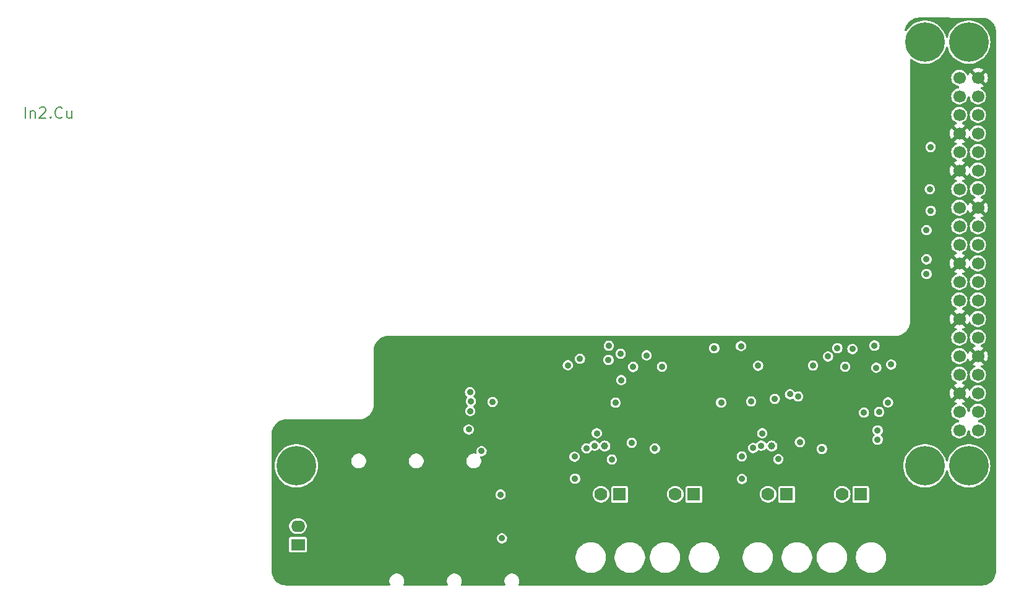
<source format=gbr>
%TF.GenerationSoftware,KiCad,Pcbnew,8.0.3-8.0.3-0~ubuntu22.04.1*%
%TF.CreationDate,2024-07-14T14:24:34-07:00*%
%TF.ProjectId,NX-IndicatorBoard,4e582d49-6e64-4696-9361-746f72426f61,2*%
%TF.SameCoordinates,Original*%
%TF.FileFunction,Copper,L3,Inr*%
%TF.FilePolarity,Positive*%
%FSLAX46Y46*%
G04 Gerber Fmt 4.6, Leading zero omitted, Abs format (unit mm)*
G04 Created by KiCad (PCBNEW 8.0.3-8.0.3-0~ubuntu22.04.1) date 2024-07-14 14:24:34*
%MOMM*%
%LPD*%
G01*
G04 APERTURE LIST*
%ADD10C,0.187500*%
%TA.AperFunction,NonConductor*%
%ADD11C,0.187500*%
%TD*%
%TA.AperFunction,ComponentPad*%
%ADD12C,1.000000*%
%TD*%
%TA.AperFunction,ComponentPad*%
%ADD13C,1.700000*%
%TD*%
%TA.AperFunction,ComponentPad*%
%ADD14R,1.778000X1.778000*%
%TD*%
%TA.AperFunction,ComponentPad*%
%ADD15C,1.778000*%
%TD*%
%TA.AperFunction,ComponentPad*%
%ADD16C,5.400000*%
%TD*%
%TA.AperFunction,ComponentPad*%
%ADD17R,1.905000X1.600200*%
%TD*%
%TA.AperFunction,ComponentPad*%
%ADD18O,1.905000X1.600200*%
%TD*%
%TA.AperFunction,ViaPad*%
%ADD19C,0.889000*%
%TD*%
G04 APERTURE END LIST*
D10*
D11*
X28877697Y-61401678D02*
X28877697Y-59901678D01*
X29591983Y-60401678D02*
X29591983Y-61401678D01*
X29591983Y-60544535D02*
X29663412Y-60473107D01*
X29663412Y-60473107D02*
X29806269Y-60401678D01*
X29806269Y-60401678D02*
X30020555Y-60401678D01*
X30020555Y-60401678D02*
X30163412Y-60473107D01*
X30163412Y-60473107D02*
X30234841Y-60615964D01*
X30234841Y-60615964D02*
X30234841Y-61401678D01*
X30877698Y-60044535D02*
X30949126Y-59973107D01*
X30949126Y-59973107D02*
X31091984Y-59901678D01*
X31091984Y-59901678D02*
X31449126Y-59901678D01*
X31449126Y-59901678D02*
X31591984Y-59973107D01*
X31591984Y-59973107D02*
X31663412Y-60044535D01*
X31663412Y-60044535D02*
X31734841Y-60187392D01*
X31734841Y-60187392D02*
X31734841Y-60330250D01*
X31734841Y-60330250D02*
X31663412Y-60544535D01*
X31663412Y-60544535D02*
X30806269Y-61401678D01*
X30806269Y-61401678D02*
X31734841Y-61401678D01*
X32377697Y-61258821D02*
X32449126Y-61330250D01*
X32449126Y-61330250D02*
X32377697Y-61401678D01*
X32377697Y-61401678D02*
X32306269Y-61330250D01*
X32306269Y-61330250D02*
X32377697Y-61258821D01*
X32377697Y-61258821D02*
X32377697Y-61401678D01*
X33949126Y-61258821D02*
X33877698Y-61330250D01*
X33877698Y-61330250D02*
X33663412Y-61401678D01*
X33663412Y-61401678D02*
X33520555Y-61401678D01*
X33520555Y-61401678D02*
X33306269Y-61330250D01*
X33306269Y-61330250D02*
X33163412Y-61187392D01*
X33163412Y-61187392D02*
X33091983Y-61044535D01*
X33091983Y-61044535D02*
X33020555Y-60758821D01*
X33020555Y-60758821D02*
X33020555Y-60544535D01*
X33020555Y-60544535D02*
X33091983Y-60258821D01*
X33091983Y-60258821D02*
X33163412Y-60115964D01*
X33163412Y-60115964D02*
X33306269Y-59973107D01*
X33306269Y-59973107D02*
X33520555Y-59901678D01*
X33520555Y-59901678D02*
X33663412Y-59901678D01*
X33663412Y-59901678D02*
X33877698Y-59973107D01*
X33877698Y-59973107D02*
X33949126Y-60044535D01*
X35234841Y-60401678D02*
X35234841Y-61401678D01*
X34591983Y-60401678D02*
X34591983Y-61187392D01*
X34591983Y-61187392D02*
X34663412Y-61330250D01*
X34663412Y-61330250D02*
X34806269Y-61401678D01*
X34806269Y-61401678D02*
X35020555Y-61401678D01*
X35020555Y-61401678D02*
X35163412Y-61330250D01*
X35163412Y-61330250D02*
X35234841Y-61258821D01*
D12*
%TO.N,Net-(U2-CLKO{slash}SOF)*%
%TO.C,TP1*%
X108204000Y-106299000D03*
%TD*%
D13*
%TO.N,+3V3*%
%TO.C,J1*%
X159270000Y-104130000D03*
%TO.N,+5V*%
X156730000Y-104130000D03*
%TO.N,/I2C1_SDA*%
X159270000Y-101590000D03*
%TO.N,+5V*%
X156730000Y-101590000D03*
%TO.N,/I2C1_SCL*%
X159270000Y-99050000D03*
%TO.N,GND*%
X156730000Y-99050000D03*
%TO.N,/GPIO09*%
X159270000Y-96510000D03*
%TO.N,/UART1_TXD*%
X156730000Y-96510000D03*
%TO.N,GND*%
X159270000Y-93970000D03*
%TO.N,/UART1_RXD*%
X156730000Y-93970000D03*
%TO.N,/UART1_RTS*%
X159270000Y-91430000D03*
%TO.N,/I2S0_SCLK*%
X156730000Y-91430000D03*
%TO.N,/SPI1_SCK*%
X159270000Y-88890000D03*
%TO.N,GND*%
X156730000Y-88890000D03*
%TO.N,/GPIO12*%
X159270000Y-86350000D03*
%TO.N,/SPI1_CS1*%
X156730000Y-86350000D03*
%TO.N,+3V3*%
X159270000Y-83810000D03*
%TO.N,/SPI1_CS0*%
X156730000Y-83810000D03*
%TO.N,/SPI0_MOSI*%
X159270000Y-81270000D03*
%TO.N,GND*%
X156730000Y-81270000D03*
%TO.N,/SPI0_MISO*%
X159270000Y-78730000D03*
%TO.N,/SPI1_MISO*%
X156730000Y-78730000D03*
%TO.N,/SPI0_SCK*%
X159270000Y-76190000D03*
%TO.N,/SPI0_CS0*%
X156730000Y-76190000D03*
%TO.N,GND*%
X159270000Y-73650000D03*
%TO.N,/SPI0_CS1*%
X156730000Y-73650000D03*
%TO.N,/I2C0_SDA*%
X159270000Y-71110000D03*
%TO.N,/I2C0_SCL*%
X156730000Y-71110000D03*
%TO.N,/GPIO01*%
X159270000Y-68570000D03*
%TO.N,GND*%
X156730000Y-68570000D03*
%TO.N,/GPIO11*%
X159270000Y-66030000D03*
%TO.N,/GPIO07*%
X156730000Y-66030000D03*
%TO.N,/GPIO13*%
X159270000Y-63490000D03*
%TO.N,GND*%
X156730000Y-63490000D03*
%TO.N,/I2S0_FS*%
X159270000Y-60950000D03*
%TO.N,/UART1_CTS*%
X156730000Y-60950000D03*
%TO.N,/SPI1_MOSI*%
X159270000Y-58410000D03*
%TO.N,/I2S0_DIN*%
X156730000Y-58410000D03*
%TO.N,GND*%
X159270000Y-55870000D03*
%TO.N,/I2S0_DOUT*%
X156730000Y-55870000D03*
%TD*%
D14*
%TO.N,/CAN1_L*%
%TO.C,J2*%
X110236000Y-112903000D03*
D15*
%TO.N,/CAN1_H*%
X107696000Y-112903000D03*
%TD*%
D12*
%TO.N,Net-(U3-CLKO{slash}SOF)*%
%TO.C,TP2*%
X131064000Y-106299000D03*
%TD*%
D16*
%TO.N,N/C*%
%TO.C,H2*%
X158000000Y-51000000D03*
%TD*%
D14*
%TO.N,/CAN2_L*%
%TO.C,J5*%
X143230600Y-112903000D03*
D15*
%TO.N,/CAN2_H*%
X140690600Y-112903000D03*
%TD*%
D16*
%TO.N,N/C*%
%TO.C,H1*%
X152000000Y-51000000D03*
%TD*%
%TO.N,N/C*%
%TO.C,H4*%
X152000000Y-109000000D03*
%TD*%
%TO.N,N/C*%
%TO.C,H3*%
X66000000Y-109000000D03*
%TD*%
%TO.N,N/C*%
%TO.C,H5*%
X158000000Y-109000000D03*
%TD*%
D14*
%TO.N,/CAN1_L*%
%TO.C,J3*%
X120396000Y-112903000D03*
D15*
%TO.N,/CAN1_H*%
X117856000Y-112903000D03*
%TD*%
D14*
%TO.N,/CAN2_L*%
%TO.C,J4*%
X133096000Y-112903000D03*
D15*
%TO.N,/CAN2_H*%
X130556000Y-112903000D03*
%TD*%
D17*
%TO.N,/NX_PC_LED-*%
%TO.C,J6*%
X66217800Y-119786400D03*
D18*
%TO.N,/NX_PC_LED+*%
X66217800Y-117246400D03*
%TD*%
D19*
%TO.N,+3V3*%
X137922000Y-106680000D03*
X104140000Y-110744000D03*
X145542000Y-105410000D03*
X131470400Y-99820428D03*
X109169200Y-108127800D03*
X109677200Y-100355400D03*
X92862400Y-100253800D03*
X145542000Y-104140000D03*
X131953000Y-108077000D03*
X89585800Y-104013000D03*
X126974600Y-110794800D03*
X115062000Y-106629200D03*
%TO.N,GND*%
X89636600Y-102743000D03*
X92202000Y-118897400D03*
X118110000Y-110286800D03*
X130759200Y-109220000D03*
X130784600Y-107721400D03*
X114884200Y-103047800D03*
X92887800Y-124815600D03*
X107899200Y-109194600D03*
X76428600Y-118770400D03*
X113030000Y-110515400D03*
X135890000Y-110490000D03*
X107924600Y-107848400D03*
X137668000Y-104521000D03*
X86106000Y-112826800D03*
X137668000Y-102997000D03*
X108610400Y-103697600D03*
X77139800Y-124688600D03*
X91833764Y-112877600D03*
X107924600Y-110794800D03*
X92862400Y-96367600D03*
X140868400Y-110490000D03*
X104063800Y-109220000D03*
X85979000Y-118897400D03*
X96113600Y-92608400D03*
X131851400Y-103697600D03*
X126949200Y-109220000D03*
X130962400Y-110820200D03*
X85039200Y-124688600D03*
X99110800Y-104038400D03*
X137922000Y-110490000D03*
%TO.N,+5V*%
X126949200Y-107696000D03*
X105695540Y-106599768D03*
X104063800Y-107746800D03*
X128524000Y-106553000D03*
%TO.N,Net-(D11-A)*%
X94132400Y-118922800D03*
%TO.N,Net-(D5-A)*%
X91338400Y-106984800D03*
%TO.N,Net-(D8-A)*%
X93954600Y-112928400D03*
%TO.N,/GPIO09*%
X111884613Y-105838916D03*
X126837460Y-92608400D03*
X143662400Y-101701600D03*
%TO.N,/UART1_TXD*%
X138756424Y-94034576D03*
%TO.N,/UART1_RXD*%
X140030200Y-92887800D03*
%TO.N,/UART1_RTS*%
X142087600Y-93006164D03*
X108712000Y-94488000D03*
X113919000Y-93878400D03*
%TO.N,/I2S0_SCLK*%
X110358222Y-93645022D03*
X112090200Y-95453200D03*
X145110200Y-92532200D03*
%TO.N,/GPIO12*%
X129184400Y-95288100D03*
X128232760Y-100190300D03*
%TO.N,/SPI0_MOSI*%
X152234900Y-82727800D03*
%TO.N,/SPI0_MISO*%
X152234900Y-80721200D03*
%TO.N,/SPI1_MISO*%
X134654054Y-99496128D03*
%TO.N,/SPI0_SCK*%
X152815700Y-74076667D03*
%TO.N,/SPI1_CS0*%
X133550159Y-99199700D03*
%TO.N,/GPIO01*%
X134902006Y-105740633D03*
%TO.N,/GPIO11*%
X152679400Y-71120000D03*
X147400978Y-95127778D03*
X146964400Y-100317300D03*
%TO.N,/GPIO07*%
X124129800Y-100342700D03*
%TO.N,/GPIO13*%
X145364200Y-95567500D03*
X145745200Y-101612700D03*
X152793700Y-65354200D03*
%TO.N,/I2S0_FS*%
X104805988Y-94341188D03*
X110464600Y-97256600D03*
X136696450Y-95262700D03*
%TO.N,/UART1_CTS*%
X123190000Y-92887800D03*
%TO.N,/I2S0_DIN*%
X108762800Y-92557600D03*
X116027200Y-95427800D03*
X141097000Y-95427800D03*
%TO.N,/I2S0_DOUT*%
X103149400Y-95224600D03*
%TO.N,/SPI0_CS0*%
X152234900Y-76733400D03*
%TO.N,Net-(U1-B2)*%
X89763600Y-98907600D03*
%TO.N,Net-(U1-B1)*%
X89890600Y-100152200D03*
%TO.N,Net-(U1-B0)*%
X89789000Y-101498400D03*
%TO.N,/SPI-CAN-FD1/CANTX*%
X106781600Y-106243500D03*
X107111800Y-104541700D03*
%TO.N,/SPI-CAN-FD2/CANTX*%
X129624300Y-106243500D03*
X129743200Y-104541700D03*
%TD*%
%TA.AperFunction,Conductor*%
%TO.N,GND*%
G36*
X159737236Y-47652315D02*
G01*
X159739983Y-47652472D01*
X159745371Y-47652472D01*
X159745375Y-47652473D01*
X159812914Y-47652472D01*
X159821023Y-47652737D01*
X159837682Y-47653828D01*
X160065297Y-47668744D01*
X160081365Y-47670860D01*
X160317478Y-47717822D01*
X160333120Y-47722014D01*
X160561083Y-47799394D01*
X160576063Y-47805600D01*
X160791953Y-47912062D01*
X160806000Y-47920172D01*
X161006154Y-48053907D01*
X161019023Y-48063781D01*
X161200006Y-48222496D01*
X161211475Y-48233965D01*
X161370189Y-48414939D01*
X161380063Y-48427807D01*
X161513805Y-48627961D01*
X161521916Y-48642008D01*
X161628384Y-48857900D01*
X161634591Y-48872885D01*
X161711971Y-49100828D01*
X161716169Y-49116496D01*
X161763132Y-49352587D01*
X161765249Y-49368667D01*
X161781204Y-49612047D01*
X161781470Y-49620188D01*
X161764517Y-123321653D01*
X161764500Y-123321983D01*
X161764500Y-123395948D01*
X161764234Y-123404058D01*
X161748224Y-123648308D01*
X161746107Y-123664389D01*
X161699146Y-123900479D01*
X161694948Y-123916146D01*
X161617574Y-124144083D01*
X161611367Y-124159069D01*
X161504901Y-124374960D01*
X161496791Y-124389006D01*
X161363058Y-124589153D01*
X161353184Y-124602022D01*
X161194469Y-124783000D01*
X161183000Y-124794469D01*
X161002022Y-124953184D01*
X160989153Y-124963058D01*
X160789006Y-125096791D01*
X160774960Y-125104901D01*
X160559069Y-125211367D01*
X160544083Y-125217574D01*
X160316146Y-125294948D01*
X160300479Y-125299146D01*
X160064389Y-125346107D01*
X160048308Y-125348224D01*
X159804058Y-125364234D01*
X159795948Y-125364500D01*
X96497846Y-125364500D01*
X96430807Y-125344815D01*
X96385052Y-125292011D01*
X96375108Y-125222853D01*
X96383285Y-125193048D01*
X96451819Y-125027589D01*
X96451821Y-125027585D01*
X96490500Y-124833132D01*
X96490500Y-124634868D01*
X96451821Y-124440415D01*
X96430527Y-124389006D01*
X96375952Y-124257249D01*
X96375945Y-124257236D01*
X96265800Y-124092394D01*
X96265797Y-124092390D01*
X96125609Y-123952202D01*
X96125605Y-123952199D01*
X95960763Y-123842054D01*
X95960750Y-123842047D01*
X95777589Y-123766180D01*
X95777577Y-123766177D01*
X95583136Y-123727500D01*
X95583132Y-123727500D01*
X95384868Y-123727500D01*
X95384863Y-123727500D01*
X95190422Y-123766177D01*
X95190410Y-123766180D01*
X95007249Y-123842047D01*
X95007236Y-123842054D01*
X94842394Y-123952199D01*
X94842390Y-123952202D01*
X94702202Y-124092390D01*
X94702199Y-124092394D01*
X94592054Y-124257236D01*
X94592047Y-124257249D01*
X94516180Y-124440410D01*
X94516177Y-124440422D01*
X94477500Y-124634863D01*
X94477500Y-124833136D01*
X94516177Y-125027577D01*
X94516180Y-125027589D01*
X94584715Y-125193048D01*
X94592184Y-125262517D01*
X94560909Y-125324996D01*
X94500820Y-125360648D01*
X94470154Y-125364500D01*
X88623846Y-125364500D01*
X88556807Y-125344815D01*
X88511052Y-125292011D01*
X88501108Y-125222853D01*
X88509285Y-125193048D01*
X88577819Y-125027589D01*
X88577821Y-125027585D01*
X88616500Y-124833132D01*
X88616500Y-124634868D01*
X88577821Y-124440415D01*
X88556527Y-124389006D01*
X88501952Y-124257249D01*
X88501945Y-124257236D01*
X88391800Y-124092394D01*
X88391797Y-124092390D01*
X88251609Y-123952202D01*
X88251605Y-123952199D01*
X88086763Y-123842054D01*
X88086750Y-123842047D01*
X87903589Y-123766180D01*
X87903577Y-123766177D01*
X87709136Y-123727500D01*
X87709132Y-123727500D01*
X87510868Y-123727500D01*
X87510863Y-123727500D01*
X87316422Y-123766177D01*
X87316410Y-123766180D01*
X87133249Y-123842047D01*
X87133236Y-123842054D01*
X86968394Y-123952199D01*
X86968390Y-123952202D01*
X86828202Y-124092390D01*
X86828199Y-124092394D01*
X86718054Y-124257236D01*
X86718047Y-124257249D01*
X86642180Y-124440410D01*
X86642177Y-124440422D01*
X86603500Y-124634863D01*
X86603500Y-124833136D01*
X86642177Y-125027577D01*
X86642180Y-125027589D01*
X86710715Y-125193048D01*
X86718184Y-125262517D01*
X86686909Y-125324996D01*
X86626820Y-125360648D01*
X86596154Y-125364500D01*
X80749846Y-125364500D01*
X80682807Y-125344815D01*
X80637052Y-125292011D01*
X80627108Y-125222853D01*
X80635285Y-125193048D01*
X80703819Y-125027589D01*
X80703821Y-125027585D01*
X80742500Y-124833132D01*
X80742500Y-124634868D01*
X80703821Y-124440415D01*
X80682527Y-124389006D01*
X80627952Y-124257249D01*
X80627945Y-124257236D01*
X80517800Y-124092394D01*
X80517797Y-124092390D01*
X80377609Y-123952202D01*
X80377605Y-123952199D01*
X80212763Y-123842054D01*
X80212750Y-123842047D01*
X80029589Y-123766180D01*
X80029577Y-123766177D01*
X79835136Y-123727500D01*
X79835132Y-123727500D01*
X79636868Y-123727500D01*
X79636863Y-123727500D01*
X79442422Y-123766177D01*
X79442410Y-123766180D01*
X79259249Y-123842047D01*
X79259236Y-123842054D01*
X79094394Y-123952199D01*
X79094390Y-123952202D01*
X78954202Y-124092390D01*
X78954199Y-124092394D01*
X78844054Y-124257236D01*
X78844047Y-124257249D01*
X78768180Y-124440410D01*
X78768177Y-124440422D01*
X78729500Y-124634863D01*
X78729500Y-124833136D01*
X78768177Y-125027577D01*
X78768180Y-125027589D01*
X78836715Y-125193048D01*
X78844184Y-125262517D01*
X78812909Y-125324996D01*
X78752820Y-125360648D01*
X78722154Y-125364500D01*
X64604052Y-125364500D01*
X64595942Y-125364234D01*
X64351691Y-125348224D01*
X64335610Y-125346107D01*
X64099520Y-125299146D01*
X64083853Y-125294948D01*
X63855916Y-125217574D01*
X63840930Y-125211367D01*
X63625039Y-125104901D01*
X63610993Y-125096791D01*
X63410846Y-124963058D01*
X63397977Y-124953184D01*
X63216999Y-124794469D01*
X63205530Y-124783000D01*
X63142603Y-124711246D01*
X63046812Y-124602018D01*
X63036941Y-124589153D01*
X62903208Y-124389006D01*
X62895098Y-124374960D01*
X62827832Y-124238558D01*
X62788629Y-124159062D01*
X62782428Y-124144090D01*
X62705049Y-123916139D01*
X62700853Y-123900479D01*
X62689230Y-123842047D01*
X62653891Y-123664384D01*
X62651776Y-123648328D01*
X62635764Y-123404028D01*
X62635500Y-123395948D01*
X62635500Y-123321698D01*
X62635467Y-123321119D01*
X62634673Y-121406577D01*
X104214500Y-121406577D01*
X104214500Y-121679422D01*
X104214501Y-121679438D01*
X104250114Y-121949948D01*
X104320736Y-122213512D01*
X104425149Y-122465590D01*
X104425157Y-122465606D01*
X104561578Y-122701893D01*
X104561589Y-122701909D01*
X104727686Y-122918371D01*
X104727692Y-122918378D01*
X104920621Y-123111307D01*
X104920627Y-123111312D01*
X105137099Y-123277417D01*
X105137106Y-123277421D01*
X105373393Y-123413842D01*
X105373409Y-123413850D01*
X105509405Y-123470181D01*
X105625488Y-123518264D01*
X105889048Y-123588885D01*
X106159571Y-123624500D01*
X106159578Y-123624500D01*
X106432422Y-123624500D01*
X106432429Y-123624500D01*
X106702952Y-123588885D01*
X106966512Y-123518264D01*
X107164675Y-123436182D01*
X107218590Y-123413850D01*
X107218593Y-123413848D01*
X107218599Y-123413846D01*
X107454901Y-123277417D01*
X107671373Y-123111312D01*
X107864312Y-122918373D01*
X108030417Y-122701901D01*
X108166846Y-122465599D01*
X108271264Y-122213512D01*
X108341885Y-121949952D01*
X108377500Y-121679429D01*
X108377500Y-121406577D01*
X109554500Y-121406577D01*
X109554500Y-121679422D01*
X109554501Y-121679438D01*
X109590114Y-121949948D01*
X109660736Y-122213512D01*
X109765149Y-122465590D01*
X109765157Y-122465606D01*
X109901578Y-122701893D01*
X109901589Y-122701909D01*
X110067686Y-122918371D01*
X110067692Y-122918378D01*
X110260621Y-123111307D01*
X110260627Y-123111312D01*
X110477099Y-123277417D01*
X110477106Y-123277421D01*
X110713393Y-123413842D01*
X110713409Y-123413850D01*
X110849405Y-123470181D01*
X110965488Y-123518264D01*
X111229048Y-123588885D01*
X111499571Y-123624500D01*
X111499578Y-123624500D01*
X111772422Y-123624500D01*
X111772429Y-123624500D01*
X112042952Y-123588885D01*
X112306512Y-123518264D01*
X112504675Y-123436182D01*
X112558590Y-123413850D01*
X112558593Y-123413848D01*
X112558599Y-123413846D01*
X112794901Y-123277417D01*
X113011373Y-123111312D01*
X113204312Y-122918373D01*
X113370417Y-122701901D01*
X113506846Y-122465599D01*
X113611264Y-122213512D01*
X113681885Y-121949952D01*
X113717500Y-121679429D01*
X113717500Y-121406577D01*
X114374500Y-121406577D01*
X114374500Y-121679422D01*
X114374501Y-121679438D01*
X114410114Y-121949948D01*
X114480736Y-122213512D01*
X114585149Y-122465590D01*
X114585157Y-122465606D01*
X114721578Y-122701893D01*
X114721589Y-122701909D01*
X114887686Y-122918371D01*
X114887692Y-122918378D01*
X115080621Y-123111307D01*
X115080627Y-123111312D01*
X115297099Y-123277417D01*
X115297106Y-123277421D01*
X115533393Y-123413842D01*
X115533409Y-123413850D01*
X115669405Y-123470181D01*
X115785488Y-123518264D01*
X116049048Y-123588885D01*
X116319571Y-123624500D01*
X116319578Y-123624500D01*
X116592422Y-123624500D01*
X116592429Y-123624500D01*
X116862952Y-123588885D01*
X117126512Y-123518264D01*
X117324675Y-123436182D01*
X117378590Y-123413850D01*
X117378593Y-123413848D01*
X117378599Y-123413846D01*
X117614901Y-123277417D01*
X117831373Y-123111312D01*
X118024312Y-122918373D01*
X118190417Y-122701901D01*
X118326846Y-122465599D01*
X118431264Y-122213512D01*
X118501885Y-121949952D01*
X118537500Y-121679429D01*
X118537500Y-121406577D01*
X119714500Y-121406577D01*
X119714500Y-121679422D01*
X119714501Y-121679438D01*
X119750114Y-121949948D01*
X119820736Y-122213512D01*
X119925149Y-122465590D01*
X119925157Y-122465606D01*
X120061578Y-122701893D01*
X120061589Y-122701909D01*
X120227686Y-122918371D01*
X120227692Y-122918378D01*
X120420621Y-123111307D01*
X120420627Y-123111312D01*
X120637099Y-123277417D01*
X120637106Y-123277421D01*
X120873393Y-123413842D01*
X120873409Y-123413850D01*
X121009405Y-123470181D01*
X121125488Y-123518264D01*
X121389048Y-123588885D01*
X121659571Y-123624500D01*
X121659578Y-123624500D01*
X121932422Y-123624500D01*
X121932429Y-123624500D01*
X122202952Y-123588885D01*
X122466512Y-123518264D01*
X122664675Y-123436182D01*
X122718590Y-123413850D01*
X122718593Y-123413848D01*
X122718599Y-123413846D01*
X122954901Y-123277417D01*
X123171373Y-123111312D01*
X123364312Y-122918373D01*
X123530417Y-122701901D01*
X123666846Y-122465599D01*
X123771264Y-122213512D01*
X123841885Y-121949952D01*
X123877500Y-121679429D01*
X123877500Y-121406577D01*
X127074500Y-121406577D01*
X127074500Y-121679422D01*
X127074501Y-121679438D01*
X127110114Y-121949948D01*
X127180736Y-122213512D01*
X127285149Y-122465590D01*
X127285157Y-122465606D01*
X127421578Y-122701893D01*
X127421589Y-122701909D01*
X127587686Y-122918371D01*
X127587692Y-122918378D01*
X127780621Y-123111307D01*
X127780627Y-123111312D01*
X127997099Y-123277417D01*
X127997106Y-123277421D01*
X128233393Y-123413842D01*
X128233409Y-123413850D01*
X128369405Y-123470181D01*
X128485488Y-123518264D01*
X128749048Y-123588885D01*
X129019571Y-123624500D01*
X129019578Y-123624500D01*
X129292422Y-123624500D01*
X129292429Y-123624500D01*
X129562952Y-123588885D01*
X129826512Y-123518264D01*
X130024675Y-123436182D01*
X130078590Y-123413850D01*
X130078593Y-123413848D01*
X130078599Y-123413846D01*
X130314901Y-123277417D01*
X130531373Y-123111312D01*
X130724312Y-122918373D01*
X130890417Y-122701901D01*
X131026846Y-122465599D01*
X131131264Y-122213512D01*
X131201885Y-121949952D01*
X131237500Y-121679429D01*
X131237500Y-121406577D01*
X132414500Y-121406577D01*
X132414500Y-121679422D01*
X132414501Y-121679438D01*
X132450114Y-121949948D01*
X132520736Y-122213512D01*
X132625149Y-122465590D01*
X132625157Y-122465606D01*
X132761578Y-122701893D01*
X132761589Y-122701909D01*
X132927686Y-122918371D01*
X132927692Y-122918378D01*
X133120621Y-123111307D01*
X133120627Y-123111312D01*
X133337099Y-123277417D01*
X133337106Y-123277421D01*
X133573393Y-123413842D01*
X133573409Y-123413850D01*
X133709405Y-123470181D01*
X133825488Y-123518264D01*
X134089048Y-123588885D01*
X134359571Y-123624500D01*
X134359578Y-123624500D01*
X134632422Y-123624500D01*
X134632429Y-123624500D01*
X134902952Y-123588885D01*
X135166512Y-123518264D01*
X135364675Y-123436182D01*
X135418590Y-123413850D01*
X135418593Y-123413848D01*
X135418599Y-123413846D01*
X135654901Y-123277417D01*
X135871373Y-123111312D01*
X136064312Y-122918373D01*
X136230417Y-122701901D01*
X136366846Y-122465599D01*
X136471264Y-122213512D01*
X136541885Y-121949952D01*
X136577500Y-121679429D01*
X136577500Y-121406577D01*
X137209100Y-121406577D01*
X137209100Y-121679422D01*
X137209101Y-121679438D01*
X137244714Y-121949948D01*
X137315336Y-122213512D01*
X137419749Y-122465590D01*
X137419757Y-122465606D01*
X137556178Y-122701893D01*
X137556189Y-122701909D01*
X137722286Y-122918371D01*
X137722292Y-122918378D01*
X137915221Y-123111307D01*
X137915227Y-123111312D01*
X138131699Y-123277417D01*
X138131706Y-123277421D01*
X138367993Y-123413842D01*
X138368009Y-123413850D01*
X138504005Y-123470181D01*
X138620088Y-123518264D01*
X138883648Y-123588885D01*
X139154171Y-123624500D01*
X139154178Y-123624500D01*
X139427022Y-123624500D01*
X139427029Y-123624500D01*
X139697552Y-123588885D01*
X139961112Y-123518264D01*
X140159275Y-123436182D01*
X140213190Y-123413850D01*
X140213193Y-123413848D01*
X140213199Y-123413846D01*
X140449501Y-123277417D01*
X140665973Y-123111312D01*
X140858912Y-122918373D01*
X141025017Y-122701901D01*
X141161446Y-122465599D01*
X141265864Y-122213512D01*
X141336485Y-121949952D01*
X141372100Y-121679429D01*
X141372100Y-121406577D01*
X142549100Y-121406577D01*
X142549100Y-121679422D01*
X142549101Y-121679438D01*
X142584714Y-121949948D01*
X142655336Y-122213512D01*
X142759749Y-122465590D01*
X142759757Y-122465606D01*
X142896178Y-122701893D01*
X142896189Y-122701909D01*
X143062286Y-122918371D01*
X143062292Y-122918378D01*
X143255221Y-123111307D01*
X143255227Y-123111312D01*
X143471699Y-123277417D01*
X143471706Y-123277421D01*
X143707993Y-123413842D01*
X143708009Y-123413850D01*
X143844005Y-123470181D01*
X143960088Y-123518264D01*
X144223648Y-123588885D01*
X144494171Y-123624500D01*
X144494178Y-123624500D01*
X144767022Y-123624500D01*
X144767029Y-123624500D01*
X145037552Y-123588885D01*
X145301112Y-123518264D01*
X145499275Y-123436182D01*
X145553190Y-123413850D01*
X145553193Y-123413848D01*
X145553199Y-123413846D01*
X145789501Y-123277417D01*
X146005973Y-123111312D01*
X146198912Y-122918373D01*
X146365017Y-122701901D01*
X146501446Y-122465599D01*
X146605864Y-122213512D01*
X146676485Y-121949952D01*
X146712100Y-121679429D01*
X146712100Y-121406571D01*
X146676485Y-121136048D01*
X146605864Y-120872488D01*
X146528536Y-120685801D01*
X146501450Y-120620409D01*
X146501442Y-120620393D01*
X146365021Y-120384106D01*
X146365017Y-120384099D01*
X146198912Y-120167627D01*
X146198907Y-120167621D01*
X146005978Y-119974692D01*
X146005971Y-119974686D01*
X145789509Y-119808589D01*
X145789507Y-119808587D01*
X145789501Y-119808583D01*
X145789496Y-119808580D01*
X145789493Y-119808578D01*
X145553206Y-119672157D01*
X145553190Y-119672149D01*
X145301112Y-119567736D01*
X145037548Y-119497114D01*
X144767038Y-119461501D01*
X144767035Y-119461500D01*
X144767029Y-119461500D01*
X144494171Y-119461500D01*
X144494165Y-119461500D01*
X144494161Y-119461501D01*
X144223651Y-119497114D01*
X143960087Y-119567736D01*
X143708009Y-119672149D01*
X143707993Y-119672157D01*
X143471706Y-119808578D01*
X143471690Y-119808589D01*
X143255228Y-119974686D01*
X143255221Y-119974692D01*
X143062292Y-120167621D01*
X143062286Y-120167628D01*
X142896189Y-120384090D01*
X142896178Y-120384106D01*
X142759757Y-120620393D01*
X142759749Y-120620409D01*
X142655336Y-120872487D01*
X142584714Y-121136051D01*
X142549101Y-121406561D01*
X142549100Y-121406577D01*
X141372100Y-121406577D01*
X141372100Y-121406571D01*
X141336485Y-121136048D01*
X141265864Y-120872488D01*
X141188536Y-120685801D01*
X141161450Y-120620409D01*
X141161442Y-120620393D01*
X141025021Y-120384106D01*
X141025017Y-120384099D01*
X140858912Y-120167627D01*
X140858907Y-120167621D01*
X140665978Y-119974692D01*
X140665971Y-119974686D01*
X140449509Y-119808589D01*
X140449507Y-119808587D01*
X140449501Y-119808583D01*
X140449496Y-119808580D01*
X140449493Y-119808578D01*
X140213206Y-119672157D01*
X140213190Y-119672149D01*
X139961112Y-119567736D01*
X139697548Y-119497114D01*
X139427038Y-119461501D01*
X139427035Y-119461500D01*
X139427029Y-119461500D01*
X139154171Y-119461500D01*
X139154165Y-119461500D01*
X139154161Y-119461501D01*
X138883651Y-119497114D01*
X138620087Y-119567736D01*
X138368009Y-119672149D01*
X138367993Y-119672157D01*
X138131706Y-119808578D01*
X138131690Y-119808589D01*
X137915228Y-119974686D01*
X137915221Y-119974692D01*
X137722292Y-120167621D01*
X137722286Y-120167628D01*
X137556189Y-120384090D01*
X137556178Y-120384106D01*
X137419757Y-120620393D01*
X137419749Y-120620409D01*
X137315336Y-120872487D01*
X137244714Y-121136051D01*
X137209101Y-121406561D01*
X137209100Y-121406577D01*
X136577500Y-121406577D01*
X136577500Y-121406571D01*
X136541885Y-121136048D01*
X136471264Y-120872488D01*
X136393936Y-120685801D01*
X136366850Y-120620409D01*
X136366842Y-120620393D01*
X136230421Y-120384106D01*
X136230417Y-120384099D01*
X136064312Y-120167627D01*
X136064307Y-120167621D01*
X135871378Y-119974692D01*
X135871371Y-119974686D01*
X135654909Y-119808589D01*
X135654907Y-119808587D01*
X135654901Y-119808583D01*
X135654896Y-119808580D01*
X135654893Y-119808578D01*
X135418606Y-119672157D01*
X135418590Y-119672149D01*
X135166512Y-119567736D01*
X134902948Y-119497114D01*
X134632438Y-119461501D01*
X134632435Y-119461500D01*
X134632429Y-119461500D01*
X134359571Y-119461500D01*
X134359565Y-119461500D01*
X134359561Y-119461501D01*
X134089051Y-119497114D01*
X133825487Y-119567736D01*
X133573409Y-119672149D01*
X133573393Y-119672157D01*
X133337106Y-119808578D01*
X133337090Y-119808589D01*
X133120628Y-119974686D01*
X133120621Y-119974692D01*
X132927692Y-120167621D01*
X132927686Y-120167628D01*
X132761589Y-120384090D01*
X132761578Y-120384106D01*
X132625157Y-120620393D01*
X132625149Y-120620409D01*
X132520736Y-120872487D01*
X132450114Y-121136051D01*
X132414501Y-121406561D01*
X132414500Y-121406577D01*
X131237500Y-121406577D01*
X131237500Y-121406571D01*
X131201885Y-121136048D01*
X131131264Y-120872488D01*
X131053936Y-120685801D01*
X131026850Y-120620409D01*
X131026842Y-120620393D01*
X130890421Y-120384106D01*
X130890417Y-120384099D01*
X130724312Y-120167627D01*
X130724307Y-120167621D01*
X130531378Y-119974692D01*
X130531371Y-119974686D01*
X130314909Y-119808589D01*
X130314907Y-119808587D01*
X130314901Y-119808583D01*
X130314896Y-119808580D01*
X130314893Y-119808578D01*
X130078606Y-119672157D01*
X130078590Y-119672149D01*
X129826512Y-119567736D01*
X129562948Y-119497114D01*
X129292438Y-119461501D01*
X129292435Y-119461500D01*
X129292429Y-119461500D01*
X129019571Y-119461500D01*
X129019565Y-119461500D01*
X129019561Y-119461501D01*
X128749051Y-119497114D01*
X128485487Y-119567736D01*
X128233409Y-119672149D01*
X128233393Y-119672157D01*
X127997106Y-119808578D01*
X127997090Y-119808589D01*
X127780628Y-119974686D01*
X127780621Y-119974692D01*
X127587692Y-120167621D01*
X127587686Y-120167628D01*
X127421589Y-120384090D01*
X127421578Y-120384106D01*
X127285157Y-120620393D01*
X127285149Y-120620409D01*
X127180736Y-120872487D01*
X127110114Y-121136051D01*
X127074501Y-121406561D01*
X127074500Y-121406577D01*
X123877500Y-121406577D01*
X123877500Y-121406571D01*
X123841885Y-121136048D01*
X123771264Y-120872488D01*
X123693936Y-120685801D01*
X123666850Y-120620409D01*
X123666842Y-120620393D01*
X123530421Y-120384106D01*
X123530417Y-120384099D01*
X123364312Y-120167627D01*
X123364307Y-120167621D01*
X123171378Y-119974692D01*
X123171371Y-119974686D01*
X122954909Y-119808589D01*
X122954907Y-119808587D01*
X122954901Y-119808583D01*
X122954896Y-119808580D01*
X122954893Y-119808578D01*
X122718606Y-119672157D01*
X122718590Y-119672149D01*
X122466512Y-119567736D01*
X122202948Y-119497114D01*
X121932438Y-119461501D01*
X121932435Y-119461500D01*
X121932429Y-119461500D01*
X121659571Y-119461500D01*
X121659565Y-119461500D01*
X121659561Y-119461501D01*
X121389051Y-119497114D01*
X121125487Y-119567736D01*
X120873409Y-119672149D01*
X120873393Y-119672157D01*
X120637106Y-119808578D01*
X120637090Y-119808589D01*
X120420628Y-119974686D01*
X120420621Y-119974692D01*
X120227692Y-120167621D01*
X120227686Y-120167628D01*
X120061589Y-120384090D01*
X120061578Y-120384106D01*
X119925157Y-120620393D01*
X119925149Y-120620409D01*
X119820736Y-120872487D01*
X119750114Y-121136051D01*
X119714501Y-121406561D01*
X119714500Y-121406577D01*
X118537500Y-121406577D01*
X118537500Y-121406571D01*
X118501885Y-121136048D01*
X118431264Y-120872488D01*
X118353936Y-120685801D01*
X118326850Y-120620409D01*
X118326842Y-120620393D01*
X118190421Y-120384106D01*
X118190417Y-120384099D01*
X118024312Y-120167627D01*
X118024307Y-120167621D01*
X117831378Y-119974692D01*
X117831371Y-119974686D01*
X117614909Y-119808589D01*
X117614907Y-119808587D01*
X117614901Y-119808583D01*
X117614896Y-119808580D01*
X117614893Y-119808578D01*
X117378606Y-119672157D01*
X117378590Y-119672149D01*
X117126512Y-119567736D01*
X116862948Y-119497114D01*
X116592438Y-119461501D01*
X116592435Y-119461500D01*
X116592429Y-119461500D01*
X116319571Y-119461500D01*
X116319565Y-119461500D01*
X116319561Y-119461501D01*
X116049051Y-119497114D01*
X115785487Y-119567736D01*
X115533409Y-119672149D01*
X115533393Y-119672157D01*
X115297106Y-119808578D01*
X115297090Y-119808589D01*
X115080628Y-119974686D01*
X115080621Y-119974692D01*
X114887692Y-120167621D01*
X114887686Y-120167628D01*
X114721589Y-120384090D01*
X114721578Y-120384106D01*
X114585157Y-120620393D01*
X114585149Y-120620409D01*
X114480736Y-120872487D01*
X114410114Y-121136051D01*
X114374501Y-121406561D01*
X114374500Y-121406577D01*
X113717500Y-121406577D01*
X113717500Y-121406571D01*
X113681885Y-121136048D01*
X113611264Y-120872488D01*
X113533936Y-120685801D01*
X113506850Y-120620409D01*
X113506842Y-120620393D01*
X113370421Y-120384106D01*
X113370417Y-120384099D01*
X113204312Y-120167627D01*
X113204307Y-120167621D01*
X113011378Y-119974692D01*
X113011371Y-119974686D01*
X112794909Y-119808589D01*
X112794907Y-119808587D01*
X112794901Y-119808583D01*
X112794896Y-119808580D01*
X112794893Y-119808578D01*
X112558606Y-119672157D01*
X112558590Y-119672149D01*
X112306512Y-119567736D01*
X112042948Y-119497114D01*
X111772438Y-119461501D01*
X111772435Y-119461500D01*
X111772429Y-119461500D01*
X111499571Y-119461500D01*
X111499565Y-119461500D01*
X111499561Y-119461501D01*
X111229051Y-119497114D01*
X110965487Y-119567736D01*
X110713409Y-119672149D01*
X110713393Y-119672157D01*
X110477106Y-119808578D01*
X110477090Y-119808589D01*
X110260628Y-119974686D01*
X110260621Y-119974692D01*
X110067692Y-120167621D01*
X110067686Y-120167628D01*
X109901589Y-120384090D01*
X109901578Y-120384106D01*
X109765157Y-120620393D01*
X109765149Y-120620409D01*
X109660736Y-120872487D01*
X109590114Y-121136051D01*
X109554501Y-121406561D01*
X109554500Y-121406577D01*
X108377500Y-121406577D01*
X108377500Y-121406571D01*
X108341885Y-121136048D01*
X108271264Y-120872488D01*
X108193936Y-120685801D01*
X108166850Y-120620409D01*
X108166842Y-120620393D01*
X108030421Y-120384106D01*
X108030417Y-120384099D01*
X107864312Y-120167627D01*
X107864307Y-120167621D01*
X107671378Y-119974692D01*
X107671371Y-119974686D01*
X107454909Y-119808589D01*
X107454907Y-119808587D01*
X107454901Y-119808583D01*
X107454896Y-119808580D01*
X107454893Y-119808578D01*
X107218606Y-119672157D01*
X107218590Y-119672149D01*
X106966512Y-119567736D01*
X106702948Y-119497114D01*
X106432438Y-119461501D01*
X106432435Y-119461500D01*
X106432429Y-119461500D01*
X106159571Y-119461500D01*
X106159565Y-119461500D01*
X106159561Y-119461501D01*
X105889051Y-119497114D01*
X105625487Y-119567736D01*
X105373409Y-119672149D01*
X105373393Y-119672157D01*
X105137106Y-119808578D01*
X105137090Y-119808589D01*
X104920628Y-119974686D01*
X104920621Y-119974692D01*
X104727692Y-120167621D01*
X104727686Y-120167628D01*
X104561589Y-120384090D01*
X104561578Y-120384106D01*
X104425157Y-120620393D01*
X104425149Y-120620409D01*
X104320736Y-120872487D01*
X104250114Y-121136051D01*
X104214501Y-121406561D01*
X104214500Y-121406577D01*
X62634673Y-121406577D01*
X62634438Y-120840999D01*
X62633658Y-118961228D01*
X65010800Y-118961228D01*
X65010800Y-120611563D01*
X65025566Y-120685801D01*
X65081815Y-120769984D01*
X65115534Y-120792514D01*
X65165999Y-120826234D01*
X65166002Y-120826234D01*
X65166003Y-120826235D01*
X65190966Y-120831200D01*
X65240233Y-120841000D01*
X67195366Y-120840999D01*
X67269601Y-120826234D01*
X67353784Y-120769984D01*
X67410034Y-120685801D01*
X67424800Y-120611567D01*
X67424799Y-118961234D01*
X67417155Y-118922800D01*
X93428266Y-118922800D01*
X93448726Y-119091308D01*
X93448727Y-119091313D01*
X93508920Y-119250027D01*
X93605348Y-119389727D01*
X93605350Y-119389729D01*
X93605352Y-119389731D01*
X93732404Y-119502290D01*
X93732406Y-119502291D01*
X93882711Y-119581177D01*
X94047526Y-119621800D01*
X94217274Y-119621800D01*
X94382089Y-119581177D01*
X94532394Y-119502291D01*
X94659452Y-119389727D01*
X94755880Y-119250027D01*
X94816073Y-119091310D01*
X94836534Y-118922800D01*
X94816073Y-118754290D01*
X94816072Y-118754288D01*
X94816072Y-118754286D01*
X94788720Y-118682166D01*
X94755880Y-118595573D01*
X94659452Y-118455873D01*
X94659449Y-118455870D01*
X94659447Y-118455868D01*
X94532395Y-118343309D01*
X94382087Y-118264422D01*
X94217274Y-118223800D01*
X94047526Y-118223800D01*
X93882712Y-118264422D01*
X93732404Y-118343309D01*
X93605352Y-118455868D01*
X93605346Y-118455875D01*
X93508921Y-118595571D01*
X93508920Y-118595572D01*
X93448727Y-118754286D01*
X93448726Y-118754291D01*
X93428266Y-118922800D01*
X67417155Y-118922800D01*
X67410034Y-118886999D01*
X67391368Y-118859065D01*
X67353784Y-118802815D01*
X67303319Y-118769096D01*
X67269601Y-118746566D01*
X67269599Y-118746565D01*
X67269596Y-118746564D01*
X67195369Y-118731800D01*
X65240236Y-118731800D01*
X65165998Y-118746566D01*
X65081815Y-118802815D01*
X65025566Y-118886999D01*
X65025564Y-118887003D01*
X65010800Y-118961228D01*
X62633658Y-118961228D01*
X62632903Y-117142526D01*
X65010800Y-117142526D01*
X65010800Y-117350273D01*
X65051325Y-117554008D01*
X65051327Y-117554016D01*
X65130823Y-117745938D01*
X65246238Y-117918667D01*
X65246241Y-117918671D01*
X65393128Y-118065558D01*
X65393132Y-118065561D01*
X65565859Y-118180975D01*
X65757784Y-118260473D01*
X65961526Y-118300999D01*
X65961530Y-118301000D01*
X65961531Y-118301000D01*
X66474070Y-118301000D01*
X66474071Y-118300999D01*
X66677816Y-118260473D01*
X66869741Y-118180975D01*
X67042468Y-118065561D01*
X67189361Y-117918668D01*
X67304775Y-117745941D01*
X67384273Y-117554016D01*
X67424800Y-117350269D01*
X67424800Y-117142531D01*
X67384273Y-116938784D01*
X67304775Y-116746859D01*
X67189361Y-116574132D01*
X67189358Y-116574128D01*
X67042471Y-116427241D01*
X67042467Y-116427238D01*
X66869738Y-116311823D01*
X66677816Y-116232327D01*
X66677808Y-116232325D01*
X66474073Y-116191800D01*
X66474069Y-116191800D01*
X65961531Y-116191800D01*
X65961526Y-116191800D01*
X65757791Y-116232325D01*
X65757783Y-116232327D01*
X65565861Y-116311823D01*
X65393132Y-116427238D01*
X65393128Y-116427241D01*
X65246241Y-116574128D01*
X65246238Y-116574132D01*
X65130823Y-116746861D01*
X65051327Y-116938783D01*
X65051325Y-116938791D01*
X65010800Y-117142526D01*
X62632903Y-117142526D01*
X62631154Y-112928400D01*
X93250466Y-112928400D01*
X93270926Y-113096908D01*
X93270927Y-113096913D01*
X93331120Y-113255627D01*
X93427548Y-113395327D01*
X93427550Y-113395329D01*
X93427552Y-113395331D01*
X93554604Y-113507890D01*
X93554606Y-113507891D01*
X93704911Y-113586777D01*
X93869726Y-113627400D01*
X94039474Y-113627400D01*
X94204289Y-113586777D01*
X94354594Y-113507891D01*
X94481652Y-113395327D01*
X94578080Y-113255627D01*
X94638273Y-113096910D01*
X94658734Y-112928400D01*
X94655650Y-112902999D01*
X106547601Y-112902999D01*
X106547601Y-112903000D01*
X106567154Y-113114013D01*
X106567154Y-113114015D01*
X106567155Y-113114018D01*
X106625150Y-113317850D01*
X106625151Y-113317853D01*
X106719611Y-113507554D01*
X106847324Y-113676673D01*
X106982052Y-113799493D01*
X107003935Y-113819442D01*
X107184115Y-113931005D01*
X107381726Y-114007560D01*
X107590039Y-114046500D01*
X107590042Y-114046500D01*
X107801958Y-114046500D01*
X107801961Y-114046500D01*
X108010274Y-114007560D01*
X108207885Y-113931005D01*
X108388065Y-113819442D01*
X108544677Y-113676671D01*
X108672389Y-113507554D01*
X108766850Y-113317850D01*
X108824845Y-113114018D01*
X108844399Y-112903000D01*
X108824845Y-112691982D01*
X108766850Y-112488150D01*
X108672389Y-112298446D01*
X108544677Y-112129329D01*
X108544675Y-112129326D01*
X108399006Y-111996532D01*
X108390665Y-111988928D01*
X109092500Y-111988928D01*
X109092500Y-113817063D01*
X109107266Y-113891301D01*
X109163515Y-113975484D01*
X109197234Y-113998014D01*
X109247699Y-114031734D01*
X109247702Y-114031734D01*
X109247703Y-114031735D01*
X109272666Y-114036700D01*
X109321933Y-114046500D01*
X111150066Y-114046499D01*
X111224301Y-114031734D01*
X111308484Y-113975484D01*
X111364734Y-113891301D01*
X111379500Y-113817067D01*
X111379499Y-112902999D01*
X116707601Y-112902999D01*
X116707601Y-112903000D01*
X116727154Y-113114013D01*
X116727154Y-113114015D01*
X116727155Y-113114018D01*
X116785150Y-113317850D01*
X116785151Y-113317853D01*
X116879611Y-113507554D01*
X117007324Y-113676673D01*
X117142052Y-113799493D01*
X117163935Y-113819442D01*
X117344115Y-113931005D01*
X117541726Y-114007560D01*
X117750039Y-114046500D01*
X117750042Y-114046500D01*
X117961958Y-114046500D01*
X117961961Y-114046500D01*
X118170274Y-114007560D01*
X118367885Y-113931005D01*
X118548065Y-113819442D01*
X118704677Y-113676671D01*
X118832389Y-113507554D01*
X118926850Y-113317850D01*
X118984845Y-113114018D01*
X119004399Y-112903000D01*
X118984845Y-112691982D01*
X118926850Y-112488150D01*
X118832389Y-112298446D01*
X118704677Y-112129329D01*
X118704675Y-112129326D01*
X118559006Y-111996532D01*
X118550665Y-111988928D01*
X119252500Y-111988928D01*
X119252500Y-113817063D01*
X119267266Y-113891301D01*
X119323515Y-113975484D01*
X119357234Y-113998014D01*
X119407699Y-114031734D01*
X119407702Y-114031734D01*
X119407703Y-114031735D01*
X119432666Y-114036700D01*
X119481933Y-114046500D01*
X121310066Y-114046499D01*
X121384301Y-114031734D01*
X121468484Y-113975484D01*
X121524734Y-113891301D01*
X121539500Y-113817067D01*
X121539499Y-112902999D01*
X129407601Y-112902999D01*
X129407601Y-112903000D01*
X129427154Y-113114013D01*
X129427154Y-113114015D01*
X129427155Y-113114018D01*
X129485150Y-113317850D01*
X129485151Y-113317853D01*
X129579611Y-113507554D01*
X129707324Y-113676673D01*
X129842052Y-113799493D01*
X129863935Y-113819442D01*
X130044115Y-113931005D01*
X130241726Y-114007560D01*
X130450039Y-114046500D01*
X130450042Y-114046500D01*
X130661958Y-114046500D01*
X130661961Y-114046500D01*
X130870274Y-114007560D01*
X131067885Y-113931005D01*
X131248065Y-113819442D01*
X131404677Y-113676671D01*
X131532389Y-113507554D01*
X131626850Y-113317850D01*
X131684845Y-113114018D01*
X131704399Y-112903000D01*
X131684845Y-112691982D01*
X131626850Y-112488150D01*
X131532389Y-112298446D01*
X131404677Y-112129329D01*
X131404675Y-112129326D01*
X131259006Y-111996532D01*
X131250665Y-111988928D01*
X131952500Y-111988928D01*
X131952500Y-113817063D01*
X131967266Y-113891301D01*
X132023515Y-113975484D01*
X132057234Y-113998014D01*
X132107699Y-114031734D01*
X132107702Y-114031734D01*
X132107703Y-114031735D01*
X132132666Y-114036700D01*
X132181933Y-114046500D01*
X134010066Y-114046499D01*
X134084301Y-114031734D01*
X134168484Y-113975484D01*
X134224734Y-113891301D01*
X134239500Y-113817067D01*
X134239499Y-112902999D01*
X139542201Y-112902999D01*
X139542201Y-112903000D01*
X139561754Y-113114013D01*
X139561754Y-113114015D01*
X139561755Y-113114018D01*
X139619750Y-113317850D01*
X139619751Y-113317853D01*
X139714211Y-113507554D01*
X139841924Y-113676673D01*
X139976652Y-113799493D01*
X139998535Y-113819442D01*
X140178715Y-113931005D01*
X140376326Y-114007560D01*
X140584639Y-114046500D01*
X140584642Y-114046500D01*
X140796558Y-114046500D01*
X140796561Y-114046500D01*
X141004874Y-114007560D01*
X141202485Y-113931005D01*
X141382665Y-113819442D01*
X141539277Y-113676671D01*
X141666989Y-113507554D01*
X141761450Y-113317850D01*
X141819445Y-113114018D01*
X141838999Y-112903000D01*
X141819445Y-112691982D01*
X141761450Y-112488150D01*
X141666989Y-112298446D01*
X141539277Y-112129329D01*
X141539275Y-112129326D01*
X141393606Y-111996532D01*
X141385265Y-111988928D01*
X142087100Y-111988928D01*
X142087100Y-113817063D01*
X142101866Y-113891301D01*
X142158115Y-113975484D01*
X142191834Y-113998014D01*
X142242299Y-114031734D01*
X142242302Y-114031734D01*
X142242303Y-114031735D01*
X142267266Y-114036700D01*
X142316533Y-114046500D01*
X144144666Y-114046499D01*
X144218901Y-114031734D01*
X144303084Y-113975484D01*
X144359334Y-113891301D01*
X144374100Y-113817067D01*
X144374099Y-111988934D01*
X144359334Y-111914699D01*
X144332804Y-111874994D01*
X144303084Y-111830515D01*
X144252619Y-111796796D01*
X144218901Y-111774266D01*
X144218899Y-111774265D01*
X144218896Y-111774264D01*
X144144669Y-111759500D01*
X142316536Y-111759500D01*
X142242298Y-111774266D01*
X142158115Y-111830515D01*
X142101866Y-111914699D01*
X142101864Y-111914703D01*
X142087100Y-111988928D01*
X141385265Y-111988928D01*
X141382665Y-111986558D01*
X141314049Y-111944072D01*
X141202486Y-111874995D01*
X141202484Y-111874994D01*
X141057992Y-111819018D01*
X141004874Y-111798440D01*
X140796561Y-111759500D01*
X140584639Y-111759500D01*
X140376326Y-111798440D01*
X140376323Y-111798440D01*
X140376323Y-111798441D01*
X140178715Y-111874994D01*
X140178713Y-111874995D01*
X139998533Y-111986559D01*
X139841924Y-112129326D01*
X139714211Y-112298445D01*
X139619751Y-112488146D01*
X139561754Y-112691986D01*
X139542201Y-112902999D01*
X134239499Y-112902999D01*
X134239499Y-111988934D01*
X134224734Y-111914699D01*
X134198204Y-111874994D01*
X134168484Y-111830515D01*
X134118019Y-111796796D01*
X134084301Y-111774266D01*
X134084299Y-111774265D01*
X134084296Y-111774264D01*
X134010069Y-111759500D01*
X132181936Y-111759500D01*
X132107698Y-111774266D01*
X132023515Y-111830515D01*
X131967266Y-111914699D01*
X131967264Y-111914703D01*
X131952500Y-111988928D01*
X131250665Y-111988928D01*
X131248065Y-111986558D01*
X131179449Y-111944072D01*
X131067886Y-111874995D01*
X131067884Y-111874994D01*
X130923392Y-111819018D01*
X130870274Y-111798440D01*
X130661961Y-111759500D01*
X130450039Y-111759500D01*
X130241726Y-111798440D01*
X130241723Y-111798440D01*
X130241723Y-111798441D01*
X130044115Y-111874994D01*
X130044113Y-111874995D01*
X129863933Y-111986559D01*
X129707324Y-112129326D01*
X129579611Y-112298445D01*
X129485151Y-112488146D01*
X129427154Y-112691986D01*
X129407601Y-112902999D01*
X121539499Y-112902999D01*
X121539499Y-111988934D01*
X121524734Y-111914699D01*
X121498204Y-111874994D01*
X121468484Y-111830515D01*
X121418019Y-111796796D01*
X121384301Y-111774266D01*
X121384299Y-111774265D01*
X121384296Y-111774264D01*
X121310069Y-111759500D01*
X119481936Y-111759500D01*
X119407698Y-111774266D01*
X119323515Y-111830515D01*
X119267266Y-111914699D01*
X119267264Y-111914703D01*
X119252500Y-111988928D01*
X118550665Y-111988928D01*
X118548065Y-111986558D01*
X118479449Y-111944072D01*
X118367886Y-111874995D01*
X118367884Y-111874994D01*
X118223392Y-111819018D01*
X118170274Y-111798440D01*
X117961961Y-111759500D01*
X117750039Y-111759500D01*
X117541726Y-111798440D01*
X117541723Y-111798440D01*
X117541723Y-111798441D01*
X117344115Y-111874994D01*
X117344113Y-111874995D01*
X117163933Y-111986559D01*
X117007324Y-112129326D01*
X116879611Y-112298445D01*
X116785151Y-112488146D01*
X116727154Y-112691986D01*
X116707601Y-112902999D01*
X111379499Y-112902999D01*
X111379499Y-111988934D01*
X111364734Y-111914699D01*
X111338204Y-111874994D01*
X111308484Y-111830515D01*
X111258019Y-111796796D01*
X111224301Y-111774266D01*
X111224299Y-111774265D01*
X111224296Y-111774264D01*
X111150069Y-111759500D01*
X109321936Y-111759500D01*
X109247698Y-111774266D01*
X109163515Y-111830515D01*
X109107266Y-111914699D01*
X109107264Y-111914703D01*
X109092500Y-111988928D01*
X108390665Y-111988928D01*
X108388065Y-111986558D01*
X108319449Y-111944072D01*
X108207886Y-111874995D01*
X108207884Y-111874994D01*
X108063392Y-111819018D01*
X108010274Y-111798440D01*
X107801961Y-111759500D01*
X107590039Y-111759500D01*
X107381726Y-111798440D01*
X107381723Y-111798440D01*
X107381723Y-111798441D01*
X107184115Y-111874994D01*
X107184113Y-111874995D01*
X107003933Y-111986559D01*
X106847324Y-112129326D01*
X106719611Y-112298445D01*
X106625151Y-112488146D01*
X106567154Y-112691986D01*
X106547601Y-112902999D01*
X94655650Y-112902999D01*
X94638273Y-112759890D01*
X94638272Y-112759888D01*
X94638272Y-112759886D01*
X94610920Y-112687766D01*
X94578080Y-112601173D01*
X94481652Y-112461473D01*
X94481649Y-112461470D01*
X94481647Y-112461468D01*
X94354595Y-112348909D01*
X94204287Y-112270022D01*
X94039474Y-112229400D01*
X93869726Y-112229400D01*
X93704912Y-112270022D01*
X93554604Y-112348909D01*
X93427552Y-112461468D01*
X93427546Y-112461475D01*
X93331121Y-112601171D01*
X93331120Y-112601172D01*
X93270927Y-112759886D01*
X93270926Y-112759891D01*
X93250466Y-112928400D01*
X62631154Y-112928400D01*
X62629523Y-108999996D01*
X63040493Y-108999996D01*
X63040493Y-109000003D01*
X63060504Y-109343578D01*
X63060505Y-109343589D01*
X63120264Y-109682499D01*
X63120266Y-109682507D01*
X63218973Y-110012212D01*
X63355284Y-110328215D01*
X63355290Y-110328228D01*
X63527368Y-110626277D01*
X63732882Y-110902330D01*
X63732887Y-110902336D01*
X63854862Y-111031621D01*
X63969063Y-111152667D01*
X63969069Y-111152672D01*
X63969071Y-111152674D01*
X64232702Y-111373887D01*
X64232710Y-111373893D01*
X64520242Y-111563006D01*
X64827791Y-111717463D01*
X64827792Y-111717464D01*
X64827795Y-111717465D01*
X64827799Y-111717467D01*
X65151204Y-111835177D01*
X65486087Y-111914545D01*
X65827920Y-111954500D01*
X65827927Y-111954500D01*
X66172073Y-111954500D01*
X66172080Y-111954500D01*
X66513913Y-111914545D01*
X66848796Y-111835177D01*
X67172201Y-111717467D01*
X67479754Y-111563008D01*
X67767295Y-111373889D01*
X68030937Y-111152667D01*
X68267114Y-110902334D01*
X68384990Y-110744000D01*
X103435866Y-110744000D01*
X103456326Y-110912508D01*
X103456327Y-110912513D01*
X103516520Y-111071227D01*
X103612948Y-111210927D01*
X103612950Y-111210929D01*
X103612952Y-111210931D01*
X103740004Y-111323490D01*
X103740006Y-111323491D01*
X103890311Y-111402377D01*
X104055126Y-111443000D01*
X104224874Y-111443000D01*
X104389689Y-111402377D01*
X104539994Y-111323491D01*
X104667052Y-111210927D01*
X104763480Y-111071227D01*
X104823673Y-110912510D01*
X104837966Y-110794800D01*
X126270466Y-110794800D01*
X126290926Y-110963308D01*
X126290927Y-110963313D01*
X126351120Y-111122027D01*
X126447548Y-111261727D01*
X126447550Y-111261729D01*
X126447552Y-111261731D01*
X126574604Y-111374290D01*
X126574606Y-111374291D01*
X126724911Y-111453177D01*
X126889726Y-111493800D01*
X127059474Y-111493800D01*
X127224289Y-111453177D01*
X127374594Y-111374291D01*
X127501652Y-111261727D01*
X127598080Y-111122027D01*
X127658273Y-110963310D01*
X127678734Y-110794800D01*
X127658273Y-110626290D01*
X127658272Y-110626288D01*
X127658272Y-110626286D01*
X127630920Y-110554166D01*
X127598080Y-110467573D01*
X127501652Y-110327873D01*
X127501649Y-110327870D01*
X127501647Y-110327868D01*
X127374595Y-110215309D01*
X127224287Y-110136422D01*
X127059474Y-110095800D01*
X126889726Y-110095800D01*
X126724912Y-110136422D01*
X126574604Y-110215309D01*
X126447552Y-110327868D01*
X126447546Y-110327875D01*
X126351121Y-110467571D01*
X126351120Y-110467572D01*
X126290927Y-110626286D01*
X126290926Y-110626291D01*
X126270466Y-110794800D01*
X104837966Y-110794800D01*
X104844134Y-110744000D01*
X104823673Y-110575490D01*
X104823672Y-110575488D01*
X104823672Y-110575486D01*
X104782745Y-110467571D01*
X104763480Y-110416773D01*
X104667052Y-110277073D01*
X104667049Y-110277070D01*
X104667047Y-110277068D01*
X104539995Y-110164509D01*
X104389687Y-110085622D01*
X104224874Y-110045000D01*
X104055126Y-110045000D01*
X103890312Y-110085622D01*
X103740004Y-110164509D01*
X103612952Y-110277068D01*
X103612946Y-110277075D01*
X103516521Y-110416771D01*
X103516520Y-110416772D01*
X103456327Y-110575486D01*
X103456326Y-110575491D01*
X103435866Y-110744000D01*
X68384990Y-110744000D01*
X68472632Y-110626276D01*
X68644712Y-110328224D01*
X68781027Y-110012211D01*
X68879733Y-109682509D01*
X68890144Y-109623469D01*
X68939494Y-109343589D01*
X68939493Y-109343589D01*
X68939496Y-109343578D01*
X68959507Y-109000000D01*
X68958086Y-108975609D01*
X68948485Y-108810757D01*
X68939496Y-108656422D01*
X68928618Y-108594731D01*
X68879735Y-108317500D01*
X68879733Y-108317492D01*
X68879733Y-108317491D01*
X68854996Y-108234863D01*
X73529500Y-108234863D01*
X73529500Y-108433136D01*
X73568177Y-108627577D01*
X73568180Y-108627589D01*
X73644047Y-108810750D01*
X73644054Y-108810763D01*
X73754199Y-108975605D01*
X73754202Y-108975609D01*
X73894390Y-109115797D01*
X73894394Y-109115800D01*
X74059236Y-109225945D01*
X74059249Y-109225952D01*
X74242410Y-109301819D01*
X74242415Y-109301821D01*
X74436863Y-109340499D01*
X74436867Y-109340500D01*
X74436868Y-109340500D01*
X74635133Y-109340500D01*
X74635134Y-109340499D01*
X74829585Y-109301821D01*
X75012757Y-109225949D01*
X75177606Y-109115800D01*
X75317800Y-108975606D01*
X75427949Y-108810757D01*
X75503821Y-108627585D01*
X75542500Y-108433132D01*
X75542500Y-108234868D01*
X75542499Y-108234863D01*
X81403500Y-108234863D01*
X81403500Y-108433136D01*
X81442177Y-108627577D01*
X81442180Y-108627589D01*
X81518047Y-108810750D01*
X81518054Y-108810763D01*
X81628199Y-108975605D01*
X81628202Y-108975609D01*
X81768390Y-109115797D01*
X81768394Y-109115800D01*
X81933236Y-109225945D01*
X81933249Y-109225952D01*
X82116410Y-109301819D01*
X82116415Y-109301821D01*
X82310863Y-109340499D01*
X82310867Y-109340500D01*
X82310868Y-109340500D01*
X82509133Y-109340500D01*
X82509134Y-109340499D01*
X82703585Y-109301821D01*
X82886757Y-109225949D01*
X83051606Y-109115800D01*
X83191800Y-108975606D01*
X83301949Y-108810757D01*
X83377821Y-108627585D01*
X83416500Y-108433132D01*
X83416500Y-108234868D01*
X83416499Y-108234863D01*
X89277500Y-108234863D01*
X89277500Y-108433136D01*
X89316177Y-108627577D01*
X89316180Y-108627589D01*
X89392047Y-108810750D01*
X89392054Y-108810763D01*
X89502199Y-108975605D01*
X89502202Y-108975609D01*
X89642390Y-109115797D01*
X89642394Y-109115800D01*
X89807236Y-109225945D01*
X89807249Y-109225952D01*
X89990410Y-109301819D01*
X89990415Y-109301821D01*
X90184863Y-109340499D01*
X90184867Y-109340500D01*
X90184868Y-109340500D01*
X90383133Y-109340500D01*
X90383134Y-109340499D01*
X90577585Y-109301821D01*
X90760757Y-109225949D01*
X90925606Y-109115800D01*
X91041410Y-108999996D01*
X149040493Y-108999996D01*
X149040493Y-109000003D01*
X149060504Y-109343578D01*
X149060505Y-109343589D01*
X149120264Y-109682499D01*
X149120266Y-109682507D01*
X149218973Y-110012212D01*
X149355284Y-110328215D01*
X149355290Y-110328228D01*
X149527368Y-110626277D01*
X149732882Y-110902330D01*
X149732887Y-110902336D01*
X149854862Y-111031621D01*
X149969063Y-111152667D01*
X149969069Y-111152672D01*
X149969071Y-111152674D01*
X150232702Y-111373887D01*
X150232710Y-111373893D01*
X150520242Y-111563006D01*
X150827791Y-111717463D01*
X150827792Y-111717464D01*
X150827795Y-111717465D01*
X150827799Y-111717467D01*
X151151204Y-111835177D01*
X151486087Y-111914545D01*
X151827920Y-111954500D01*
X151827927Y-111954500D01*
X152172073Y-111954500D01*
X152172080Y-111954500D01*
X152513913Y-111914545D01*
X152848796Y-111835177D01*
X153172201Y-111717467D01*
X153479754Y-111563008D01*
X153767295Y-111373889D01*
X154030937Y-111152667D01*
X154267114Y-110902334D01*
X154472632Y-110626276D01*
X154644712Y-110328224D01*
X154781027Y-110012211D01*
X154879733Y-109682509D01*
X154879732Y-109682509D01*
X154880768Y-109679052D01*
X154882038Y-109679432D01*
X154913954Y-109623469D01*
X154975885Y-109591122D01*
X155045473Y-109597394D01*
X155100623Y-109640291D01*
X155118433Y-109679290D01*
X155119232Y-109679052D01*
X155218973Y-110012212D01*
X155355284Y-110328215D01*
X155355290Y-110328228D01*
X155527368Y-110626277D01*
X155732882Y-110902330D01*
X155732887Y-110902336D01*
X155854862Y-111031621D01*
X155969063Y-111152667D01*
X155969069Y-111152672D01*
X155969071Y-111152674D01*
X156232702Y-111373887D01*
X156232710Y-111373893D01*
X156520242Y-111563006D01*
X156827791Y-111717463D01*
X156827792Y-111717464D01*
X156827795Y-111717465D01*
X156827799Y-111717467D01*
X157151204Y-111835177D01*
X157486087Y-111914545D01*
X157827920Y-111954500D01*
X157827927Y-111954500D01*
X158172073Y-111954500D01*
X158172080Y-111954500D01*
X158513913Y-111914545D01*
X158848796Y-111835177D01*
X159172201Y-111717467D01*
X159479754Y-111563008D01*
X159767295Y-111373889D01*
X160030937Y-111152667D01*
X160267114Y-110902334D01*
X160472632Y-110626276D01*
X160644712Y-110328224D01*
X160781027Y-110012211D01*
X160879733Y-109682509D01*
X160890144Y-109623469D01*
X160939494Y-109343589D01*
X160939493Y-109343589D01*
X160939496Y-109343578D01*
X160959507Y-109000000D01*
X160958086Y-108975609D01*
X160948485Y-108810757D01*
X160939496Y-108656422D01*
X160928618Y-108594731D01*
X160879735Y-108317500D01*
X160879733Y-108317492D01*
X160879733Y-108317491D01*
X160781027Y-107987789D01*
X160644712Y-107671776D01*
X160499102Y-107419571D01*
X160472631Y-107373722D01*
X160267117Y-107097669D01*
X160267112Y-107097663D01*
X160100270Y-106920822D01*
X160030937Y-106847333D01*
X160030930Y-106847327D01*
X160030928Y-106847325D01*
X159767297Y-106626112D01*
X159767289Y-106626106D01*
X159479757Y-106436993D01*
X159172208Y-106282536D01*
X159172207Y-106282535D01*
X158956597Y-106204059D01*
X158848796Y-106164823D01*
X158848795Y-106164822D01*
X158848793Y-106164822D01*
X158577431Y-106100509D01*
X158513913Y-106085455D01*
X158172080Y-106045500D01*
X157827920Y-106045500D01*
X157486087Y-106085455D01*
X157151206Y-106164822D01*
X156827792Y-106282535D01*
X156827791Y-106282536D01*
X156520242Y-106436993D01*
X156232710Y-106626106D01*
X156232702Y-106626112D01*
X155969071Y-106847325D01*
X155969061Y-106847335D01*
X155732887Y-107097663D01*
X155732882Y-107097669D01*
X155527368Y-107373722D01*
X155355290Y-107671771D01*
X155355284Y-107671784D01*
X155218973Y-107987787D01*
X155119232Y-108320948D01*
X155117964Y-108320568D01*
X155086035Y-108376541D01*
X155024100Y-108408879D01*
X154954513Y-108402600D01*
X154899368Y-108359695D01*
X154881563Y-108320709D01*
X154880768Y-108320948D01*
X154796782Y-108040415D01*
X154781027Y-107987789D01*
X154644712Y-107671776D01*
X154499102Y-107419571D01*
X154472631Y-107373722D01*
X154267117Y-107097669D01*
X154267112Y-107097663D01*
X154100270Y-106920822D01*
X154030937Y-106847333D01*
X154030930Y-106847327D01*
X154030928Y-106847325D01*
X153767297Y-106626112D01*
X153767289Y-106626106D01*
X153479757Y-106436993D01*
X153172208Y-106282536D01*
X153172207Y-106282535D01*
X152956597Y-106204059D01*
X152848796Y-106164823D01*
X152848795Y-106164822D01*
X152848793Y-106164822D01*
X152577431Y-106100509D01*
X152513913Y-106085455D01*
X152172080Y-106045500D01*
X151827920Y-106045500D01*
X151486087Y-106085455D01*
X151151206Y-106164822D01*
X150827792Y-106282535D01*
X150827791Y-106282536D01*
X150520242Y-106436993D01*
X150232710Y-106626106D01*
X150232702Y-106626112D01*
X149969071Y-106847325D01*
X149969061Y-106847335D01*
X149732887Y-107097663D01*
X149732882Y-107097669D01*
X149527368Y-107373722D01*
X149355290Y-107671771D01*
X149355284Y-107671784D01*
X149218973Y-107987787D01*
X149120266Y-108317492D01*
X149120264Y-108317500D01*
X149060505Y-108656410D01*
X149060504Y-108656421D01*
X149040493Y-108999996D01*
X91041410Y-108999996D01*
X91065800Y-108975606D01*
X91175949Y-108810757D01*
X91251821Y-108627585D01*
X91290500Y-108433132D01*
X91290500Y-108234868D01*
X91251821Y-108040415D01*
X91230022Y-107987787D01*
X91175125Y-107855252D01*
X91167656Y-107785783D01*
X91187170Y-107746800D01*
X103359666Y-107746800D01*
X103380126Y-107915308D01*
X103380127Y-107915313D01*
X103427575Y-108040422D01*
X103440320Y-108074027D01*
X103536748Y-108213727D01*
X103536750Y-108213729D01*
X103536752Y-108213731D01*
X103663804Y-108326290D01*
X103663806Y-108326291D01*
X103814111Y-108405177D01*
X103978926Y-108445800D01*
X104148674Y-108445800D01*
X104313489Y-108405177D01*
X104463794Y-108326291D01*
X104590852Y-108213727D01*
X104650163Y-108127800D01*
X108465066Y-108127800D01*
X108485526Y-108296308D01*
X108485527Y-108296313D01*
X108528218Y-108408879D01*
X108545720Y-108455027D01*
X108642148Y-108594727D01*
X108642150Y-108594729D01*
X108642152Y-108594731D01*
X108769204Y-108707290D01*
X108769206Y-108707291D01*
X108919511Y-108786177D01*
X109084326Y-108826800D01*
X109254074Y-108826800D01*
X109418889Y-108786177D01*
X109569194Y-108707291D01*
X109696252Y-108594727D01*
X109792680Y-108455027D01*
X109852873Y-108296310D01*
X109873334Y-108127800D01*
X109852873Y-107959290D01*
X109852872Y-107959288D01*
X109852872Y-107959286D01*
X109813417Y-107855252D01*
X109792680Y-107800573D01*
X109720498Y-107696000D01*
X126245066Y-107696000D01*
X126265526Y-107864508D01*
X126265527Y-107864513D01*
X126301472Y-107959290D01*
X126325720Y-108023227D01*
X126422148Y-108162927D01*
X126422150Y-108162929D01*
X126422152Y-108162931D01*
X126549204Y-108275490D01*
X126549206Y-108275491D01*
X126699511Y-108354377D01*
X126864326Y-108395000D01*
X127034074Y-108395000D01*
X127198889Y-108354377D01*
X127349194Y-108275491D01*
X127476252Y-108162927D01*
X127535563Y-108077000D01*
X131248866Y-108077000D01*
X131269326Y-108245508D01*
X131269327Y-108245513D01*
X131312631Y-108359695D01*
X131329520Y-108404227D01*
X131425948Y-108543927D01*
X131425950Y-108543929D01*
X131425952Y-108543931D01*
X131553004Y-108656490D01*
X131553006Y-108656491D01*
X131703311Y-108735377D01*
X131868126Y-108776000D01*
X132037874Y-108776000D01*
X132202689Y-108735377D01*
X132352994Y-108656491D01*
X132480052Y-108543927D01*
X132576480Y-108404227D01*
X132636673Y-108245510D01*
X132657134Y-108077000D01*
X132636673Y-107908490D01*
X132636672Y-107908488D01*
X132636672Y-107908486D01*
X132595745Y-107800571D01*
X132576480Y-107749773D01*
X132480052Y-107610073D01*
X132480049Y-107610070D01*
X132480047Y-107610068D01*
X132352995Y-107497509D01*
X132202687Y-107418622D01*
X132037874Y-107378000D01*
X131868126Y-107378000D01*
X131703312Y-107418622D01*
X131553004Y-107497509D01*
X131425952Y-107610068D01*
X131425946Y-107610075D01*
X131329521Y-107749771D01*
X131329520Y-107749772D01*
X131269327Y-107908486D01*
X131269326Y-107908491D01*
X131248866Y-108077000D01*
X127535563Y-108077000D01*
X127572680Y-108023227D01*
X127632873Y-107864510D01*
X127653334Y-107696000D01*
X127632873Y-107527490D01*
X127632872Y-107527488D01*
X127632872Y-107527486D01*
X127591585Y-107418622D01*
X127572680Y-107368773D01*
X127476252Y-107229073D01*
X127476249Y-107229070D01*
X127476247Y-107229068D01*
X127349195Y-107116509D01*
X127198887Y-107037622D01*
X127034074Y-106997000D01*
X126864326Y-106997000D01*
X126699512Y-107037622D01*
X126549204Y-107116509D01*
X126422152Y-107229068D01*
X126422146Y-107229075D01*
X126325721Y-107368771D01*
X126325720Y-107368772D01*
X126265527Y-107527486D01*
X126265526Y-107527491D01*
X126245066Y-107696000D01*
X109720498Y-107696000D01*
X109696252Y-107660873D01*
X109696249Y-107660870D01*
X109696247Y-107660868D01*
X109569195Y-107548309D01*
X109418887Y-107469422D01*
X109254074Y-107428800D01*
X109084326Y-107428800D01*
X108919512Y-107469422D01*
X108769204Y-107548309D01*
X108642152Y-107660868D01*
X108642146Y-107660875D01*
X108545721Y-107800571D01*
X108545720Y-107800572D01*
X108485527Y-107959286D01*
X108485526Y-107959291D01*
X108465066Y-108127800D01*
X104650163Y-108127800D01*
X104687280Y-108074027D01*
X104747473Y-107915310D01*
X104767934Y-107746800D01*
X104747473Y-107578290D01*
X104747472Y-107578288D01*
X104747472Y-107578286D01*
X104706185Y-107469422D01*
X104687280Y-107419573D01*
X104590852Y-107279873D01*
X104590849Y-107279870D01*
X104590847Y-107279868D01*
X104463795Y-107167309D01*
X104313487Y-107088422D01*
X104148674Y-107047800D01*
X103978926Y-107047800D01*
X103814112Y-107088422D01*
X103663804Y-107167309D01*
X103536752Y-107279868D01*
X103536746Y-107279875D01*
X103440321Y-107419571D01*
X103440320Y-107419572D01*
X103380127Y-107578286D01*
X103380126Y-107578291D01*
X103359666Y-107746800D01*
X91187170Y-107746800D01*
X91198931Y-107723304D01*
X91259020Y-107687652D01*
X91289686Y-107683800D01*
X91423274Y-107683800D01*
X91588089Y-107643177D01*
X91738394Y-107564291D01*
X91865452Y-107451727D01*
X91961880Y-107312027D01*
X92022073Y-107153310D01*
X92042534Y-106984800D01*
X92022073Y-106816290D01*
X92022072Y-106816288D01*
X92022072Y-106816286D01*
X91981926Y-106710431D01*
X91961880Y-106657573D01*
X91921980Y-106599768D01*
X104991406Y-106599768D01*
X105011866Y-106768276D01*
X105011867Y-106768281D01*
X105059025Y-106892624D01*
X105072060Y-106926995D01*
X105168488Y-107066695D01*
X105168490Y-107066697D01*
X105168492Y-107066699D01*
X105295544Y-107179258D01*
X105295546Y-107179259D01*
X105445851Y-107258145D01*
X105610666Y-107298768D01*
X105780414Y-107298768D01*
X105945229Y-107258145D01*
X106095534Y-107179259D01*
X106222592Y-107066695D01*
X106319020Y-106926995D01*
X106319019Y-106926995D01*
X106323281Y-106920822D01*
X106324974Y-106921990D01*
X106366274Y-106879292D01*
X106434290Y-106863306D01*
X106485128Y-106877323D01*
X106531911Y-106901877D01*
X106531910Y-106901877D01*
X106696726Y-106942500D01*
X106866474Y-106942500D01*
X107031289Y-106901877D01*
X107181594Y-106822991D01*
X107308652Y-106710427D01*
X107339300Y-106666024D01*
X107393580Y-106622036D01*
X107463028Y-106614375D01*
X107525594Y-106645477D01*
X107546342Y-106670492D01*
X107610374Y-106772398D01*
X107610376Y-106772400D01*
X107730600Y-106892624D01*
X107874563Y-106983082D01*
X107996521Y-107025756D01*
X108035048Y-107039238D01*
X108203997Y-107058274D01*
X108204000Y-107058274D01*
X108204003Y-107058274D01*
X108372951Y-107039238D01*
X108372954Y-107039237D01*
X108533437Y-106983082D01*
X108677400Y-106892624D01*
X108797624Y-106772400D01*
X108887603Y-106629200D01*
X114357866Y-106629200D01*
X114378326Y-106797708D01*
X114378327Y-106797713D01*
X114416749Y-106899021D01*
X114438520Y-106956427D01*
X114534948Y-107096127D01*
X114534950Y-107096129D01*
X114534952Y-107096131D01*
X114662004Y-107208690D01*
X114662006Y-107208691D01*
X114812311Y-107287577D01*
X114977126Y-107328200D01*
X115146874Y-107328200D01*
X115311689Y-107287577D01*
X115461994Y-107208691D01*
X115589052Y-107096127D01*
X115685480Y-106956427D01*
X115745673Y-106797710D01*
X115766134Y-106629200D01*
X115756882Y-106553000D01*
X127819866Y-106553000D01*
X127840326Y-106721508D01*
X127840327Y-106721513D01*
X127890964Y-106855031D01*
X127900520Y-106880227D01*
X127996948Y-107019927D01*
X127996950Y-107019929D01*
X127996952Y-107019931D01*
X128124004Y-107132490D01*
X128124006Y-107132491D01*
X128274311Y-107211377D01*
X128439126Y-107252000D01*
X128608874Y-107252000D01*
X128773689Y-107211377D01*
X128923994Y-107132491D01*
X129051052Y-107019927D01*
X129134507Y-106899020D01*
X129188790Y-106855031D01*
X129258238Y-106847371D01*
X129294183Y-106859665D01*
X129374611Y-106901877D01*
X129374610Y-106901877D01*
X129539426Y-106942500D01*
X129709174Y-106942500D01*
X129873989Y-106901877D01*
X130024294Y-106822991D01*
X130151352Y-106710427D01*
X130191057Y-106652903D01*
X130245338Y-106608915D01*
X130314787Y-106601255D01*
X130377352Y-106632358D01*
X130398098Y-106657371D01*
X130470376Y-106772400D01*
X130590600Y-106892624D01*
X130734563Y-106983082D01*
X130856521Y-107025756D01*
X130895048Y-107039238D01*
X131063997Y-107058274D01*
X131064000Y-107058274D01*
X131064003Y-107058274D01*
X131232951Y-107039238D01*
X131232954Y-107039237D01*
X131393437Y-106983082D01*
X131537400Y-106892624D01*
X131657624Y-106772400D01*
X131715683Y-106680000D01*
X137217866Y-106680000D01*
X137238326Y-106848508D01*
X137238327Y-106848513D01*
X137294641Y-106997000D01*
X137298520Y-107007227D01*
X137394948Y-107146927D01*
X137394950Y-107146929D01*
X137394952Y-107146931D01*
X137522004Y-107259490D01*
X137522006Y-107259491D01*
X137672311Y-107338377D01*
X137837126Y-107379000D01*
X138006874Y-107379000D01*
X138171689Y-107338377D01*
X138321994Y-107259491D01*
X138449052Y-107146927D01*
X138545480Y-107007227D01*
X138600062Y-106863306D01*
X138605672Y-106848513D01*
X138605673Y-106848508D01*
X138605811Y-106847371D01*
X138626134Y-106680000D01*
X138605673Y-106511490D01*
X138605672Y-106511488D01*
X138605672Y-106511486D01*
X138573969Y-106427893D01*
X138545480Y-106352773D01*
X138449052Y-106213073D01*
X138449049Y-106213070D01*
X138449047Y-106213068D01*
X138321995Y-106100509D01*
X138171687Y-106021622D01*
X138006874Y-105981000D01*
X137837126Y-105981000D01*
X137672312Y-106021622D01*
X137522004Y-106100509D01*
X137394952Y-106213068D01*
X137394946Y-106213075D01*
X137298521Y-106352771D01*
X137298520Y-106352772D01*
X137238327Y-106511486D01*
X137238326Y-106511491D01*
X137217866Y-106680000D01*
X131715683Y-106680000D01*
X131748082Y-106628437D01*
X131804237Y-106467954D01*
X131804237Y-106467953D01*
X131804238Y-106467951D01*
X131823274Y-106299002D01*
X131823274Y-106298997D01*
X131804238Y-106130048D01*
X131762252Y-106010060D01*
X131748082Y-105969563D01*
X131657624Y-105825600D01*
X131572657Y-105740633D01*
X134197872Y-105740633D01*
X134218332Y-105909141D01*
X134218333Y-105909146D01*
X134266300Y-106035623D01*
X134278526Y-106067860D01*
X134374954Y-106207560D01*
X134374956Y-106207562D01*
X134374958Y-106207564D01*
X134502010Y-106320123D01*
X134502012Y-106320124D01*
X134652317Y-106399010D01*
X134817132Y-106439633D01*
X134986880Y-106439633D01*
X135151695Y-106399010D01*
X135302000Y-106320124D01*
X135429058Y-106207560D01*
X135525486Y-106067860D01*
X135585679Y-105909143D01*
X135606140Y-105740633D01*
X135585679Y-105572123D01*
X135585678Y-105572121D01*
X135585678Y-105572119D01*
X135558326Y-105499999D01*
X135525486Y-105413406D01*
X135429058Y-105273706D01*
X135429055Y-105273703D01*
X135429053Y-105273701D01*
X135302001Y-105161142D01*
X135151693Y-105082255D01*
X134986880Y-105041633D01*
X134817132Y-105041633D01*
X134652318Y-105082255D01*
X134502010Y-105161142D01*
X134374958Y-105273701D01*
X134374952Y-105273708D01*
X134278527Y-105413404D01*
X134278526Y-105413405D01*
X134218333Y-105572119D01*
X134218332Y-105572124D01*
X134197872Y-105740633D01*
X131572657Y-105740633D01*
X131537400Y-105705376D01*
X131393437Y-105614918D01*
X131354912Y-105601437D01*
X131232951Y-105558761D01*
X131064003Y-105539726D01*
X131063997Y-105539726D01*
X130895048Y-105558761D01*
X130734560Y-105614919D01*
X130590599Y-105705376D01*
X130470376Y-105825599D01*
X130470374Y-105825602D01*
X130434609Y-105882521D01*
X130382274Y-105928812D01*
X130313220Y-105939459D01*
X130249372Y-105911083D01*
X130227566Y-105886988D01*
X130185192Y-105825599D01*
X130151352Y-105776573D01*
X130151349Y-105776570D01*
X130151347Y-105776568D01*
X130024295Y-105664009D01*
X129873987Y-105585122D01*
X129709174Y-105544500D01*
X129539426Y-105544500D01*
X129374612Y-105585122D01*
X129224304Y-105664009D01*
X129097252Y-105776568D01*
X129097244Y-105776577D01*
X129013791Y-105897479D01*
X128959508Y-105941469D01*
X128890060Y-105949128D01*
X128854117Y-105936835D01*
X128838830Y-105928812D01*
X128773689Y-105894623D01*
X128773688Y-105894622D01*
X128773687Y-105894622D01*
X128608874Y-105854000D01*
X128439126Y-105854000D01*
X128274312Y-105894622D01*
X128124004Y-105973509D01*
X127996952Y-106086068D01*
X127996946Y-106086075D01*
X127900521Y-106225771D01*
X127900520Y-106225772D01*
X127840327Y-106384486D01*
X127840326Y-106384491D01*
X127819866Y-106553000D01*
X115756882Y-106553000D01*
X115745673Y-106460690D01*
X115745672Y-106460688D01*
X115745672Y-106460686D01*
X115716773Y-106384486D01*
X115685480Y-106301973D01*
X115589052Y-106162273D01*
X115589049Y-106162270D01*
X115589047Y-106162268D01*
X115461995Y-106049709D01*
X115311687Y-105970822D01*
X115146874Y-105930200D01*
X114977126Y-105930200D01*
X114812312Y-105970822D01*
X114662004Y-106049709D01*
X114534952Y-106162268D01*
X114534946Y-106162275D01*
X114438521Y-106301971D01*
X114438520Y-106301972D01*
X114378327Y-106460686D01*
X114378326Y-106460691D01*
X114357866Y-106629200D01*
X108887603Y-106629200D01*
X108888082Y-106628437D01*
X108944237Y-106467954D01*
X108944237Y-106467953D01*
X108944238Y-106467951D01*
X108963274Y-106299002D01*
X108963274Y-106298997D01*
X108944238Y-106130048D01*
X108902252Y-106010060D01*
X108888082Y-105969563D01*
X108805991Y-105838916D01*
X111180479Y-105838916D01*
X111200939Y-106007424D01*
X111200940Y-106007429D01*
X111240849Y-106112659D01*
X111261133Y-106166143D01*
X111357561Y-106305843D01*
X111357563Y-106305845D01*
X111357565Y-106305847D01*
X111484617Y-106418406D01*
X111484619Y-106418407D01*
X111634924Y-106497293D01*
X111799739Y-106537916D01*
X111969487Y-106537916D01*
X112134302Y-106497293D01*
X112284607Y-106418407D01*
X112411665Y-106305843D01*
X112508093Y-106166143D01*
X112568286Y-106007426D01*
X112588747Y-105838916D01*
X112568286Y-105670406D01*
X112568285Y-105670404D01*
X112568285Y-105670402D01*
X112531011Y-105572119D01*
X112508093Y-105511689D01*
X112411665Y-105371989D01*
X112411662Y-105371986D01*
X112411660Y-105371984D01*
X112284608Y-105259425D01*
X112134300Y-105180538D01*
X111969487Y-105139916D01*
X111799739Y-105139916D01*
X111634925Y-105180538D01*
X111484617Y-105259425D01*
X111357565Y-105371984D01*
X111357559Y-105371991D01*
X111261134Y-105511687D01*
X111261133Y-105511688D01*
X111200940Y-105670402D01*
X111200939Y-105670407D01*
X111180479Y-105838916D01*
X108805991Y-105838916D01*
X108797624Y-105825600D01*
X108677400Y-105705376D01*
X108533437Y-105614918D01*
X108494912Y-105601437D01*
X108372951Y-105558761D01*
X108204003Y-105539726D01*
X108203997Y-105539726D01*
X108035048Y-105558761D01*
X107874560Y-105614919D01*
X107730599Y-105705376D01*
X107610376Y-105825599D01*
X107610374Y-105825602D01*
X107582853Y-105869401D01*
X107530518Y-105915692D01*
X107461464Y-105926339D01*
X107397616Y-105897963D01*
X107375810Y-105873868D01*
X107342492Y-105825599D01*
X107308652Y-105776573D01*
X107308649Y-105776570D01*
X107308647Y-105776568D01*
X107181595Y-105664009D01*
X107031287Y-105585122D01*
X106866474Y-105544500D01*
X106696726Y-105544500D01*
X106531912Y-105585122D01*
X106381604Y-105664009D01*
X106254552Y-105776568D01*
X106254546Y-105776575D01*
X106153859Y-105922446D01*
X106152171Y-105921281D01*
X106110834Y-105963993D01*
X106042813Y-105979959D01*
X105992013Y-105965945D01*
X105945229Y-105941391D01*
X105945228Y-105941390D01*
X105945225Y-105941389D01*
X105780414Y-105900768D01*
X105610666Y-105900768D01*
X105445852Y-105941390D01*
X105295544Y-106020277D01*
X105168492Y-106132836D01*
X105168486Y-106132843D01*
X105072061Y-106272539D01*
X105072060Y-106272540D01*
X105011867Y-106431254D01*
X105011866Y-106431259D01*
X104991406Y-106599768D01*
X91921980Y-106599768D01*
X91865452Y-106517873D01*
X91865449Y-106517870D01*
X91865447Y-106517868D01*
X91738395Y-106405309D01*
X91588087Y-106326422D01*
X91423274Y-106285800D01*
X91253526Y-106285800D01*
X91088712Y-106326422D01*
X90938404Y-106405309D01*
X90811352Y-106517868D01*
X90811346Y-106517875D01*
X90714921Y-106657571D01*
X90714920Y-106657572D01*
X90654727Y-106816286D01*
X90654726Y-106816291D01*
X90634266Y-106984800D01*
X90654726Y-107153308D01*
X90654727Y-107153313D01*
X90668981Y-107190896D01*
X90674348Y-107260560D01*
X90641200Y-107322066D01*
X90580062Y-107355887D01*
X90528848Y-107356484D01*
X90383136Y-107327500D01*
X90383132Y-107327500D01*
X90184868Y-107327500D01*
X90184863Y-107327500D01*
X89990422Y-107366177D01*
X89990410Y-107366180D01*
X89807249Y-107442047D01*
X89807236Y-107442054D01*
X89642394Y-107552199D01*
X89642390Y-107552202D01*
X89502202Y-107692390D01*
X89502199Y-107692394D01*
X89392054Y-107857236D01*
X89392047Y-107857249D01*
X89316180Y-108040410D01*
X89316177Y-108040422D01*
X89277500Y-108234863D01*
X83416499Y-108234863D01*
X83377821Y-108040415D01*
X83356022Y-107987787D01*
X83301952Y-107857249D01*
X83301945Y-107857236D01*
X83191800Y-107692394D01*
X83191797Y-107692390D01*
X83051609Y-107552202D01*
X83051605Y-107552199D01*
X82886763Y-107442054D01*
X82886750Y-107442047D01*
X82703589Y-107366180D01*
X82703577Y-107366177D01*
X82509136Y-107327500D01*
X82509132Y-107327500D01*
X82310868Y-107327500D01*
X82310863Y-107327500D01*
X82116422Y-107366177D01*
X82116410Y-107366180D01*
X81933249Y-107442047D01*
X81933236Y-107442054D01*
X81768394Y-107552199D01*
X81768390Y-107552202D01*
X81628202Y-107692390D01*
X81628199Y-107692394D01*
X81518054Y-107857236D01*
X81518047Y-107857249D01*
X81442180Y-108040410D01*
X81442177Y-108040422D01*
X81403500Y-108234863D01*
X75542499Y-108234863D01*
X75503821Y-108040415D01*
X75482022Y-107987787D01*
X75427952Y-107857249D01*
X75427945Y-107857236D01*
X75317800Y-107692394D01*
X75317797Y-107692390D01*
X75177609Y-107552202D01*
X75177605Y-107552199D01*
X75012763Y-107442054D01*
X75012750Y-107442047D01*
X74829589Y-107366180D01*
X74829577Y-107366177D01*
X74635136Y-107327500D01*
X74635132Y-107327500D01*
X74436868Y-107327500D01*
X74436863Y-107327500D01*
X74242422Y-107366177D01*
X74242410Y-107366180D01*
X74059249Y-107442047D01*
X74059236Y-107442054D01*
X73894394Y-107552199D01*
X73894390Y-107552202D01*
X73754202Y-107692390D01*
X73754199Y-107692394D01*
X73644054Y-107857236D01*
X73644047Y-107857249D01*
X73568180Y-108040410D01*
X73568177Y-108040422D01*
X73529500Y-108234863D01*
X68854996Y-108234863D01*
X68781027Y-107987789D01*
X68644712Y-107671776D01*
X68499102Y-107419571D01*
X68472631Y-107373722D01*
X68267117Y-107097669D01*
X68267112Y-107097663D01*
X68100270Y-106920822D01*
X68030937Y-106847333D01*
X68030930Y-106847327D01*
X68030928Y-106847325D01*
X67767297Y-106626112D01*
X67767289Y-106626106D01*
X67479757Y-106436993D01*
X67172208Y-106282536D01*
X67172207Y-106282535D01*
X66956597Y-106204059D01*
X66848796Y-106164823D01*
X66848795Y-106164822D01*
X66848793Y-106164822D01*
X66577431Y-106100509D01*
X66513913Y-106085455D01*
X66172080Y-106045500D01*
X65827920Y-106045500D01*
X65486087Y-106085455D01*
X65151206Y-106164822D01*
X64827792Y-106282535D01*
X64827791Y-106282536D01*
X64520242Y-106436993D01*
X64232710Y-106626106D01*
X64232702Y-106626112D01*
X63969071Y-106847325D01*
X63969061Y-106847335D01*
X63732887Y-107097663D01*
X63732882Y-107097669D01*
X63527368Y-107373722D01*
X63355290Y-107671771D01*
X63355284Y-107671784D01*
X63218973Y-107987787D01*
X63120266Y-108317492D01*
X63120264Y-108317500D01*
X63060505Y-108656410D01*
X63060504Y-108656421D01*
X63040493Y-108999996D01*
X62629523Y-108999996D01*
X62627701Y-104610453D01*
X62627966Y-104602335D01*
X62643975Y-104358084D01*
X62646090Y-104342017D01*
X62693055Y-104105910D01*
X62697248Y-104090263D01*
X62723475Y-104013000D01*
X88881666Y-104013000D01*
X88902126Y-104181508D01*
X88902127Y-104181513D01*
X88962320Y-104340227D01*
X89058748Y-104479927D01*
X89058750Y-104479929D01*
X89058752Y-104479931D01*
X89185804Y-104592490D01*
X89185806Y-104592491D01*
X89336111Y-104671377D01*
X89500926Y-104712000D01*
X89670674Y-104712000D01*
X89835489Y-104671377D01*
X89985794Y-104592491D01*
X90043125Y-104541700D01*
X106407666Y-104541700D01*
X106428126Y-104710208D01*
X106428127Y-104710213D01*
X106452698Y-104775000D01*
X106488320Y-104868927D01*
X106584748Y-105008627D01*
X106584750Y-105008629D01*
X106584752Y-105008631D01*
X106711804Y-105121190D01*
X106711806Y-105121191D01*
X106862111Y-105200077D01*
X107026926Y-105240700D01*
X107196674Y-105240700D01*
X107361489Y-105200077D01*
X107511794Y-105121191D01*
X107638852Y-105008627D01*
X107735280Y-104868927D01*
X107795473Y-104710210D01*
X107815934Y-104541700D01*
X129039066Y-104541700D01*
X129059526Y-104710208D01*
X129059527Y-104710213D01*
X129084098Y-104775000D01*
X129119720Y-104868927D01*
X129216148Y-105008627D01*
X129216150Y-105008629D01*
X129216152Y-105008631D01*
X129343204Y-105121190D01*
X129343206Y-105121191D01*
X129493511Y-105200077D01*
X129658326Y-105240700D01*
X129828074Y-105240700D01*
X129992889Y-105200077D01*
X130143194Y-105121191D01*
X130270252Y-105008627D01*
X130366680Y-104868927D01*
X130426873Y-104710210D01*
X130447334Y-104541700D01*
X130426873Y-104373190D01*
X130426872Y-104373188D01*
X130426872Y-104373186D01*
X130381693Y-104254059D01*
X130366680Y-104214473D01*
X130315275Y-104140000D01*
X144837866Y-104140000D01*
X144858326Y-104308508D01*
X144858327Y-104308513D01*
X144918520Y-104467227D01*
X144918521Y-104467228D01*
X145014946Y-104606924D01*
X145014948Y-104606927D01*
X145099896Y-104682185D01*
X145137022Y-104741375D01*
X145136254Y-104811240D01*
X145099896Y-104867815D01*
X145014948Y-104943072D01*
X145014946Y-104943075D01*
X144918521Y-105082771D01*
X144918520Y-105082772D01*
X144858327Y-105241486D01*
X144858326Y-105241491D01*
X144837866Y-105410000D01*
X144858326Y-105578508D01*
X144858327Y-105578513D01*
X144918520Y-105737227D01*
X145014948Y-105876927D01*
X145014950Y-105876929D01*
X145014952Y-105876931D01*
X145142004Y-105989490D01*
X145142006Y-105989491D01*
X145292311Y-106068377D01*
X145457126Y-106109000D01*
X145626874Y-106109000D01*
X145791689Y-106068377D01*
X145941994Y-105989491D01*
X146069052Y-105876927D01*
X146165480Y-105737227D01*
X146223165Y-105585123D01*
X146225672Y-105578513D01*
X146225673Y-105578508D01*
X146226448Y-105572124D01*
X146246134Y-105410000D01*
X146225673Y-105241490D01*
X146225672Y-105241488D01*
X146225672Y-105241486D01*
X146180715Y-105122945D01*
X146165480Y-105082773D01*
X146069052Y-104943073D01*
X146069049Y-104943070D01*
X146069047Y-104943068D01*
X145984104Y-104867815D01*
X145946977Y-104808626D01*
X145947745Y-104738760D01*
X145984104Y-104682185D01*
X146069047Y-104606931D01*
X146069052Y-104606927D01*
X146165480Y-104467227D01*
X146225673Y-104308510D01*
X146246134Y-104140000D01*
X146225673Y-103971490D01*
X146225672Y-103971488D01*
X146225672Y-103971486D01*
X146192236Y-103883323D01*
X146165480Y-103812773D01*
X146069052Y-103673073D01*
X146069049Y-103673070D01*
X146069047Y-103673068D01*
X145941995Y-103560509D01*
X145791687Y-103481622D01*
X145626874Y-103441000D01*
X145457126Y-103441000D01*
X145292312Y-103481622D01*
X145142004Y-103560509D01*
X145014952Y-103673068D01*
X145014946Y-103673075D01*
X144918521Y-103812771D01*
X144918520Y-103812772D01*
X144858327Y-103971486D01*
X144858326Y-103971491D01*
X144837866Y-104140000D01*
X130315275Y-104140000D01*
X130270252Y-104074773D01*
X130270249Y-104074770D01*
X130270247Y-104074768D01*
X130143195Y-103962209D01*
X129992887Y-103883322D01*
X129828074Y-103842700D01*
X129658326Y-103842700D01*
X129493512Y-103883322D01*
X129343204Y-103962209D01*
X129216152Y-104074768D01*
X129216146Y-104074775D01*
X129119721Y-104214471D01*
X129119720Y-104214472D01*
X129059527Y-104373186D01*
X129059526Y-104373191D01*
X129039066Y-104541700D01*
X107815934Y-104541700D01*
X107795473Y-104373190D01*
X107795472Y-104373188D01*
X107795472Y-104373186D01*
X107750293Y-104254059D01*
X107735280Y-104214473D01*
X107638852Y-104074773D01*
X107638849Y-104074770D01*
X107638847Y-104074768D01*
X107511795Y-103962209D01*
X107361487Y-103883322D01*
X107196674Y-103842700D01*
X107026926Y-103842700D01*
X106862112Y-103883322D01*
X106711804Y-103962209D01*
X106584752Y-104074768D01*
X106584746Y-104074775D01*
X106488321Y-104214471D01*
X106488320Y-104214472D01*
X106428127Y-104373186D01*
X106428126Y-104373191D01*
X106407666Y-104541700D01*
X90043125Y-104541700D01*
X90112852Y-104479927D01*
X90209280Y-104340227D01*
X90269473Y-104181510D01*
X90289934Y-104013000D01*
X90269473Y-103844490D01*
X90269472Y-103844488D01*
X90269472Y-103844486D01*
X90225787Y-103729299D01*
X90209280Y-103685773D01*
X90112852Y-103546073D01*
X90112849Y-103546070D01*
X90112847Y-103546068D01*
X89985795Y-103433509D01*
X89835487Y-103354622D01*
X89670674Y-103314000D01*
X89500926Y-103314000D01*
X89336112Y-103354622D01*
X89185804Y-103433509D01*
X89058752Y-103546068D01*
X89058746Y-103546075D01*
X88962321Y-103685771D01*
X88962320Y-103685772D01*
X88902127Y-103844486D01*
X88902126Y-103844491D01*
X88881666Y-104013000D01*
X62723475Y-104013000D01*
X62774629Y-103862304D01*
X62780826Y-103847343D01*
X62887301Y-103631433D01*
X62895408Y-103617393D01*
X63010390Y-103445309D01*
X63029144Y-103417241D01*
X63039006Y-103404388D01*
X63197735Y-103223393D01*
X63209193Y-103211935D01*
X63390188Y-103053206D01*
X63403041Y-103043344D01*
X63603193Y-102909608D01*
X63617233Y-102901501D01*
X63833143Y-102795026D01*
X63848104Y-102788829D01*
X64076063Y-102711448D01*
X64091710Y-102707255D01*
X64327817Y-102660290D01*
X64343884Y-102658175D01*
X64588149Y-102642165D01*
X64596248Y-102641900D01*
X74392125Y-102643287D01*
X74392310Y-102643300D01*
X74470404Y-102643300D01*
X74533901Y-102643309D01*
X74533904Y-102643308D01*
X74539910Y-102643309D01*
X74540113Y-102643300D01*
X74611361Y-102643300D01*
X74611368Y-102643300D01*
X74888909Y-102606761D01*
X75159307Y-102534308D01*
X75417934Y-102427181D01*
X75660366Y-102287213D01*
X75882454Y-102116799D01*
X76080399Y-101918854D01*
X76250813Y-101696766D01*
X76390781Y-101454334D01*
X76497908Y-101195707D01*
X76570361Y-100925309D01*
X76606900Y-100647768D01*
X76606900Y-100576508D01*
X76606912Y-100576245D01*
X76606910Y-100570275D01*
X76606912Y-100570270D01*
X76606900Y-100507379D01*
X76606900Y-100436196D01*
X76606900Y-100429240D01*
X76606884Y-100428982D01*
X76606594Y-98907600D01*
X89059466Y-98907600D01*
X89079926Y-99076108D01*
X89079927Y-99076113D01*
X89126798Y-99199700D01*
X89140120Y-99234827D01*
X89236548Y-99374527D01*
X89236549Y-99374528D01*
X89236552Y-99374531D01*
X89369220Y-99492065D01*
X89367342Y-99494184D01*
X89403032Y-99538205D01*
X89410706Y-99607652D01*
X89379617Y-99670224D01*
X89370844Y-99678808D01*
X89363552Y-99685268D01*
X89363546Y-99685275D01*
X89267121Y-99824971D01*
X89267120Y-99824972D01*
X89206927Y-99983686D01*
X89206926Y-99983691D01*
X89186466Y-100152200D01*
X89206926Y-100320708D01*
X89206927Y-100320713D01*
X89259452Y-100459209D01*
X89267120Y-100479427D01*
X89363548Y-100619127D01*
X89363550Y-100619129D01*
X89363552Y-100619131D01*
X89451048Y-100696646D01*
X89488175Y-100755835D01*
X89487407Y-100825701D01*
X89448989Y-100884060D01*
X89426449Y-100899257D01*
X89389003Y-100918910D01*
X89261952Y-101031468D01*
X89261946Y-101031475D01*
X89165521Y-101171171D01*
X89165520Y-101171172D01*
X89105327Y-101329886D01*
X89105326Y-101329891D01*
X89084866Y-101498400D01*
X89105326Y-101666908D01*
X89105327Y-101666913D01*
X89165520Y-101825627D01*
X89261948Y-101965327D01*
X89261950Y-101965329D01*
X89261952Y-101965331D01*
X89389004Y-102077890D01*
X89389006Y-102077891D01*
X89539311Y-102156777D01*
X89704126Y-102197400D01*
X89873874Y-102197400D01*
X90038689Y-102156777D01*
X90188994Y-102077891D01*
X90316052Y-101965327D01*
X90412480Y-101825627D01*
X90459517Y-101701600D01*
X142958266Y-101701600D01*
X142978726Y-101870108D01*
X142978727Y-101870113D01*
X143014839Y-101965331D01*
X143038920Y-102028827D01*
X143135348Y-102168527D01*
X143135350Y-102168529D01*
X143135352Y-102168531D01*
X143262404Y-102281090D01*
X143262406Y-102281091D01*
X143412711Y-102359977D01*
X143577526Y-102400600D01*
X143747274Y-102400600D01*
X143912089Y-102359977D01*
X144062394Y-102281091D01*
X144189452Y-102168527D01*
X144285880Y-102028827D01*
X144346073Y-101870110D01*
X144366534Y-101701600D01*
X144355739Y-101612700D01*
X145041066Y-101612700D01*
X145061526Y-101781208D01*
X145061527Y-101781213D01*
X145078372Y-101825628D01*
X145121720Y-101939927D01*
X145218148Y-102079627D01*
X145218150Y-102079629D01*
X145218152Y-102079631D01*
X145345204Y-102192190D01*
X145345206Y-102192191D01*
X145495511Y-102271077D01*
X145660326Y-102311700D01*
X145830074Y-102311700D01*
X145994889Y-102271077D01*
X146145194Y-102192191D01*
X146272252Y-102079627D01*
X146368680Y-101939927D01*
X146428873Y-101781210D01*
X146449334Y-101612700D01*
X146428873Y-101444190D01*
X146428872Y-101444188D01*
X146428872Y-101444186D01*
X146385525Y-101329890D01*
X146368680Y-101285473D01*
X146272252Y-101145773D01*
X146272249Y-101145770D01*
X146272247Y-101145768D01*
X146145195Y-101033209D01*
X145994887Y-100954322D01*
X145830074Y-100913700D01*
X145660326Y-100913700D01*
X145495512Y-100954322D01*
X145345204Y-101033209D01*
X145218152Y-101145768D01*
X145218146Y-101145775D01*
X145121721Y-101285471D01*
X145121720Y-101285472D01*
X145061527Y-101444186D01*
X145061526Y-101444191D01*
X145041066Y-101612700D01*
X144355739Y-101612700D01*
X144346073Y-101533090D01*
X144346072Y-101533088D01*
X144346072Y-101533086D01*
X144312356Y-101444186D01*
X144285880Y-101374373D01*
X144189452Y-101234673D01*
X144189449Y-101234670D01*
X144189447Y-101234668D01*
X144062395Y-101122109D01*
X143912087Y-101043222D01*
X143747274Y-101002600D01*
X143577526Y-101002600D01*
X143412712Y-101043222D01*
X143262404Y-101122109D01*
X143135352Y-101234668D01*
X143135346Y-101234675D01*
X143038921Y-101374371D01*
X143038920Y-101374372D01*
X142978727Y-101533086D01*
X142978726Y-101533091D01*
X142958266Y-101701600D01*
X90459517Y-101701600D01*
X90472673Y-101666910D01*
X90493134Y-101498400D01*
X90472673Y-101329890D01*
X90472672Y-101329888D01*
X90472672Y-101329886D01*
X90421784Y-101195707D01*
X90412480Y-101171173D01*
X90316052Y-101031473D01*
X90316049Y-101031470D01*
X90316047Y-101031468D01*
X90228551Y-100953953D01*
X90191424Y-100894764D01*
X90192192Y-100824898D01*
X90230610Y-100766539D01*
X90253149Y-100751343D01*
X90290594Y-100731691D01*
X90417652Y-100619127D01*
X90514080Y-100479427D01*
X90574273Y-100320710D01*
X90582397Y-100253800D01*
X92158266Y-100253800D01*
X92178726Y-100422308D01*
X92178727Y-100422313D01*
X92234840Y-100570270D01*
X92238920Y-100581027D01*
X92335348Y-100720727D01*
X92335350Y-100720729D01*
X92335352Y-100720731D01*
X92462404Y-100833290D01*
X92462406Y-100833291D01*
X92612711Y-100912177D01*
X92777526Y-100952800D01*
X92947274Y-100952800D01*
X93112089Y-100912177D01*
X93262394Y-100833291D01*
X93389452Y-100720727D01*
X93485880Y-100581027D01*
X93543445Y-100429240D01*
X93546072Y-100422313D01*
X93546073Y-100422308D01*
X93554197Y-100355400D01*
X108973066Y-100355400D01*
X108993526Y-100523908D01*
X108993527Y-100523913D01*
X109048904Y-100669928D01*
X109053720Y-100682627D01*
X109150148Y-100822327D01*
X109150150Y-100822329D01*
X109150152Y-100822331D01*
X109277204Y-100934890D01*
X109277206Y-100934891D01*
X109427511Y-101013777D01*
X109592326Y-101054400D01*
X109762074Y-101054400D01*
X109926889Y-101013777D01*
X110077194Y-100934891D01*
X110204252Y-100822327D01*
X110300680Y-100682627D01*
X110360873Y-100523910D01*
X110381334Y-100355400D01*
X110379792Y-100342700D01*
X123425666Y-100342700D01*
X123446126Y-100511208D01*
X123446127Y-100511213D01*
X123501505Y-100657231D01*
X123506320Y-100669927D01*
X123602748Y-100809627D01*
X123602750Y-100809629D01*
X123602752Y-100809631D01*
X123729804Y-100922190D01*
X123729806Y-100922191D01*
X123880111Y-101001077D01*
X124044926Y-101041700D01*
X124214674Y-101041700D01*
X124379489Y-101001077D01*
X124529794Y-100922191D01*
X124656852Y-100809627D01*
X124753280Y-100669927D01*
X124813473Y-100511210D01*
X124833934Y-100342700D01*
X124815429Y-100190300D01*
X127528626Y-100190300D01*
X127549086Y-100358808D01*
X127549087Y-100358813D01*
X127606884Y-100511210D01*
X127609280Y-100517527D01*
X127705708Y-100657227D01*
X127705710Y-100657229D01*
X127705712Y-100657231D01*
X127832764Y-100769790D01*
X127832766Y-100769791D01*
X127983071Y-100848677D01*
X128147886Y-100889300D01*
X128317634Y-100889300D01*
X128482449Y-100848677D01*
X128632754Y-100769791D01*
X128759812Y-100657227D01*
X128856240Y-100517527D01*
X128916433Y-100358810D01*
X128936894Y-100190300D01*
X128916433Y-100021790D01*
X128916432Y-100021788D01*
X128916432Y-100021786D01*
X128869751Y-99898700D01*
X128856240Y-99863073D01*
X128826804Y-99820428D01*
X130766266Y-99820428D01*
X130786726Y-99988936D01*
X130786727Y-99988941D01*
X130846920Y-100147655D01*
X130943348Y-100287355D01*
X130943350Y-100287357D01*
X130943352Y-100287359D01*
X131070404Y-100399918D01*
X131070406Y-100399919D01*
X131220711Y-100478805D01*
X131385526Y-100519428D01*
X131555274Y-100519428D01*
X131720089Y-100478805D01*
X131870394Y-100399919D01*
X131963651Y-100317300D01*
X146260266Y-100317300D01*
X146280726Y-100485808D01*
X146280727Y-100485813D01*
X146340920Y-100644527D01*
X146437348Y-100784227D01*
X146437350Y-100784229D01*
X146437352Y-100784231D01*
X146564404Y-100896790D01*
X146564406Y-100896791D01*
X146714711Y-100975677D01*
X146879526Y-101016300D01*
X147049274Y-101016300D01*
X147214089Y-100975677D01*
X147364394Y-100896791D01*
X147491452Y-100784227D01*
X147587880Y-100644527D01*
X147648073Y-100485810D01*
X147668534Y-100317300D01*
X147648073Y-100148790D01*
X147648072Y-100148788D01*
X147648072Y-100148786D01*
X147620323Y-100075618D01*
X147587880Y-99990073D01*
X147491452Y-99850373D01*
X147491449Y-99850370D01*
X147491447Y-99850368D01*
X147364395Y-99737809D01*
X147214087Y-99658922D01*
X147049274Y-99618300D01*
X146879526Y-99618300D01*
X146714712Y-99658922D01*
X146564404Y-99737809D01*
X146437352Y-99850368D01*
X146437346Y-99850375D01*
X146340921Y-99990071D01*
X146340920Y-99990072D01*
X146280727Y-100148786D01*
X146280726Y-100148791D01*
X146260266Y-100317300D01*
X131963651Y-100317300D01*
X131997452Y-100287355D01*
X132093880Y-100147655D01*
X132154073Y-99988938D01*
X132174534Y-99820428D01*
X132154073Y-99651918D01*
X132154072Y-99651916D01*
X132154072Y-99651914D01*
X132122147Y-99567735D01*
X132093880Y-99493201D01*
X131997452Y-99353501D01*
X131997449Y-99353498D01*
X131997447Y-99353496D01*
X131870395Y-99240937D01*
X131791824Y-99199700D01*
X132846025Y-99199700D01*
X132866485Y-99368208D01*
X132866486Y-99368213D01*
X132921580Y-99513483D01*
X132926679Y-99526927D01*
X133023107Y-99666627D01*
X133023109Y-99666629D01*
X133023111Y-99666631D01*
X133150163Y-99779190D01*
X133150165Y-99779191D01*
X133300470Y-99858077D01*
X133465285Y-99898700D01*
X133635033Y-99898700D01*
X133799844Y-99858078D01*
X133799844Y-99858077D01*
X133799848Y-99858077D01*
X133889541Y-99811002D01*
X133958047Y-99797278D01*
X134023100Y-99822771D01*
X134049214Y-99850360D01*
X134066757Y-99875775D01*
X134127002Y-99963055D01*
X134127004Y-99963057D01*
X134127006Y-99963059D01*
X134254058Y-100075618D01*
X134254060Y-100075619D01*
X134404365Y-100154505D01*
X134569180Y-100195128D01*
X134738928Y-100195128D01*
X134903743Y-100154505D01*
X135054048Y-100075619D01*
X135181106Y-99963055D01*
X135277534Y-99823355D01*
X135337727Y-99664638D01*
X135358188Y-99496128D01*
X135337727Y-99327618D01*
X135337726Y-99327616D01*
X135337726Y-99327614D01*
X135304853Y-99240937D01*
X135277534Y-99168901D01*
X135195461Y-99049998D01*
X155374843Y-99049998D01*
X155374843Y-99050001D01*
X155395430Y-99285315D01*
X155395432Y-99285326D01*
X155456566Y-99513483D01*
X155456570Y-99513492D01*
X155556400Y-99727579D01*
X155556402Y-99727583D01*
X155615072Y-99811373D01*
X155615073Y-99811373D01*
X156238871Y-99187574D01*
X156254755Y-99246853D01*
X156321898Y-99363147D01*
X156416853Y-99458102D01*
X156533147Y-99525245D01*
X156592424Y-99541128D01*
X155968625Y-100164925D01*
X156052421Y-100223599D01*
X156266507Y-100323429D01*
X156266516Y-100323433D01*
X156299037Y-100332147D01*
X156358698Y-100368512D01*
X156389227Y-100431358D01*
X156380933Y-100500734D01*
X156336448Y-100554612D01*
X156311739Y-100567548D01*
X156235581Y-100597052D01*
X156235569Y-100597057D01*
X156061539Y-100704812D01*
X156061537Y-100704814D01*
X155910269Y-100842712D01*
X155786912Y-101006064D01*
X155695673Y-101189295D01*
X155682763Y-101234668D01*
X155644000Y-101370910D01*
X155639654Y-101386183D01*
X155620768Y-101589999D01*
X155620768Y-101590000D01*
X155639654Y-101793816D01*
X155639654Y-101793818D01*
X155639655Y-101793821D01*
X155688454Y-101965331D01*
X155695673Y-101990704D01*
X155786912Y-102173935D01*
X155910269Y-102337287D01*
X156061537Y-102475185D01*
X156061539Y-102475187D01*
X156235569Y-102582942D01*
X156235575Y-102582945D01*
X156297052Y-102606761D01*
X156426444Y-102656888D01*
X156617287Y-102692562D01*
X156679566Y-102724229D01*
X156714839Y-102784541D01*
X156718500Y-102814450D01*
X156718500Y-102905549D01*
X156698815Y-102972588D01*
X156646011Y-103018343D01*
X156617284Y-103027438D01*
X156426444Y-103063112D01*
X156426441Y-103063112D01*
X156426441Y-103063113D01*
X156235575Y-103137054D01*
X156235569Y-103137057D01*
X156061539Y-103244812D01*
X156061537Y-103244814D01*
X155910269Y-103382712D01*
X155786912Y-103546064D01*
X155695673Y-103729295D01*
X155639654Y-103926183D01*
X155620768Y-104129999D01*
X155620768Y-104130000D01*
X155639654Y-104333816D01*
X155639654Y-104333818D01*
X155639655Y-104333821D01*
X155681225Y-104479924D01*
X155695673Y-104530704D01*
X155786912Y-104713935D01*
X155910269Y-104877287D01*
X156061537Y-105015185D01*
X156061539Y-105015187D01*
X156235569Y-105122942D01*
X156235575Y-105122945D01*
X156276010Y-105138609D01*
X156426444Y-105196888D01*
X156627653Y-105234500D01*
X156627656Y-105234500D01*
X156832344Y-105234500D01*
X156832347Y-105234500D01*
X157033556Y-105196888D01*
X157224427Y-105122944D01*
X157398462Y-105015186D01*
X157549732Y-104877285D01*
X157673088Y-104713935D01*
X157764328Y-104530701D01*
X157820345Y-104333821D01*
X157827736Y-104254059D01*
X157853522Y-104189122D01*
X157910323Y-104148434D01*
X157951207Y-104141500D01*
X158048793Y-104141500D01*
X158115832Y-104161185D01*
X158161587Y-104213989D01*
X158172264Y-104254059D01*
X158179654Y-104333816D01*
X158179654Y-104333818D01*
X158179655Y-104333821D01*
X158221225Y-104479924D01*
X158235673Y-104530704D01*
X158326912Y-104713935D01*
X158450269Y-104877287D01*
X158601537Y-105015185D01*
X158601539Y-105015187D01*
X158775569Y-105122942D01*
X158775575Y-105122945D01*
X158816010Y-105138609D01*
X158966444Y-105196888D01*
X159167653Y-105234500D01*
X159167656Y-105234500D01*
X159372344Y-105234500D01*
X159372347Y-105234500D01*
X159573556Y-105196888D01*
X159764427Y-105122944D01*
X159938462Y-105015186D01*
X160089732Y-104877285D01*
X160213088Y-104713935D01*
X160304328Y-104530701D01*
X160360345Y-104333821D01*
X160379232Y-104130000D01*
X160360345Y-103926179D01*
X160304328Y-103729299D01*
X160213088Y-103546065D01*
X160110705Y-103410488D01*
X160089730Y-103382712D01*
X159938462Y-103244814D01*
X159938460Y-103244812D01*
X159764430Y-103137057D01*
X159764424Y-103137054D01*
X159613993Y-103078777D01*
X159573556Y-103063112D01*
X159382715Y-103027438D01*
X159320434Y-102995770D01*
X159285161Y-102935457D01*
X159281500Y-102905549D01*
X159281500Y-102814450D01*
X159301185Y-102747411D01*
X159353989Y-102701656D01*
X159382707Y-102692563D01*
X159573556Y-102656888D01*
X159764427Y-102582944D01*
X159938462Y-102475186D01*
X160089732Y-102337285D01*
X160213088Y-102173935D01*
X160304328Y-101990701D01*
X160360345Y-101793821D01*
X160379232Y-101590000D01*
X160360345Y-101386179D01*
X160304328Y-101189299D01*
X160213088Y-101006065D01*
X160142187Y-100912177D01*
X160089730Y-100842712D01*
X159938462Y-100704814D01*
X159938460Y-100704812D01*
X159764430Y-100597057D01*
X159764424Y-100597054D01*
X159613993Y-100538777D01*
X159573556Y-100523112D01*
X159372347Y-100485500D01*
X159167653Y-100485500D01*
X158966444Y-100523112D01*
X158966441Y-100523112D01*
X158966441Y-100523113D01*
X158775575Y-100597054D01*
X158775569Y-100597057D01*
X158601539Y-100704812D01*
X158601537Y-100704814D01*
X158450269Y-100842712D01*
X158326912Y-101006064D01*
X158235673Y-101189295D01*
X158222763Y-101234668D01*
X158184000Y-101370910D01*
X158179654Y-101386183D01*
X158177786Y-101406349D01*
X158173341Y-101454322D01*
X158172264Y-101465941D01*
X158146478Y-101530878D01*
X158089677Y-101571566D01*
X158048793Y-101578500D01*
X157951207Y-101578500D01*
X157884168Y-101558815D01*
X157838413Y-101506011D01*
X157827736Y-101465941D01*
X157826659Y-101454322D01*
X157820345Y-101386179D01*
X157764328Y-101189299D01*
X157673088Y-101006065D01*
X157602187Y-100912177D01*
X157549730Y-100842712D01*
X157398462Y-100704814D01*
X157398460Y-100704812D01*
X157224430Y-100597057D01*
X157224424Y-100597054D01*
X157148261Y-100567549D01*
X157092859Y-100524976D01*
X157069269Y-100459209D01*
X157084980Y-100391129D01*
X157135004Y-100342350D01*
X157160963Y-100332147D01*
X157193481Y-100323434D01*
X157193492Y-100323429D01*
X157407578Y-100223600D01*
X157407582Y-100223598D01*
X157491373Y-100164926D01*
X157491373Y-100164925D01*
X156867575Y-99541128D01*
X156926853Y-99525245D01*
X157043147Y-99458102D01*
X157138102Y-99363147D01*
X157205245Y-99246853D01*
X157221127Y-99187575D01*
X157844925Y-99811373D01*
X157844926Y-99811373D01*
X157903598Y-99727582D01*
X157903600Y-99727578D01*
X158003429Y-99513492D01*
X158003435Y-99513478D01*
X158010844Y-99485826D01*
X158047207Y-99426165D01*
X158110054Y-99395634D01*
X158179429Y-99403928D01*
X158233308Y-99448412D01*
X158241619Y-99462645D01*
X158326912Y-99633935D01*
X158450269Y-99797287D01*
X158601537Y-99935185D01*
X158601539Y-99935187D01*
X158775569Y-100042942D01*
X158775575Y-100042945D01*
X158816010Y-100058609D01*
X158966444Y-100116888D01*
X159167653Y-100154500D01*
X159167656Y-100154500D01*
X159372344Y-100154500D01*
X159372347Y-100154500D01*
X159573556Y-100116888D01*
X159764427Y-100042944D01*
X159938462Y-99935186D01*
X160089732Y-99797285D01*
X160213088Y-99633935D01*
X160304328Y-99450701D01*
X160360345Y-99253821D01*
X160379232Y-99050000D01*
X160360345Y-98846179D01*
X160304328Y-98649299D01*
X160213088Y-98466065D01*
X160089732Y-98302715D01*
X160089730Y-98302712D01*
X159938462Y-98164814D01*
X159938460Y-98164812D01*
X159764430Y-98057057D01*
X159764424Y-98057054D01*
X159613993Y-97998777D01*
X159573556Y-97983112D01*
X159372347Y-97945500D01*
X159167653Y-97945500D01*
X158966444Y-97983112D01*
X158966441Y-97983112D01*
X158966441Y-97983113D01*
X158775575Y-98057054D01*
X158775569Y-98057057D01*
X158601539Y-98164812D01*
X158601537Y-98164814D01*
X158450269Y-98302712D01*
X158326912Y-98466064D01*
X158241619Y-98637354D01*
X158194116Y-98688591D01*
X158126453Y-98706012D01*
X158060112Y-98684086D01*
X158016158Y-98629775D01*
X158010844Y-98614174D01*
X158003434Y-98586518D01*
X158003429Y-98586507D01*
X157903600Y-98372423D01*
X157903599Y-98372421D01*
X157844925Y-98288626D01*
X157844925Y-98288625D01*
X157221127Y-98912423D01*
X157205245Y-98853147D01*
X157138102Y-98736853D01*
X157043147Y-98641898D01*
X156926853Y-98574755D01*
X156867575Y-98558871D01*
X157491373Y-97935073D01*
X157491373Y-97935072D01*
X157407583Y-97876402D01*
X157407579Y-97876400D01*
X157193492Y-97776570D01*
X157193477Y-97776564D01*
X157160960Y-97767851D01*
X157101300Y-97731486D01*
X157070772Y-97668638D01*
X157079067Y-97599263D01*
X157123553Y-97545386D01*
X157148257Y-97532452D01*
X157224427Y-97502944D01*
X157398462Y-97395186D01*
X157549732Y-97257285D01*
X157673088Y-97093935D01*
X157764328Y-96910701D01*
X157820345Y-96713821D01*
X157839232Y-96510000D01*
X157820345Y-96306179D01*
X157764328Y-96109299D01*
X157673088Y-95926065D01*
X157563108Y-95780428D01*
X157549730Y-95762712D01*
X157398462Y-95624814D01*
X157398460Y-95624812D01*
X157224430Y-95517057D01*
X157224424Y-95517054D01*
X157059596Y-95453200D01*
X157033556Y-95443112D01*
X156832347Y-95405500D01*
X156627653Y-95405500D01*
X156426444Y-95443112D01*
X156426441Y-95443112D01*
X156426441Y-95443113D01*
X156235575Y-95517054D01*
X156235569Y-95517057D01*
X156061539Y-95624812D01*
X156061537Y-95624814D01*
X155910269Y-95762712D01*
X155786912Y-95926064D01*
X155695673Y-96109295D01*
X155639654Y-96306183D01*
X155620768Y-96509999D01*
X155620768Y-96510000D01*
X155639654Y-96713816D01*
X155639654Y-96713818D01*
X155639655Y-96713821D01*
X155695672Y-96910701D01*
X155695673Y-96910704D01*
X155786912Y-97093935D01*
X155910269Y-97257287D01*
X156061537Y-97395185D01*
X156061539Y-97395187D01*
X156235569Y-97502942D01*
X156235571Y-97502943D01*
X156235573Y-97502944D01*
X156235576Y-97502945D01*
X156235578Y-97502946D01*
X156311737Y-97532450D01*
X156367139Y-97575023D01*
X156390730Y-97640789D01*
X156375019Y-97708870D01*
X156324996Y-97757649D01*
X156299040Y-97767851D01*
X156266519Y-97776565D01*
X156266507Y-97776570D01*
X156052419Y-97876401D01*
X155968625Y-97935072D01*
X156592424Y-98558871D01*
X156533147Y-98574755D01*
X156416853Y-98641898D01*
X156321898Y-98736853D01*
X156254755Y-98853147D01*
X156238872Y-98912424D01*
X155615073Y-98288625D01*
X155615072Y-98288625D01*
X155556401Y-98372419D01*
X155456570Y-98586507D01*
X155456566Y-98586516D01*
X155395432Y-98814673D01*
X155395430Y-98814684D01*
X155374843Y-99049998D01*
X135195461Y-99049998D01*
X135181106Y-99029201D01*
X135181103Y-99029198D01*
X135181101Y-99029196D01*
X135054049Y-98916637D01*
X134903741Y-98837750D01*
X134738928Y-98797128D01*
X134569180Y-98797128D01*
X134404364Y-98837750D01*
X134404364Y-98837751D01*
X134314672Y-98884824D01*
X134246164Y-98898548D01*
X134181111Y-98873055D01*
X134154998Y-98845467D01*
X134133750Y-98814684D01*
X134077211Y-98732773D01*
X134077207Y-98732769D01*
X134077204Y-98732766D01*
X133950154Y-98620209D01*
X133799846Y-98541322D01*
X133635033Y-98500700D01*
X133465285Y-98500700D01*
X133300471Y-98541322D01*
X133150163Y-98620209D01*
X133023114Y-98732766D01*
X133023105Y-98732775D01*
X132926680Y-98872471D01*
X132926679Y-98872472D01*
X132866486Y-99031186D01*
X132866485Y-99031191D01*
X132846025Y-99199700D01*
X131791824Y-99199700D01*
X131720087Y-99162050D01*
X131555274Y-99121428D01*
X131385526Y-99121428D01*
X131220712Y-99162050D01*
X131070404Y-99240937D01*
X130943352Y-99353496D01*
X130943346Y-99353503D01*
X130846921Y-99493199D01*
X130846920Y-99493200D01*
X130786727Y-99651914D01*
X130786726Y-99651919D01*
X130766266Y-99820428D01*
X128826804Y-99820428D01*
X128759812Y-99723373D01*
X128759809Y-99723370D01*
X128759807Y-99723368D01*
X128632755Y-99610809D01*
X128482447Y-99531922D01*
X128317634Y-99491300D01*
X128147886Y-99491300D01*
X127983072Y-99531922D01*
X127832764Y-99610809D01*
X127705712Y-99723368D01*
X127705706Y-99723375D01*
X127609281Y-99863071D01*
X127609280Y-99863072D01*
X127549087Y-100021786D01*
X127549086Y-100021791D01*
X127528626Y-100190300D01*
X124815429Y-100190300D01*
X124813473Y-100174190D01*
X124813472Y-100174188D01*
X124813472Y-100174186D01*
X124776090Y-100075618D01*
X124753280Y-100015473D01*
X124656852Y-99875773D01*
X124656849Y-99875770D01*
X124656847Y-99875768D01*
X124529795Y-99763209D01*
X124381299Y-99685273D01*
X124379489Y-99684323D01*
X124379488Y-99684322D01*
X124379487Y-99684322D01*
X124214674Y-99643700D01*
X124044926Y-99643700D01*
X123880112Y-99684322D01*
X123729804Y-99763209D01*
X123602752Y-99875768D01*
X123602746Y-99875775D01*
X123506321Y-100015471D01*
X123506320Y-100015472D01*
X123446127Y-100174186D01*
X123446126Y-100174191D01*
X123425666Y-100342700D01*
X110379792Y-100342700D01*
X110360873Y-100186890D01*
X110360872Y-100186888D01*
X110360872Y-100186886D01*
X110322340Y-100085286D01*
X110300680Y-100028173D01*
X110204252Y-99888473D01*
X110204249Y-99888470D01*
X110204247Y-99888468D01*
X110077195Y-99775909D01*
X109926887Y-99697022D01*
X109762074Y-99656400D01*
X109592326Y-99656400D01*
X109427512Y-99697022D01*
X109277204Y-99775909D01*
X109150152Y-99888468D01*
X109150146Y-99888475D01*
X109053721Y-100028171D01*
X109053720Y-100028172D01*
X108993527Y-100186886D01*
X108993526Y-100186891D01*
X108973066Y-100355400D01*
X93554197Y-100355400D01*
X93566534Y-100253800D01*
X93546073Y-100085290D01*
X93546072Y-100085288D01*
X93546072Y-100085286D01*
X93499717Y-99963059D01*
X93485880Y-99926573D01*
X93389452Y-99786873D01*
X93389449Y-99786870D01*
X93389447Y-99786868D01*
X93262395Y-99674309D01*
X93112087Y-99595422D01*
X92947274Y-99554800D01*
X92777526Y-99554800D01*
X92612712Y-99595422D01*
X92462404Y-99674309D01*
X92335352Y-99786868D01*
X92335346Y-99786875D01*
X92238921Y-99926571D01*
X92238920Y-99926572D01*
X92178727Y-100085286D01*
X92178726Y-100085291D01*
X92158266Y-100253800D01*
X90582397Y-100253800D01*
X90594734Y-100152200D01*
X90574273Y-99983690D01*
X90574272Y-99983688D01*
X90574272Y-99983686D01*
X90538160Y-99888468D01*
X90514080Y-99824973D01*
X90417652Y-99685273D01*
X90417649Y-99685270D01*
X90417647Y-99685268D01*
X90284980Y-99567735D01*
X90286855Y-99565617D01*
X90251161Y-99521579D01*
X90243495Y-99452131D01*
X90274593Y-99389564D01*
X90283362Y-99380985D01*
X90290652Y-99374527D01*
X90387080Y-99234827D01*
X90447273Y-99076110D01*
X90467734Y-98907600D01*
X90447273Y-98739090D01*
X90447272Y-98739088D01*
X90447272Y-98739086D01*
X90408690Y-98637354D01*
X90387080Y-98580373D01*
X90290652Y-98440673D01*
X90290649Y-98440670D01*
X90290647Y-98440668D01*
X90163595Y-98328109D01*
X90013287Y-98249222D01*
X89848474Y-98208600D01*
X89678726Y-98208600D01*
X89513912Y-98249222D01*
X89363604Y-98328109D01*
X89236552Y-98440668D01*
X89236546Y-98440675D01*
X89140121Y-98580371D01*
X89140120Y-98580372D01*
X89079927Y-98739086D01*
X89079926Y-98739091D01*
X89059466Y-98907600D01*
X76606594Y-98907600D01*
X76606279Y-97256600D01*
X109760466Y-97256600D01*
X109780926Y-97425108D01*
X109780927Y-97425113D01*
X109810446Y-97502946D01*
X109841120Y-97583827D01*
X109937548Y-97723527D01*
X109937550Y-97723529D01*
X109937552Y-97723531D01*
X110064604Y-97836090D01*
X110064606Y-97836091D01*
X110214911Y-97914977D01*
X110379726Y-97955600D01*
X110549474Y-97955600D01*
X110714289Y-97914977D01*
X110864594Y-97836091D01*
X110991652Y-97723527D01*
X111088080Y-97583827D01*
X111148273Y-97425110D01*
X111168734Y-97256600D01*
X111148273Y-97088090D01*
X111148272Y-97088088D01*
X111148272Y-97088086D01*
X111120920Y-97015966D01*
X111088080Y-96929373D01*
X110991652Y-96789673D01*
X110991649Y-96789670D01*
X110991647Y-96789668D01*
X110864595Y-96677109D01*
X110714287Y-96598222D01*
X110549474Y-96557600D01*
X110379726Y-96557600D01*
X110214912Y-96598222D01*
X110064604Y-96677109D01*
X109937552Y-96789668D01*
X109937546Y-96789675D01*
X109841121Y-96929371D01*
X109841120Y-96929372D01*
X109780927Y-97088086D01*
X109780926Y-97088091D01*
X109760466Y-97256600D01*
X76606279Y-97256600D01*
X76605891Y-95224600D01*
X102445266Y-95224600D01*
X102465726Y-95393108D01*
X102465727Y-95393113D01*
X102525920Y-95551827D01*
X102622348Y-95691527D01*
X102622350Y-95691529D01*
X102622352Y-95691531D01*
X102749404Y-95804090D01*
X102749406Y-95804091D01*
X102899711Y-95882977D01*
X103064526Y-95923600D01*
X103234274Y-95923600D01*
X103399089Y-95882977D01*
X103549394Y-95804091D01*
X103676452Y-95691527D01*
X103772880Y-95551827D01*
X103810284Y-95453200D01*
X111386066Y-95453200D01*
X111406526Y-95621708D01*
X111406527Y-95621713D01*
X111460002Y-95762712D01*
X111466720Y-95780427D01*
X111563148Y-95920127D01*
X111563150Y-95920129D01*
X111563152Y-95920131D01*
X111690204Y-96032690D01*
X111690206Y-96032691D01*
X111840511Y-96111577D01*
X112005326Y-96152200D01*
X112175074Y-96152200D01*
X112339889Y-96111577D01*
X112490194Y-96032691D01*
X112617252Y-95920127D01*
X112713680Y-95780427D01*
X112773873Y-95621710D01*
X112794334Y-95453200D01*
X112791250Y-95427800D01*
X115323066Y-95427800D01*
X115343526Y-95596308D01*
X115343527Y-95596313D01*
X115396507Y-95736008D01*
X115403720Y-95755027D01*
X115500148Y-95894727D01*
X115500149Y-95894728D01*
X115500152Y-95894731D01*
X115627204Y-96007290D01*
X115627206Y-96007291D01*
X115777511Y-96086177D01*
X115942326Y-96126800D01*
X116112074Y-96126800D01*
X116276889Y-96086177D01*
X116427194Y-96007291D01*
X116554252Y-95894727D01*
X116650680Y-95755027D01*
X116710873Y-95596310D01*
X116731334Y-95427800D01*
X116714371Y-95288100D01*
X128480266Y-95288100D01*
X128500726Y-95456608D01*
X128500727Y-95456613D01*
X128551287Y-95589927D01*
X128560920Y-95615327D01*
X128657348Y-95755027D01*
X128657349Y-95755028D01*
X128657352Y-95755031D01*
X128784404Y-95867590D01*
X128784406Y-95867591D01*
X128934711Y-95946477D01*
X129099526Y-95987100D01*
X129269274Y-95987100D01*
X129434089Y-95946477D01*
X129584394Y-95867591D01*
X129711452Y-95755027D01*
X129807880Y-95615327D01*
X129868073Y-95456610D01*
X129888534Y-95288100D01*
X129885450Y-95262700D01*
X135992316Y-95262700D01*
X136012776Y-95431208D01*
X136012777Y-95431213D01*
X136072970Y-95589927D01*
X136169398Y-95729627D01*
X136169400Y-95729629D01*
X136169402Y-95729631D01*
X136296454Y-95842190D01*
X136296456Y-95842191D01*
X136446761Y-95921077D01*
X136611576Y-95961700D01*
X136781324Y-95961700D01*
X136946139Y-95921077D01*
X137096444Y-95842191D01*
X137223502Y-95729627D01*
X137319930Y-95589927D01*
X137380123Y-95431210D01*
X137380537Y-95427800D01*
X140392866Y-95427800D01*
X140413326Y-95596308D01*
X140413327Y-95596313D01*
X140466307Y-95736008D01*
X140473520Y-95755027D01*
X140569948Y-95894727D01*
X140569949Y-95894728D01*
X140569952Y-95894731D01*
X140697004Y-96007290D01*
X140697006Y-96007291D01*
X140847311Y-96086177D01*
X141012126Y-96126800D01*
X141181874Y-96126800D01*
X141346689Y-96086177D01*
X141496994Y-96007291D01*
X141624052Y-95894727D01*
X141720480Y-95755027D01*
X141780673Y-95596310D01*
X141784171Y-95567500D01*
X144660066Y-95567500D01*
X144680526Y-95736008D01*
X144680527Y-95736013D01*
X144730428Y-95867590D01*
X144740720Y-95894727D01*
X144837148Y-96034427D01*
X144837150Y-96034429D01*
X144837152Y-96034431D01*
X144964204Y-96146990D01*
X144964206Y-96146991D01*
X145114511Y-96225877D01*
X145279326Y-96266500D01*
X145449074Y-96266500D01*
X145613889Y-96225877D01*
X145764194Y-96146991D01*
X145891252Y-96034427D01*
X145987680Y-95894727D01*
X146047873Y-95736010D01*
X146068334Y-95567500D01*
X146047873Y-95398990D01*
X146047872Y-95398988D01*
X146047872Y-95398986D01*
X146014552Y-95311129D01*
X145987680Y-95240273D01*
X145910030Y-95127778D01*
X146696844Y-95127778D01*
X146717304Y-95296286D01*
X146717305Y-95296291D01*
X146776813Y-95453200D01*
X146777498Y-95455005D01*
X146873926Y-95594705D01*
X146873928Y-95594707D01*
X146873930Y-95594709D01*
X147000982Y-95707268D01*
X147000984Y-95707269D01*
X147151289Y-95786155D01*
X147316104Y-95826778D01*
X147485852Y-95826778D01*
X147650667Y-95786155D01*
X147800972Y-95707269D01*
X147928030Y-95594705D01*
X148024458Y-95455005D01*
X148084651Y-95296288D01*
X148105112Y-95127778D01*
X148084651Y-94959268D01*
X148084650Y-94959266D01*
X148084650Y-94959264D01*
X148050227Y-94868500D01*
X148024458Y-94800551D01*
X147928030Y-94660851D01*
X147928027Y-94660848D01*
X147928025Y-94660846D01*
X147800973Y-94548287D01*
X147650665Y-94469400D01*
X147485852Y-94428778D01*
X147316104Y-94428778D01*
X147151290Y-94469400D01*
X147000982Y-94548287D01*
X146873930Y-94660846D01*
X146873924Y-94660853D01*
X146777499Y-94800549D01*
X146777498Y-94800550D01*
X146717305Y-94959264D01*
X146717304Y-94959269D01*
X146696844Y-95127778D01*
X145910030Y-95127778D01*
X145891252Y-95100573D01*
X145891249Y-95100570D01*
X145891247Y-95100568D01*
X145764195Y-94988009D01*
X145613887Y-94909122D01*
X145449074Y-94868500D01*
X145279326Y-94868500D01*
X145114512Y-94909122D01*
X144964204Y-94988009D01*
X144837152Y-95100568D01*
X144837146Y-95100575D01*
X144740721Y-95240271D01*
X144740720Y-95240272D01*
X144680527Y-95398986D01*
X144680526Y-95398991D01*
X144660066Y-95567500D01*
X141784171Y-95567500D01*
X141801134Y-95427800D01*
X141780673Y-95259290D01*
X141780672Y-95259288D01*
X141780672Y-95259286D01*
X141730797Y-95127778D01*
X141720480Y-95100573D01*
X141624052Y-94960873D01*
X141624049Y-94960870D01*
X141624047Y-94960868D01*
X141496995Y-94848309D01*
X141346687Y-94769422D01*
X141181874Y-94728800D01*
X141012126Y-94728800D01*
X140847312Y-94769422D01*
X140697004Y-94848309D01*
X140569952Y-94960868D01*
X140569946Y-94960875D01*
X140473521Y-95100571D01*
X140473520Y-95100572D01*
X140413327Y-95259286D01*
X140413326Y-95259291D01*
X140392866Y-95427800D01*
X137380537Y-95427800D01*
X137400584Y-95262700D01*
X137380123Y-95094190D01*
X137380122Y-95094188D01*
X137380122Y-95094186D01*
X137339854Y-94988009D01*
X137319930Y-94935473D01*
X137223502Y-94795773D01*
X137223499Y-94795770D01*
X137223497Y-94795768D01*
X137096445Y-94683209D01*
X136946137Y-94604322D01*
X136781324Y-94563700D01*
X136611576Y-94563700D01*
X136446762Y-94604322D01*
X136296454Y-94683209D01*
X136169402Y-94795768D01*
X136169396Y-94795775D01*
X136072971Y-94935471D01*
X136072970Y-94935472D01*
X136012777Y-95094186D01*
X136012776Y-95094191D01*
X135992316Y-95262700D01*
X129885450Y-95262700D01*
X129868073Y-95119590D01*
X129868072Y-95119588D01*
X129868072Y-95119586D01*
X129836708Y-95036886D01*
X129807880Y-94960873D01*
X129711452Y-94821173D01*
X129711449Y-94821170D01*
X129711447Y-94821168D01*
X129584395Y-94708609D01*
X129434087Y-94629722D01*
X129269274Y-94589100D01*
X129099526Y-94589100D01*
X128934712Y-94629722D01*
X128784404Y-94708609D01*
X128657352Y-94821168D01*
X128657346Y-94821175D01*
X128560921Y-94960871D01*
X128560920Y-94960872D01*
X128500727Y-95119586D01*
X128500726Y-95119591D01*
X128480266Y-95288100D01*
X116714371Y-95288100D01*
X116710873Y-95259290D01*
X116710872Y-95259288D01*
X116710872Y-95259286D01*
X116660997Y-95127778D01*
X116650680Y-95100573D01*
X116554252Y-94960873D01*
X116554249Y-94960870D01*
X116554247Y-94960868D01*
X116427195Y-94848309D01*
X116276887Y-94769422D01*
X116112074Y-94728800D01*
X115942326Y-94728800D01*
X115777512Y-94769422D01*
X115627204Y-94848309D01*
X115500152Y-94960868D01*
X115500146Y-94960875D01*
X115403721Y-95100571D01*
X115403720Y-95100572D01*
X115343527Y-95259286D01*
X115343526Y-95259291D01*
X115323066Y-95427800D01*
X112791250Y-95427800D01*
X112773873Y-95284690D01*
X112773872Y-95284688D01*
X112773872Y-95284686D01*
X112721418Y-95146377D01*
X112713680Y-95125973D01*
X112617252Y-94986273D01*
X112617249Y-94986270D01*
X112617247Y-94986268D01*
X112490195Y-94873709D01*
X112341699Y-94795773D01*
X112339889Y-94794823D01*
X112339888Y-94794822D01*
X112339887Y-94794822D01*
X112175074Y-94754200D01*
X112005326Y-94754200D01*
X111840512Y-94794822D01*
X111690204Y-94873709D01*
X111563152Y-94986268D01*
X111563146Y-94986275D01*
X111466721Y-95125971D01*
X111466720Y-95125972D01*
X111406527Y-95284686D01*
X111406526Y-95284691D01*
X111386066Y-95453200D01*
X103810284Y-95453200D01*
X103833073Y-95393110D01*
X103853534Y-95224600D01*
X103833073Y-95056090D01*
X103833072Y-95056088D01*
X103833072Y-95056086D01*
X103797748Y-94962945D01*
X103772880Y-94897373D01*
X103676452Y-94757673D01*
X103676449Y-94757670D01*
X103676447Y-94757668D01*
X103549395Y-94645109D01*
X103399087Y-94566222D01*
X103234274Y-94525600D01*
X103064526Y-94525600D01*
X102899712Y-94566222D01*
X102749404Y-94645109D01*
X102622352Y-94757668D01*
X102622346Y-94757675D01*
X102525921Y-94897371D01*
X102525920Y-94897372D01*
X102465727Y-95056086D01*
X102465726Y-95056091D01*
X102445266Y-95224600D01*
X76605891Y-95224600D01*
X76605723Y-94341188D01*
X104101854Y-94341188D01*
X104122314Y-94509696D01*
X104122315Y-94509701D01*
X104177992Y-94656508D01*
X104182508Y-94668415D01*
X104278936Y-94808115D01*
X104278938Y-94808117D01*
X104278940Y-94808119D01*
X104405992Y-94920678D01*
X104405994Y-94920679D01*
X104556299Y-94999565D01*
X104721114Y-95040188D01*
X104890862Y-95040188D01*
X105055677Y-94999565D01*
X105205982Y-94920679D01*
X105333040Y-94808115D01*
X105429468Y-94668415D01*
X105489661Y-94509698D01*
X105492296Y-94488000D01*
X108007866Y-94488000D01*
X108028326Y-94656508D01*
X108028327Y-94656513D01*
X108071149Y-94769423D01*
X108088520Y-94815227D01*
X108184948Y-94954927D01*
X108184950Y-94954929D01*
X108184952Y-94954931D01*
X108312004Y-95067490D01*
X108312006Y-95067491D01*
X108462311Y-95146377D01*
X108627126Y-95187000D01*
X108796874Y-95187000D01*
X108961689Y-95146377D01*
X109111994Y-95067491D01*
X109239052Y-94954927D01*
X109335480Y-94815227D01*
X109395673Y-94656510D01*
X109416134Y-94488000D01*
X109395673Y-94319490D01*
X109395672Y-94319488D01*
X109395672Y-94319486D01*
X109352491Y-94205628D01*
X109335480Y-94160773D01*
X109239052Y-94021073D01*
X109239049Y-94021070D01*
X109239047Y-94021068D01*
X109111995Y-93908509D01*
X108961687Y-93829622D01*
X108796874Y-93789000D01*
X108627126Y-93789000D01*
X108462312Y-93829622D01*
X108312004Y-93908509D01*
X108184952Y-94021068D01*
X108184946Y-94021075D01*
X108088521Y-94160771D01*
X108088520Y-94160772D01*
X108028327Y-94319486D01*
X108028326Y-94319491D01*
X108007866Y-94488000D01*
X105492296Y-94488000D01*
X105510122Y-94341188D01*
X105489661Y-94172678D01*
X105489660Y-94172676D01*
X105489660Y-94172674D01*
X105441965Y-94046913D01*
X105429468Y-94013961D01*
X105333040Y-93874261D01*
X105333037Y-93874258D01*
X105333035Y-93874256D01*
X105205983Y-93761697D01*
X105055675Y-93682810D01*
X104902360Y-93645022D01*
X109654088Y-93645022D01*
X109674548Y-93813530D01*
X109674549Y-93813535D01*
X109733888Y-93969998D01*
X109734742Y-93972249D01*
X109831170Y-94111949D01*
X109831172Y-94111951D01*
X109831174Y-94111953D01*
X109958226Y-94224512D01*
X109958228Y-94224513D01*
X110108533Y-94303399D01*
X110273348Y-94344022D01*
X110443096Y-94344022D01*
X110607911Y-94303399D01*
X110758216Y-94224513D01*
X110885274Y-94111949D01*
X110981702Y-93972249D01*
X111017294Y-93878400D01*
X113214866Y-93878400D01*
X113235326Y-94046908D01*
X113235327Y-94046913D01*
X113294556Y-94203084D01*
X113295520Y-94205627D01*
X113391948Y-94345327D01*
X113391950Y-94345329D01*
X113391952Y-94345331D01*
X113519004Y-94457890D01*
X113519006Y-94457891D01*
X113669311Y-94536777D01*
X113834126Y-94577400D01*
X114003874Y-94577400D01*
X114168689Y-94536777D01*
X114318994Y-94457891D01*
X114446052Y-94345327D01*
X114542480Y-94205627D01*
X114602673Y-94046910D01*
X114604171Y-94034576D01*
X138052290Y-94034576D01*
X138072750Y-94203084D01*
X138072751Y-94203089D01*
X138126697Y-94345331D01*
X138132944Y-94361803D01*
X138229372Y-94501503D01*
X138229374Y-94501505D01*
X138229376Y-94501507D01*
X138356428Y-94614066D01*
X138356430Y-94614067D01*
X138506735Y-94692953D01*
X138671550Y-94733576D01*
X138841298Y-94733576D01*
X139006113Y-94692953D01*
X139156418Y-94614067D01*
X139283476Y-94501503D01*
X139379904Y-94361803D01*
X139439133Y-94205627D01*
X139440096Y-94203089D01*
X139440097Y-94203084D01*
X139443789Y-94172678D01*
X139460558Y-94034576D01*
X139452717Y-93969999D01*
X155620768Y-93969999D01*
X155620768Y-93970000D01*
X155639654Y-94173816D01*
X155639654Y-94173818D01*
X155639655Y-94173821D01*
X155688454Y-94345331D01*
X155695673Y-94370704D01*
X155786912Y-94553935D01*
X155910269Y-94717287D01*
X156061537Y-94855185D01*
X156061539Y-94855187D01*
X156235569Y-94962942D01*
X156235575Y-94962945D01*
X156276010Y-94978609D01*
X156426444Y-95036888D01*
X156627653Y-95074500D01*
X156627656Y-95074500D01*
X156832344Y-95074500D01*
X156832347Y-95074500D01*
X157033556Y-95036888D01*
X157224427Y-94962944D01*
X157398462Y-94855186D01*
X157549732Y-94717285D01*
X157673088Y-94553935D01*
X157758380Y-94382645D01*
X157805883Y-94331408D01*
X157873545Y-94313987D01*
X157939886Y-94335912D01*
X157983841Y-94390224D01*
X157989155Y-94405823D01*
X157996567Y-94433485D01*
X157996570Y-94433492D01*
X158096400Y-94647579D01*
X158096402Y-94647583D01*
X158155072Y-94731373D01*
X158155073Y-94731373D01*
X158778871Y-94107574D01*
X158794755Y-94166853D01*
X158861898Y-94283147D01*
X158956853Y-94378102D01*
X159073147Y-94445245D01*
X159132424Y-94461128D01*
X158508625Y-95084925D01*
X158592421Y-95143599D01*
X158806507Y-95243429D01*
X158806516Y-95243433D01*
X158839037Y-95252147D01*
X158898698Y-95288512D01*
X158929227Y-95351358D01*
X158920933Y-95420734D01*
X158876448Y-95474612D01*
X158851739Y-95487548D01*
X158775581Y-95517052D01*
X158775569Y-95517057D01*
X158601539Y-95624812D01*
X158601537Y-95624814D01*
X158450269Y-95762712D01*
X158326912Y-95926064D01*
X158235673Y-96109295D01*
X158179654Y-96306183D01*
X158160768Y-96509999D01*
X158160768Y-96510000D01*
X158179654Y-96713816D01*
X158179654Y-96713818D01*
X158179655Y-96713821D01*
X158235672Y-96910701D01*
X158235673Y-96910704D01*
X158326912Y-97093935D01*
X158450269Y-97257287D01*
X158601537Y-97395185D01*
X158601539Y-97395187D01*
X158775569Y-97502942D01*
X158775575Y-97502945D01*
X158775578Y-97502946D01*
X158966444Y-97576888D01*
X159167653Y-97614500D01*
X159167656Y-97614500D01*
X159372344Y-97614500D01*
X159372347Y-97614500D01*
X159573556Y-97576888D01*
X159764427Y-97502944D01*
X159938462Y-97395186D01*
X160089732Y-97257285D01*
X160213088Y-97093935D01*
X160304328Y-96910701D01*
X160360345Y-96713821D01*
X160379232Y-96510000D01*
X160360345Y-96306179D01*
X160304328Y-96109299D01*
X160213088Y-95926065D01*
X160103108Y-95780428D01*
X160089730Y-95762712D01*
X159938462Y-95624814D01*
X159938460Y-95624812D01*
X159764430Y-95517057D01*
X159764424Y-95517054D01*
X159688261Y-95487549D01*
X159632859Y-95444976D01*
X159609269Y-95379209D01*
X159624980Y-95311129D01*
X159675004Y-95262350D01*
X159700963Y-95252147D01*
X159733481Y-95243434D01*
X159733492Y-95243429D01*
X159947578Y-95143600D01*
X159947582Y-95143598D01*
X160031373Y-95084926D01*
X160031373Y-95084925D01*
X159407575Y-94461128D01*
X159466853Y-94445245D01*
X159583147Y-94378102D01*
X159678102Y-94283147D01*
X159745245Y-94166853D01*
X159761127Y-94107575D01*
X160384925Y-94731373D01*
X160384926Y-94731373D01*
X160443598Y-94647582D01*
X160443600Y-94647578D01*
X160543429Y-94433492D01*
X160543433Y-94433483D01*
X160604567Y-94205326D01*
X160604569Y-94205315D01*
X160625157Y-93970001D01*
X160625157Y-93969998D01*
X160604569Y-93734684D01*
X160604567Y-93734673D01*
X160543433Y-93506516D01*
X160543429Y-93506507D01*
X160443600Y-93292423D01*
X160443599Y-93292421D01*
X160384925Y-93208626D01*
X160384925Y-93208625D01*
X159761127Y-93832423D01*
X159745245Y-93773147D01*
X159678102Y-93656853D01*
X159583147Y-93561898D01*
X159466853Y-93494755D01*
X159407575Y-93478871D01*
X160031373Y-92855073D01*
X160031373Y-92855072D01*
X159947583Y-92796402D01*
X159947579Y-92796400D01*
X159733492Y-92696570D01*
X159733477Y-92696564D01*
X159700960Y-92687851D01*
X159641300Y-92651486D01*
X159610772Y-92588638D01*
X159619067Y-92519263D01*
X159663553Y-92465386D01*
X159688257Y-92452452D01*
X159764427Y-92422944D01*
X159938462Y-92315186D01*
X160077101Y-92188800D01*
X160089730Y-92177287D01*
X160116774Y-92141475D01*
X160213088Y-92013935D01*
X160304328Y-91830701D01*
X160360345Y-91633821D01*
X160379232Y-91430000D01*
X160360345Y-91226179D01*
X160304328Y-91029299D01*
X160213088Y-90846065D01*
X160089732Y-90682715D01*
X160089730Y-90682712D01*
X159938462Y-90544814D01*
X159938460Y-90544812D01*
X159764430Y-90437057D01*
X159764424Y-90437054D01*
X159613993Y-90378777D01*
X159573556Y-90363112D01*
X159372347Y-90325500D01*
X159167653Y-90325500D01*
X158966444Y-90363112D01*
X158966441Y-90363112D01*
X158966441Y-90363113D01*
X158775575Y-90437054D01*
X158775569Y-90437057D01*
X158601539Y-90544812D01*
X158601537Y-90544814D01*
X158450269Y-90682712D01*
X158326912Y-90846064D01*
X158235673Y-91029295D01*
X158179654Y-91226183D01*
X158160768Y-91429999D01*
X158160768Y-91430000D01*
X158179654Y-91633816D01*
X158179654Y-91633818D01*
X158179655Y-91633821D01*
X158223238Y-91786999D01*
X158235673Y-91830704D01*
X158326912Y-92013935D01*
X158450269Y-92177287D01*
X158601537Y-92315185D01*
X158601539Y-92315187D01*
X158775569Y-92422942D01*
X158775571Y-92422943D01*
X158775573Y-92422944D01*
X158775576Y-92422945D01*
X158775578Y-92422946D01*
X158851737Y-92452450D01*
X158907139Y-92495023D01*
X158930730Y-92560789D01*
X158915019Y-92628870D01*
X158864996Y-92677649D01*
X158839040Y-92687851D01*
X158806519Y-92696565D01*
X158806507Y-92696570D01*
X158592419Y-92796401D01*
X158508625Y-92855072D01*
X159132424Y-93478871D01*
X159073147Y-93494755D01*
X158956853Y-93561898D01*
X158861898Y-93656853D01*
X158794755Y-93773147D01*
X158778872Y-93832424D01*
X158155073Y-93208625D01*
X158155072Y-93208625D01*
X158096401Y-93292419D01*
X157996570Y-93506507D01*
X157996564Y-93506522D01*
X157989154Y-93534177D01*
X157952788Y-93593837D01*
X157889941Y-93624365D01*
X157820566Y-93616070D01*
X157766688Y-93571583D01*
X157758380Y-93557354D01*
X157755301Y-93551171D01*
X157673088Y-93386065D01*
X157549732Y-93222715D01*
X157549730Y-93222712D01*
X157398462Y-93084814D01*
X157398460Y-93084812D01*
X157224430Y-92977057D01*
X157224424Y-92977054D01*
X157073993Y-92918777D01*
X157033556Y-92903112D01*
X156832347Y-92865500D01*
X156627653Y-92865500D01*
X156426444Y-92903112D01*
X156426441Y-92903112D01*
X156426441Y-92903113D01*
X156235575Y-92977054D01*
X156235569Y-92977057D01*
X156061539Y-93084812D01*
X156061537Y-93084814D01*
X155910269Y-93222712D01*
X155786912Y-93386064D01*
X155695673Y-93569295D01*
X155639654Y-93766183D01*
X155620768Y-93969999D01*
X139452717Y-93969999D01*
X139440097Y-93866066D01*
X139440096Y-93866064D01*
X139440096Y-93866062D01*
X139404858Y-93773147D01*
X139379904Y-93707349D01*
X139283476Y-93567649D01*
X139283473Y-93567646D01*
X139283471Y-93567644D01*
X139156419Y-93455085D01*
X139006111Y-93376198D01*
X138841298Y-93335576D01*
X138671550Y-93335576D01*
X138506736Y-93376198D01*
X138356428Y-93455085D01*
X138229376Y-93567644D01*
X138229370Y-93567651D01*
X138132945Y-93707347D01*
X138132944Y-93707348D01*
X138072751Y-93866062D01*
X138072750Y-93866067D01*
X138052290Y-94034576D01*
X114604171Y-94034576D01*
X114623134Y-93878400D01*
X114602673Y-93709890D01*
X114602672Y-93709888D01*
X114602672Y-93709886D01*
X114555557Y-93585655D01*
X114542480Y-93551173D01*
X114446052Y-93411473D01*
X114446049Y-93411470D01*
X114446047Y-93411468D01*
X114318995Y-93298909D01*
X114168687Y-93220022D01*
X114003874Y-93179400D01*
X113834126Y-93179400D01*
X113669312Y-93220022D01*
X113519004Y-93298909D01*
X113391952Y-93411468D01*
X113391946Y-93411475D01*
X113295521Y-93551171D01*
X113295520Y-93551172D01*
X113235327Y-93709886D01*
X113235326Y-93709891D01*
X113214866Y-93878400D01*
X111017294Y-93878400D01*
X111041895Y-93813532D01*
X111062356Y-93645022D01*
X111041895Y-93476512D01*
X111041894Y-93476510D01*
X111041894Y-93476508D01*
X111007593Y-93386064D01*
X110981702Y-93317795D01*
X110885274Y-93178095D01*
X110885271Y-93178092D01*
X110885269Y-93178090D01*
X110758217Y-93065531D01*
X110607909Y-92986644D01*
X110443096Y-92946022D01*
X110273348Y-92946022D01*
X110108534Y-92986644D01*
X109958226Y-93065531D01*
X109831174Y-93178090D01*
X109831168Y-93178097D01*
X109734743Y-93317793D01*
X109734742Y-93317794D01*
X109674549Y-93476508D01*
X109674548Y-93476513D01*
X109654088Y-93645022D01*
X104902360Y-93645022D01*
X104890862Y-93642188D01*
X104721114Y-93642188D01*
X104556300Y-93682810D01*
X104405992Y-93761697D01*
X104278940Y-93874256D01*
X104278934Y-93874263D01*
X104182509Y-94013959D01*
X104182508Y-94013960D01*
X104122315Y-94172674D01*
X104122314Y-94172679D01*
X104101854Y-94341188D01*
X76605723Y-94341188D01*
X76605500Y-93174039D01*
X76605765Y-93165954D01*
X76621775Y-92921684D01*
X76623890Y-92905617D01*
X76670855Y-92669510D01*
X76675048Y-92653863D01*
X76707725Y-92557600D01*
X108058666Y-92557600D01*
X108079126Y-92726108D01*
X108079127Y-92726113D01*
X108121430Y-92837655D01*
X108139320Y-92884827D01*
X108235748Y-93024527D01*
X108235750Y-93024529D01*
X108235752Y-93024531D01*
X108362804Y-93137090D01*
X108362806Y-93137091D01*
X108513111Y-93215977D01*
X108677926Y-93256600D01*
X108847674Y-93256600D01*
X109012489Y-93215977D01*
X109162794Y-93137091D01*
X109289852Y-93024527D01*
X109384228Y-92887800D01*
X122485866Y-92887800D01*
X122506326Y-93056308D01*
X122506327Y-93056313D01*
X122556228Y-93187890D01*
X122566520Y-93215027D01*
X122662948Y-93354727D01*
X122662950Y-93354729D01*
X122662952Y-93354731D01*
X122790004Y-93467290D01*
X122790006Y-93467291D01*
X122940311Y-93546177D01*
X123105126Y-93586800D01*
X123274874Y-93586800D01*
X123439689Y-93546177D01*
X123589994Y-93467291D01*
X123717052Y-93354727D01*
X123813480Y-93215027D01*
X123873673Y-93056310D01*
X123894134Y-92887800D01*
X123873673Y-92719290D01*
X123873672Y-92719288D01*
X123873672Y-92719286D01*
X123831618Y-92608400D01*
X126133326Y-92608400D01*
X126153786Y-92776908D01*
X126153787Y-92776913D01*
X126201649Y-92903112D01*
X126213980Y-92935627D01*
X126310408Y-93075327D01*
X126310410Y-93075329D01*
X126310412Y-93075331D01*
X126437464Y-93187890D01*
X126437466Y-93187891D01*
X126587771Y-93266777D01*
X126752586Y-93307400D01*
X126922334Y-93307400D01*
X127087149Y-93266777D01*
X127237454Y-93187891D01*
X127364512Y-93075327D01*
X127460940Y-92935627D01*
X127479078Y-92887800D01*
X139326066Y-92887800D01*
X139346526Y-93056308D01*
X139346527Y-93056313D01*
X139396428Y-93187890D01*
X139406720Y-93215027D01*
X139503148Y-93354727D01*
X139503150Y-93354729D01*
X139503152Y-93354731D01*
X139630204Y-93467290D01*
X139630206Y-93467291D01*
X139780511Y-93546177D01*
X139945326Y-93586800D01*
X140115074Y-93586800D01*
X140279889Y-93546177D01*
X140430194Y-93467291D01*
X140557252Y-93354727D01*
X140653680Y-93215027D01*
X140713873Y-93056310D01*
X140719962Y-93006164D01*
X141383466Y-93006164D01*
X141403926Y-93174672D01*
X141403927Y-93174677D01*
X141448581Y-93292419D01*
X141464120Y-93333391D01*
X141560548Y-93473091D01*
X141560550Y-93473093D01*
X141560552Y-93473095D01*
X141687604Y-93585654D01*
X141687606Y-93585655D01*
X141837911Y-93664541D01*
X142002726Y-93705164D01*
X142172474Y-93705164D01*
X142337289Y-93664541D01*
X142487594Y-93585655D01*
X142614652Y-93473091D01*
X142711080Y-93333391D01*
X142765242Y-93190577D01*
X142771272Y-93174677D01*
X142771273Y-93174672D01*
X142771347Y-93174063D01*
X142791734Y-93006164D01*
X142771273Y-92837654D01*
X142771272Y-92837652D01*
X142771272Y-92837650D01*
X142726384Y-92719291D01*
X142711080Y-92678937D01*
X142614652Y-92539237D01*
X142614649Y-92539234D01*
X142614647Y-92539232D01*
X142606710Y-92532200D01*
X144406066Y-92532200D01*
X144426526Y-92700708D01*
X144426527Y-92700713D01*
X144478463Y-92837655D01*
X144486720Y-92859427D01*
X144583148Y-92999127D01*
X144583150Y-92999129D01*
X144583152Y-92999131D01*
X144710204Y-93111690D01*
X144710206Y-93111691D01*
X144860511Y-93190577D01*
X145025326Y-93231200D01*
X145195074Y-93231200D01*
X145359889Y-93190577D01*
X145510194Y-93111691D01*
X145637252Y-92999127D01*
X145733680Y-92859427D01*
X145793873Y-92700710D01*
X145814334Y-92532200D01*
X145793873Y-92363690D01*
X145793872Y-92363688D01*
X145793872Y-92363686D01*
X145762578Y-92281171D01*
X145733680Y-92204973D01*
X145637252Y-92065273D01*
X145637249Y-92065270D01*
X145637247Y-92065268D01*
X145510195Y-91952709D01*
X145359887Y-91873822D01*
X145195074Y-91833200D01*
X145025326Y-91833200D01*
X144860512Y-91873822D01*
X144710204Y-91952709D01*
X144583152Y-92065268D01*
X144583146Y-92065275D01*
X144486721Y-92204971D01*
X144486720Y-92204972D01*
X144426527Y-92363686D01*
X144426526Y-92363691D01*
X144406066Y-92532200D01*
X142606710Y-92532200D01*
X142487595Y-92426673D01*
X142337287Y-92347786D01*
X142172474Y-92307164D01*
X142002726Y-92307164D01*
X141837912Y-92347786D01*
X141687604Y-92426673D01*
X141560552Y-92539232D01*
X141560546Y-92539239D01*
X141464121Y-92678935D01*
X141464120Y-92678936D01*
X141403927Y-92837650D01*
X141403926Y-92837655D01*
X141383466Y-93006164D01*
X140719962Y-93006164D01*
X140734334Y-92887800D01*
X140713873Y-92719290D01*
X140713872Y-92719288D01*
X140713872Y-92719286D01*
X140671818Y-92608400D01*
X140653680Y-92560573D01*
X140557252Y-92420873D01*
X140557249Y-92420870D01*
X140557247Y-92420868D01*
X140430195Y-92308309D01*
X140279887Y-92229422D01*
X140115074Y-92188800D01*
X139945326Y-92188800D01*
X139780512Y-92229422D01*
X139630204Y-92308309D01*
X139503152Y-92420868D01*
X139503146Y-92420875D01*
X139406721Y-92560571D01*
X139406720Y-92560572D01*
X139346527Y-92719286D01*
X139346526Y-92719291D01*
X139326066Y-92887800D01*
X127479078Y-92887800D01*
X127521133Y-92776910D01*
X127541594Y-92608400D01*
X127521133Y-92439890D01*
X127521132Y-92439888D01*
X127521132Y-92439886D01*
X127480004Y-92331442D01*
X127460940Y-92281173D01*
X127364512Y-92141473D01*
X127364509Y-92141470D01*
X127364507Y-92141468D01*
X127237455Y-92028909D01*
X127087147Y-91950022D01*
X126922334Y-91909400D01*
X126752586Y-91909400D01*
X126587772Y-91950022D01*
X126437464Y-92028909D01*
X126310412Y-92141468D01*
X126310406Y-92141475D01*
X126213981Y-92281171D01*
X126213980Y-92281172D01*
X126153787Y-92439886D01*
X126153786Y-92439891D01*
X126133326Y-92608400D01*
X123831618Y-92608400D01*
X123813480Y-92560573D01*
X123717052Y-92420873D01*
X123717049Y-92420870D01*
X123717047Y-92420868D01*
X123589995Y-92308309D01*
X123439687Y-92229422D01*
X123274874Y-92188800D01*
X123105126Y-92188800D01*
X122940312Y-92229422D01*
X122790004Y-92308309D01*
X122662952Y-92420868D01*
X122662946Y-92420875D01*
X122566521Y-92560571D01*
X122566520Y-92560572D01*
X122506327Y-92719286D01*
X122506326Y-92719291D01*
X122485866Y-92887800D01*
X109384228Y-92887800D01*
X109386280Y-92884827D01*
X109446473Y-92726110D01*
X109466934Y-92557600D01*
X109446473Y-92389090D01*
X109446472Y-92389088D01*
X109446472Y-92389086D01*
X109405545Y-92281171D01*
X109386280Y-92230373D01*
X109289852Y-92090673D01*
X109289849Y-92090670D01*
X109289847Y-92090668D01*
X109162795Y-91978109D01*
X109012487Y-91899222D01*
X108847674Y-91858600D01*
X108677926Y-91858600D01*
X108513112Y-91899222D01*
X108362804Y-91978109D01*
X108235752Y-92090668D01*
X108235746Y-92090675D01*
X108139321Y-92230371D01*
X108139320Y-92230372D01*
X108079127Y-92389086D01*
X108079126Y-92389091D01*
X108058666Y-92557600D01*
X76707725Y-92557600D01*
X76752429Y-92425904D01*
X76758626Y-92410943D01*
X76865101Y-92195033D01*
X76873208Y-92180993D01*
X76933556Y-92090675D01*
X77006944Y-91980841D01*
X77016806Y-91967988D01*
X77175535Y-91786993D01*
X77186993Y-91775535D01*
X77367988Y-91616806D01*
X77380841Y-91606944D01*
X77580993Y-91473208D01*
X77595033Y-91465101D01*
X77810943Y-91358626D01*
X77825904Y-91352429D01*
X78053863Y-91275048D01*
X78069510Y-91270855D01*
X78305617Y-91223890D01*
X78321669Y-91221776D01*
X78565971Y-91205764D01*
X78574052Y-91205500D01*
X148010961Y-91205500D01*
X148010968Y-91205500D01*
X148288509Y-91168961D01*
X148558907Y-91096508D01*
X148817534Y-90989381D01*
X149059966Y-90849413D01*
X149282054Y-90678999D01*
X149479999Y-90481054D01*
X149650413Y-90258966D01*
X149790381Y-90016534D01*
X149897508Y-89757907D01*
X149969961Y-89487509D01*
X150006500Y-89209968D01*
X150006500Y-89070000D01*
X150006532Y-88889998D01*
X155374843Y-88889998D01*
X155374843Y-88890001D01*
X155395430Y-89125315D01*
X155395432Y-89125326D01*
X155456566Y-89353483D01*
X155456570Y-89353492D01*
X155556400Y-89567579D01*
X155556402Y-89567583D01*
X155615072Y-89651373D01*
X155615073Y-89651373D01*
X156238871Y-89027574D01*
X156254755Y-89086853D01*
X156321898Y-89203147D01*
X156416853Y-89298102D01*
X156533147Y-89365245D01*
X156592424Y-89381128D01*
X155968625Y-90004925D01*
X156052421Y-90063599D01*
X156266507Y-90163429D01*
X156266516Y-90163433D01*
X156299037Y-90172147D01*
X156358698Y-90208512D01*
X156389227Y-90271358D01*
X156380933Y-90340734D01*
X156336448Y-90394612D01*
X156311739Y-90407548D01*
X156235581Y-90437052D01*
X156235569Y-90437057D01*
X156061539Y-90544812D01*
X156061537Y-90544814D01*
X155910269Y-90682712D01*
X155786912Y-90846064D01*
X155695673Y-91029295D01*
X155639654Y-91226183D01*
X155620768Y-91429999D01*
X155620768Y-91430000D01*
X155639654Y-91633816D01*
X155639654Y-91633818D01*
X155639655Y-91633821D01*
X155683238Y-91786999D01*
X155695673Y-91830704D01*
X155786912Y-92013935D01*
X155910269Y-92177287D01*
X156061537Y-92315185D01*
X156061539Y-92315187D01*
X156235569Y-92422942D01*
X156235575Y-92422945D01*
X156276010Y-92438609D01*
X156426444Y-92496888D01*
X156627653Y-92534500D01*
X156627656Y-92534500D01*
X156832344Y-92534500D01*
X156832347Y-92534500D01*
X157033556Y-92496888D01*
X157224427Y-92422944D01*
X157398462Y-92315186D01*
X157537101Y-92188800D01*
X157549730Y-92177287D01*
X157576774Y-92141475D01*
X157673088Y-92013935D01*
X157764328Y-91830701D01*
X157820345Y-91633821D01*
X157839232Y-91430000D01*
X157820345Y-91226179D01*
X157764328Y-91029299D01*
X157673088Y-90846065D01*
X157549732Y-90682715D01*
X157549730Y-90682712D01*
X157398462Y-90544814D01*
X157398460Y-90544812D01*
X157224430Y-90437057D01*
X157224424Y-90437054D01*
X157148261Y-90407549D01*
X157092859Y-90364976D01*
X157069269Y-90299209D01*
X157084980Y-90231129D01*
X157135004Y-90182350D01*
X157160963Y-90172147D01*
X157193481Y-90163434D01*
X157193492Y-90163429D01*
X157407578Y-90063600D01*
X157407582Y-90063598D01*
X157491373Y-90004926D01*
X157491373Y-90004925D01*
X156867575Y-89381128D01*
X156926853Y-89365245D01*
X157043147Y-89298102D01*
X157138102Y-89203147D01*
X157205245Y-89086853D01*
X157221127Y-89027575D01*
X157844925Y-89651373D01*
X157844926Y-89651373D01*
X157903598Y-89567582D01*
X157903600Y-89567578D01*
X158003429Y-89353492D01*
X158003435Y-89353478D01*
X158010844Y-89325826D01*
X158047207Y-89266165D01*
X158110054Y-89235634D01*
X158179429Y-89243928D01*
X158233308Y-89288412D01*
X158241619Y-89302645D01*
X158326912Y-89473935D01*
X158450269Y-89637287D01*
X158601537Y-89775185D01*
X158601539Y-89775187D01*
X158775569Y-89882942D01*
X158775575Y-89882945D01*
X158816010Y-89898609D01*
X158966444Y-89956888D01*
X159167653Y-89994500D01*
X159167656Y-89994500D01*
X159372344Y-89994500D01*
X159372347Y-89994500D01*
X159573556Y-89956888D01*
X159764427Y-89882944D01*
X159938462Y-89775186D01*
X160089732Y-89637285D01*
X160213088Y-89473935D01*
X160304328Y-89290701D01*
X160360345Y-89093821D01*
X160379232Y-88890000D01*
X160360345Y-88686179D01*
X160304328Y-88489299D01*
X160213088Y-88306065D01*
X160089732Y-88142715D01*
X160089730Y-88142712D01*
X159938462Y-88004814D01*
X159938460Y-88004812D01*
X159764430Y-87897057D01*
X159764424Y-87897054D01*
X159613993Y-87838777D01*
X159573556Y-87823112D01*
X159372347Y-87785500D01*
X159167653Y-87785500D01*
X158966444Y-87823112D01*
X158966441Y-87823112D01*
X158966441Y-87823113D01*
X158775575Y-87897054D01*
X158775569Y-87897057D01*
X158601539Y-88004812D01*
X158601537Y-88004814D01*
X158450269Y-88142712D01*
X158326912Y-88306064D01*
X158241619Y-88477354D01*
X158194116Y-88528591D01*
X158126453Y-88546012D01*
X158060112Y-88524086D01*
X158016158Y-88469775D01*
X158010844Y-88454174D01*
X158003434Y-88426518D01*
X158003429Y-88426507D01*
X157903600Y-88212423D01*
X157903599Y-88212421D01*
X157844925Y-88128626D01*
X157844925Y-88128625D01*
X157221127Y-88752423D01*
X157205245Y-88693147D01*
X157138102Y-88576853D01*
X157043147Y-88481898D01*
X156926853Y-88414755D01*
X156867575Y-88398871D01*
X157491373Y-87775073D01*
X157491373Y-87775072D01*
X157407583Y-87716402D01*
X157407579Y-87716400D01*
X157193492Y-87616570D01*
X157193477Y-87616564D01*
X157160960Y-87607851D01*
X157101300Y-87571486D01*
X157070772Y-87508638D01*
X157079067Y-87439263D01*
X157123553Y-87385386D01*
X157148257Y-87372452D01*
X157224427Y-87342944D01*
X157398462Y-87235186D01*
X157549732Y-87097285D01*
X157673088Y-86933935D01*
X157764328Y-86750701D01*
X157820345Y-86553821D01*
X157839232Y-86350000D01*
X157839232Y-86349999D01*
X158160768Y-86349999D01*
X158160768Y-86350000D01*
X158179654Y-86553816D01*
X158235673Y-86750704D01*
X158326912Y-86933935D01*
X158450269Y-87097287D01*
X158601537Y-87235185D01*
X158601539Y-87235187D01*
X158775569Y-87342942D01*
X158775575Y-87342945D01*
X158775578Y-87342946D01*
X158966444Y-87416888D01*
X159167653Y-87454500D01*
X159167656Y-87454500D01*
X159372344Y-87454500D01*
X159372347Y-87454500D01*
X159573556Y-87416888D01*
X159764427Y-87342944D01*
X159938462Y-87235186D01*
X160089732Y-87097285D01*
X160213088Y-86933935D01*
X160304328Y-86750701D01*
X160360345Y-86553821D01*
X160379232Y-86350000D01*
X160360345Y-86146179D01*
X160304328Y-85949299D01*
X160213088Y-85766065D01*
X160089732Y-85602715D01*
X160089730Y-85602712D01*
X159938462Y-85464814D01*
X159938460Y-85464812D01*
X159764430Y-85357057D01*
X159764424Y-85357054D01*
X159613993Y-85298777D01*
X159573556Y-85283112D01*
X159372347Y-85245500D01*
X159167653Y-85245500D01*
X158966444Y-85283112D01*
X158966441Y-85283112D01*
X158966441Y-85283113D01*
X158775575Y-85357054D01*
X158775569Y-85357057D01*
X158601539Y-85464812D01*
X158601537Y-85464814D01*
X158450269Y-85602712D01*
X158326912Y-85766064D01*
X158235673Y-85949295D01*
X158179654Y-86146183D01*
X158160768Y-86349999D01*
X157839232Y-86349999D01*
X157820345Y-86146179D01*
X157764328Y-85949299D01*
X157673088Y-85766065D01*
X157549732Y-85602715D01*
X157549730Y-85602712D01*
X157398462Y-85464814D01*
X157398460Y-85464812D01*
X157224430Y-85357057D01*
X157224424Y-85357054D01*
X157073993Y-85298777D01*
X157033556Y-85283112D01*
X156832347Y-85245500D01*
X156627653Y-85245500D01*
X156426444Y-85283112D01*
X156426441Y-85283112D01*
X156426441Y-85283113D01*
X156235575Y-85357054D01*
X156235569Y-85357057D01*
X156061539Y-85464812D01*
X156061537Y-85464814D01*
X155910269Y-85602712D01*
X155786912Y-85766064D01*
X155695673Y-85949295D01*
X155639654Y-86146183D01*
X155620768Y-86349999D01*
X155620768Y-86350000D01*
X155639654Y-86553816D01*
X155695673Y-86750704D01*
X155786912Y-86933935D01*
X155910269Y-87097287D01*
X156061537Y-87235185D01*
X156061539Y-87235187D01*
X156235569Y-87342942D01*
X156235571Y-87342943D01*
X156235573Y-87342944D01*
X156235576Y-87342945D01*
X156235578Y-87342946D01*
X156311737Y-87372450D01*
X156367139Y-87415023D01*
X156390730Y-87480789D01*
X156375019Y-87548870D01*
X156324996Y-87597649D01*
X156299040Y-87607851D01*
X156266519Y-87616565D01*
X156266507Y-87616570D01*
X156052419Y-87716401D01*
X155968625Y-87775072D01*
X156592424Y-88398871D01*
X156533147Y-88414755D01*
X156416853Y-88481898D01*
X156321898Y-88576853D01*
X156254755Y-88693147D01*
X156238872Y-88752424D01*
X155615073Y-88128625D01*
X155615072Y-88128625D01*
X155556401Y-88212419D01*
X155456570Y-88426507D01*
X155456566Y-88426516D01*
X155395432Y-88654673D01*
X155395430Y-88654684D01*
X155374843Y-88889998D01*
X150006532Y-88889998D01*
X150007644Y-82727800D01*
X151530766Y-82727800D01*
X151551226Y-82896308D01*
X151551227Y-82896313D01*
X151611420Y-83055027D01*
X151707848Y-83194727D01*
X151707850Y-83194729D01*
X151707852Y-83194731D01*
X151834904Y-83307290D01*
X151834906Y-83307291D01*
X151985211Y-83386177D01*
X152150026Y-83426800D01*
X152319774Y-83426800D01*
X152484589Y-83386177D01*
X152634894Y-83307291D01*
X152761952Y-83194727D01*
X152858380Y-83055027D01*
X152918573Y-82896310D01*
X152939034Y-82727800D01*
X152918573Y-82559290D01*
X152918572Y-82559288D01*
X152918572Y-82559286D01*
X152874697Y-82443598D01*
X152858380Y-82400573D01*
X152761952Y-82260873D01*
X152761949Y-82260870D01*
X152761947Y-82260868D01*
X152634895Y-82148309D01*
X152484587Y-82069422D01*
X152319774Y-82028800D01*
X152150026Y-82028800D01*
X151985212Y-82069422D01*
X151834904Y-82148309D01*
X151707852Y-82260868D01*
X151707846Y-82260875D01*
X151611421Y-82400571D01*
X151611420Y-82400572D01*
X151551227Y-82559286D01*
X151551226Y-82559291D01*
X151530766Y-82727800D01*
X150007644Y-82727800D01*
X150008006Y-80721200D01*
X151530766Y-80721200D01*
X151551226Y-80889708D01*
X151551227Y-80889713D01*
X151606204Y-81034673D01*
X151611420Y-81048427D01*
X151707848Y-81188127D01*
X151707850Y-81188129D01*
X151707852Y-81188131D01*
X151834904Y-81300690D01*
X151834906Y-81300691D01*
X151985211Y-81379577D01*
X152150026Y-81420200D01*
X152319774Y-81420200D01*
X152484589Y-81379577D01*
X152634894Y-81300691D01*
X152669539Y-81269998D01*
X155374843Y-81269998D01*
X155374843Y-81270001D01*
X155395430Y-81505315D01*
X155395432Y-81505326D01*
X155456566Y-81733483D01*
X155456570Y-81733492D01*
X155556400Y-81947579D01*
X155556402Y-81947583D01*
X155615072Y-82031373D01*
X155615073Y-82031373D01*
X156238871Y-81407574D01*
X156254755Y-81466853D01*
X156321898Y-81583147D01*
X156416853Y-81678102D01*
X156533147Y-81745245D01*
X156592424Y-81761128D01*
X155968625Y-82384925D01*
X156052421Y-82443599D01*
X156266507Y-82543429D01*
X156266516Y-82543433D01*
X156299037Y-82552147D01*
X156358698Y-82588512D01*
X156389227Y-82651358D01*
X156380933Y-82720734D01*
X156336448Y-82774612D01*
X156311739Y-82787548D01*
X156235581Y-82817052D01*
X156235569Y-82817057D01*
X156061539Y-82924812D01*
X156061537Y-82924814D01*
X155910269Y-83062712D01*
X155786912Y-83226064D01*
X155695673Y-83409295D01*
X155639654Y-83606183D01*
X155620768Y-83809999D01*
X155620768Y-83810000D01*
X155639654Y-84013816D01*
X155695673Y-84210704D01*
X155786912Y-84393935D01*
X155910269Y-84557287D01*
X156061537Y-84695185D01*
X156061539Y-84695187D01*
X156235569Y-84802942D01*
X156235575Y-84802945D01*
X156276010Y-84818609D01*
X156426444Y-84876888D01*
X156627653Y-84914500D01*
X156627656Y-84914500D01*
X156832344Y-84914500D01*
X156832347Y-84914500D01*
X157033556Y-84876888D01*
X157224427Y-84802944D01*
X157398462Y-84695186D01*
X157549732Y-84557285D01*
X157673088Y-84393935D01*
X157764328Y-84210701D01*
X157820345Y-84013821D01*
X157839232Y-83810000D01*
X157839232Y-83809999D01*
X158160768Y-83809999D01*
X158160768Y-83810000D01*
X158179654Y-84013816D01*
X158235673Y-84210704D01*
X158326912Y-84393935D01*
X158450269Y-84557287D01*
X158601537Y-84695185D01*
X158601539Y-84695187D01*
X158775569Y-84802942D01*
X158775575Y-84802945D01*
X158816010Y-84818609D01*
X158966444Y-84876888D01*
X159167653Y-84914500D01*
X159167656Y-84914500D01*
X159372344Y-84914500D01*
X159372347Y-84914500D01*
X159573556Y-84876888D01*
X159764427Y-84802944D01*
X159938462Y-84695186D01*
X160089732Y-84557285D01*
X160213088Y-84393935D01*
X160304328Y-84210701D01*
X160360345Y-84013821D01*
X160379232Y-83810000D01*
X160360345Y-83606179D01*
X160304328Y-83409299D01*
X160213088Y-83226065D01*
X160089732Y-83062715D01*
X160089730Y-83062712D01*
X159938462Y-82924814D01*
X159938460Y-82924812D01*
X159764430Y-82817057D01*
X159764424Y-82817054D01*
X159613993Y-82758777D01*
X159573556Y-82743112D01*
X159372347Y-82705500D01*
X159167653Y-82705500D01*
X158966444Y-82743112D01*
X158966441Y-82743112D01*
X158966441Y-82743113D01*
X158775575Y-82817054D01*
X158775569Y-82817057D01*
X158601539Y-82924812D01*
X158601537Y-82924814D01*
X158450269Y-83062712D01*
X158326912Y-83226064D01*
X158235673Y-83409295D01*
X158179654Y-83606183D01*
X158160768Y-83809999D01*
X157839232Y-83809999D01*
X157820345Y-83606179D01*
X157764328Y-83409299D01*
X157673088Y-83226065D01*
X157549732Y-83062715D01*
X157549730Y-83062712D01*
X157398462Y-82924814D01*
X157398460Y-82924812D01*
X157224430Y-82817057D01*
X157224424Y-82817054D01*
X157148261Y-82787549D01*
X157092859Y-82744976D01*
X157069269Y-82679209D01*
X157084980Y-82611129D01*
X157135004Y-82562350D01*
X157160963Y-82552147D01*
X157193481Y-82543434D01*
X157193492Y-82543429D01*
X157407578Y-82443600D01*
X157407582Y-82443598D01*
X157491373Y-82384926D01*
X157491373Y-82384925D01*
X156867575Y-81761128D01*
X156926853Y-81745245D01*
X157043147Y-81678102D01*
X157138102Y-81583147D01*
X157205245Y-81466853D01*
X157221127Y-81407575D01*
X157844925Y-82031373D01*
X157844926Y-82031373D01*
X157903598Y-81947582D01*
X157903600Y-81947578D01*
X158003429Y-81733492D01*
X158003435Y-81733478D01*
X158010844Y-81705826D01*
X158047207Y-81646165D01*
X158110054Y-81615634D01*
X158179429Y-81623928D01*
X158233308Y-81668412D01*
X158241619Y-81682645D01*
X158326912Y-81853935D01*
X158450269Y-82017287D01*
X158601537Y-82155185D01*
X158601539Y-82155187D01*
X158775569Y-82262942D01*
X158775575Y-82262945D01*
X158816010Y-82278609D01*
X158966444Y-82336888D01*
X159167653Y-82374500D01*
X159167656Y-82374500D01*
X159372344Y-82374500D01*
X159372347Y-82374500D01*
X159573556Y-82336888D01*
X159764427Y-82262944D01*
X159938462Y-82155186D01*
X160089732Y-82017285D01*
X160213088Y-81853935D01*
X160304328Y-81670701D01*
X160360345Y-81473821D01*
X160379232Y-81270000D01*
X160360345Y-81066179D01*
X160304328Y-80869299D01*
X160213088Y-80686065D01*
X160089732Y-80522715D01*
X160089730Y-80522712D01*
X159938462Y-80384814D01*
X159938460Y-80384812D01*
X159764430Y-80277057D01*
X159764424Y-80277054D01*
X159613993Y-80218777D01*
X159573556Y-80203112D01*
X159372347Y-80165500D01*
X159167653Y-80165500D01*
X158966444Y-80203112D01*
X158966441Y-80203112D01*
X158966441Y-80203113D01*
X158775575Y-80277054D01*
X158775569Y-80277057D01*
X158601539Y-80384812D01*
X158601537Y-80384814D01*
X158450269Y-80522712D01*
X158326912Y-80686064D01*
X158241619Y-80857354D01*
X158194116Y-80908591D01*
X158126453Y-80926012D01*
X158060112Y-80904086D01*
X158016158Y-80849775D01*
X158010844Y-80834174D01*
X158003434Y-80806518D01*
X158003429Y-80806507D01*
X157903600Y-80592423D01*
X157903599Y-80592421D01*
X157844925Y-80508626D01*
X157844925Y-80508625D01*
X157221127Y-81132423D01*
X157205245Y-81073147D01*
X157138102Y-80956853D01*
X157043147Y-80861898D01*
X156926853Y-80794755D01*
X156867575Y-80778871D01*
X157491373Y-80155073D01*
X157491373Y-80155072D01*
X157407583Y-80096402D01*
X157407579Y-80096400D01*
X157193492Y-79996570D01*
X157193477Y-79996564D01*
X157160960Y-79987851D01*
X157101300Y-79951486D01*
X157070772Y-79888638D01*
X157079067Y-79819263D01*
X157123553Y-79765386D01*
X157148257Y-79752452D01*
X157224427Y-79722944D01*
X157398462Y-79615186D01*
X157549732Y-79477285D01*
X157673088Y-79313935D01*
X157764328Y-79130701D01*
X157820345Y-78933821D01*
X157839232Y-78730000D01*
X157839232Y-78729999D01*
X158160768Y-78729999D01*
X158160768Y-78730000D01*
X158179654Y-78933816D01*
X158235673Y-79130704D01*
X158326912Y-79313935D01*
X158450269Y-79477287D01*
X158601537Y-79615185D01*
X158601539Y-79615187D01*
X158775569Y-79722942D01*
X158775575Y-79722945D01*
X158775578Y-79722946D01*
X158966444Y-79796888D01*
X159167653Y-79834500D01*
X159167656Y-79834500D01*
X159372344Y-79834500D01*
X159372347Y-79834500D01*
X159573556Y-79796888D01*
X159764427Y-79722944D01*
X159938462Y-79615186D01*
X160089732Y-79477285D01*
X160213088Y-79313935D01*
X160304328Y-79130701D01*
X160360345Y-78933821D01*
X160379232Y-78730000D01*
X160360345Y-78526179D01*
X160304328Y-78329299D01*
X160213088Y-78146065D01*
X160089732Y-77982715D01*
X160089730Y-77982712D01*
X159938462Y-77844814D01*
X159938460Y-77844812D01*
X159764430Y-77737057D01*
X159764424Y-77737054D01*
X159613993Y-77678777D01*
X159573556Y-77663112D01*
X159372347Y-77625500D01*
X159167653Y-77625500D01*
X158966444Y-77663112D01*
X158966441Y-77663112D01*
X158966441Y-77663113D01*
X158775575Y-77737054D01*
X158775569Y-77737057D01*
X158601539Y-77844812D01*
X158601537Y-77844814D01*
X158450269Y-77982712D01*
X158326912Y-78146064D01*
X158235673Y-78329295D01*
X158179654Y-78526183D01*
X158160768Y-78729999D01*
X157839232Y-78729999D01*
X157820345Y-78526179D01*
X157764328Y-78329299D01*
X157673088Y-78146065D01*
X157549732Y-77982715D01*
X157549730Y-77982712D01*
X157398462Y-77844814D01*
X157398460Y-77844812D01*
X157224430Y-77737057D01*
X157224424Y-77737054D01*
X157073993Y-77678777D01*
X157033556Y-77663112D01*
X156832347Y-77625500D01*
X156627653Y-77625500D01*
X156426444Y-77663112D01*
X156426441Y-77663112D01*
X156426441Y-77663113D01*
X156235575Y-77737054D01*
X156235569Y-77737057D01*
X156061539Y-77844812D01*
X156061537Y-77844814D01*
X155910269Y-77982712D01*
X155786912Y-78146064D01*
X155695673Y-78329295D01*
X155639654Y-78526183D01*
X155620768Y-78729999D01*
X155620768Y-78730000D01*
X155639654Y-78933816D01*
X155695673Y-79130704D01*
X155786912Y-79313935D01*
X155910269Y-79477287D01*
X156061537Y-79615185D01*
X156061539Y-79615187D01*
X156235569Y-79722942D01*
X156235571Y-79722943D01*
X156235573Y-79722944D01*
X156235576Y-79722945D01*
X156235578Y-79722946D01*
X156311737Y-79752450D01*
X156367139Y-79795023D01*
X156390730Y-79860789D01*
X156375019Y-79928870D01*
X156324996Y-79977649D01*
X156299040Y-79987851D01*
X156266519Y-79996565D01*
X156266507Y-79996570D01*
X156052419Y-80096401D01*
X155968625Y-80155072D01*
X156592424Y-80778871D01*
X156533147Y-80794755D01*
X156416853Y-80861898D01*
X156321898Y-80956853D01*
X156254755Y-81073147D01*
X156238872Y-81132424D01*
X155615073Y-80508625D01*
X155615072Y-80508625D01*
X155556401Y-80592419D01*
X155456570Y-80806507D01*
X155456566Y-80806516D01*
X155395432Y-81034673D01*
X155395430Y-81034684D01*
X155374843Y-81269998D01*
X152669539Y-81269998D01*
X152761952Y-81188127D01*
X152858380Y-81048427D01*
X152918573Y-80889710D01*
X152939034Y-80721200D01*
X152918573Y-80552690D01*
X152918572Y-80552688D01*
X152918572Y-80552686D01*
X152891220Y-80480566D01*
X152858380Y-80393973D01*
X152761952Y-80254273D01*
X152761949Y-80254270D01*
X152761947Y-80254268D01*
X152634895Y-80141709D01*
X152484587Y-80062822D01*
X152319774Y-80022200D01*
X152150026Y-80022200D01*
X151985212Y-80062822D01*
X151834904Y-80141709D01*
X151707852Y-80254268D01*
X151707846Y-80254275D01*
X151611421Y-80393971D01*
X151611420Y-80393972D01*
X151551227Y-80552686D01*
X151551226Y-80552691D01*
X151530766Y-80721200D01*
X150008006Y-80721200D01*
X150008725Y-76733400D01*
X151530766Y-76733400D01*
X151551226Y-76901908D01*
X151551227Y-76901913D01*
X151611420Y-77060627D01*
X151707848Y-77200327D01*
X151707850Y-77200329D01*
X151707852Y-77200331D01*
X151834904Y-77312890D01*
X151834906Y-77312891D01*
X151985211Y-77391777D01*
X152150026Y-77432400D01*
X152319774Y-77432400D01*
X152484589Y-77391777D01*
X152634894Y-77312891D01*
X152761952Y-77200327D01*
X152858380Y-77060627D01*
X152918573Y-76901910D01*
X152939034Y-76733400D01*
X152918573Y-76564890D01*
X152918572Y-76564888D01*
X152918572Y-76564886D01*
X152891220Y-76492766D01*
X152858380Y-76406173D01*
X152761952Y-76266473D01*
X152761949Y-76266470D01*
X152761947Y-76266468D01*
X152675632Y-76189999D01*
X155620768Y-76189999D01*
X155620768Y-76190000D01*
X155639654Y-76393816D01*
X155639654Y-76393818D01*
X155639655Y-76393821D01*
X155695672Y-76590701D01*
X155695673Y-76590704D01*
X155786912Y-76773935D01*
X155910269Y-76937287D01*
X156061537Y-77075185D01*
X156061539Y-77075187D01*
X156235569Y-77182942D01*
X156235575Y-77182945D01*
X156276010Y-77198609D01*
X156426444Y-77256888D01*
X156627653Y-77294500D01*
X156627656Y-77294500D01*
X156832344Y-77294500D01*
X156832347Y-77294500D01*
X157033556Y-77256888D01*
X157224427Y-77182944D01*
X157398462Y-77075186D01*
X157549732Y-76937285D01*
X157673088Y-76773935D01*
X157764328Y-76590701D01*
X157820345Y-76393821D01*
X157839232Y-76190000D01*
X157820345Y-75986179D01*
X157764328Y-75789299D01*
X157673088Y-75606065D01*
X157549732Y-75442715D01*
X157549730Y-75442712D01*
X157398462Y-75304814D01*
X157398460Y-75304812D01*
X157224430Y-75197057D01*
X157224424Y-75197054D01*
X157073993Y-75138777D01*
X157033556Y-75123112D01*
X156832347Y-75085500D01*
X156627653Y-75085500D01*
X156426444Y-75123112D01*
X156426441Y-75123112D01*
X156426441Y-75123113D01*
X156235575Y-75197054D01*
X156235569Y-75197057D01*
X156061539Y-75304812D01*
X156061537Y-75304814D01*
X155910269Y-75442712D01*
X155786912Y-75606064D01*
X155695673Y-75789295D01*
X155639654Y-75986183D01*
X155620768Y-76189999D01*
X152675632Y-76189999D01*
X152634895Y-76153909D01*
X152484587Y-76075022D01*
X152319774Y-76034400D01*
X152150026Y-76034400D01*
X151985212Y-76075022D01*
X151834904Y-76153909D01*
X151707852Y-76266468D01*
X151707846Y-76266475D01*
X151611421Y-76406171D01*
X151611420Y-76406172D01*
X151551227Y-76564886D01*
X151551226Y-76564891D01*
X151530766Y-76733400D01*
X150008725Y-76733400D01*
X150009204Y-74076667D01*
X152111566Y-74076667D01*
X152132026Y-74245175D01*
X152132027Y-74245180D01*
X152163279Y-74327583D01*
X152192220Y-74403894D01*
X152288648Y-74543594D01*
X152288650Y-74543596D01*
X152288652Y-74543598D01*
X152415704Y-74656157D01*
X152415706Y-74656158D01*
X152566011Y-74735044D01*
X152730826Y-74775667D01*
X152900574Y-74775667D01*
X153065389Y-74735044D01*
X153215694Y-74656158D01*
X153342752Y-74543594D01*
X153439180Y-74403894D01*
X153499373Y-74245177D01*
X153519834Y-74076667D01*
X153499373Y-73908157D01*
X153499372Y-73908155D01*
X153499372Y-73908153D01*
X153472020Y-73836033D01*
X153439180Y-73749440D01*
X153370541Y-73649999D01*
X155620768Y-73649999D01*
X155620768Y-73650000D01*
X155639654Y-73853816D01*
X155639654Y-73853818D01*
X155639655Y-73853821D01*
X155670761Y-73963147D01*
X155695673Y-74050704D01*
X155786912Y-74233935D01*
X155910269Y-74397287D01*
X156061537Y-74535185D01*
X156061539Y-74535187D01*
X156235569Y-74642942D01*
X156235575Y-74642945D01*
X156269680Y-74656157D01*
X156426444Y-74716888D01*
X156627653Y-74754500D01*
X156627656Y-74754500D01*
X156832344Y-74754500D01*
X156832347Y-74754500D01*
X157033556Y-74716888D01*
X157224427Y-74642944D01*
X157398462Y-74535186D01*
X157549732Y-74397285D01*
X157673088Y-74233935D01*
X157758380Y-74062645D01*
X157805883Y-74011408D01*
X157873545Y-73993987D01*
X157939886Y-74015912D01*
X157983841Y-74070224D01*
X157989155Y-74085823D01*
X157996567Y-74113485D01*
X157996570Y-74113492D01*
X158096400Y-74327579D01*
X158096402Y-74327583D01*
X158155072Y-74411373D01*
X158155073Y-74411373D01*
X158778871Y-73787574D01*
X158794755Y-73846853D01*
X158861898Y-73963147D01*
X158956853Y-74058102D01*
X159073147Y-74125245D01*
X159132424Y-74141128D01*
X158508625Y-74764925D01*
X158592421Y-74823599D01*
X158806507Y-74923429D01*
X158806516Y-74923433D01*
X158839037Y-74932147D01*
X158898698Y-74968512D01*
X158929227Y-75031358D01*
X158920933Y-75100734D01*
X158876448Y-75154612D01*
X158851739Y-75167548D01*
X158775581Y-75197052D01*
X158775569Y-75197057D01*
X158601539Y-75304812D01*
X158601537Y-75304814D01*
X158450269Y-75442712D01*
X158326912Y-75606064D01*
X158235673Y-75789295D01*
X158179654Y-75986183D01*
X158160768Y-76189999D01*
X158160768Y-76190000D01*
X158179654Y-76393816D01*
X158179654Y-76393818D01*
X158179655Y-76393821D01*
X158235672Y-76590701D01*
X158235673Y-76590704D01*
X158326912Y-76773935D01*
X158450269Y-76937287D01*
X158601537Y-77075185D01*
X158601539Y-77075187D01*
X158775569Y-77182942D01*
X158775575Y-77182945D01*
X158816010Y-77198609D01*
X158966444Y-77256888D01*
X159167653Y-77294500D01*
X159167656Y-77294500D01*
X159372344Y-77294500D01*
X159372347Y-77294500D01*
X159573556Y-77256888D01*
X159764427Y-77182944D01*
X159938462Y-77075186D01*
X160089732Y-76937285D01*
X160213088Y-76773935D01*
X160304328Y-76590701D01*
X160360345Y-76393821D01*
X160379232Y-76190000D01*
X160360345Y-75986179D01*
X160304328Y-75789299D01*
X160213088Y-75606065D01*
X160089732Y-75442715D01*
X160089730Y-75442712D01*
X159938462Y-75304814D01*
X159938460Y-75304812D01*
X159764430Y-75197057D01*
X159764424Y-75197054D01*
X159688261Y-75167549D01*
X159632859Y-75124976D01*
X159609269Y-75059209D01*
X159624980Y-74991129D01*
X159675004Y-74942350D01*
X159700963Y-74932147D01*
X159733481Y-74923434D01*
X159733492Y-74923429D01*
X159947578Y-74823600D01*
X159947582Y-74823598D01*
X160031373Y-74764926D01*
X160031373Y-74764925D01*
X159407575Y-74141128D01*
X159466853Y-74125245D01*
X159583147Y-74058102D01*
X159678102Y-73963147D01*
X159745245Y-73846853D01*
X159761127Y-73787575D01*
X160384925Y-74411373D01*
X160384926Y-74411373D01*
X160443598Y-74327582D01*
X160443600Y-74327578D01*
X160543429Y-74113492D01*
X160543433Y-74113483D01*
X160604567Y-73885326D01*
X160604569Y-73885315D01*
X160625157Y-73650001D01*
X160625157Y-73649998D01*
X160604569Y-73414684D01*
X160604567Y-73414673D01*
X160543433Y-73186516D01*
X160543429Y-73186507D01*
X160443600Y-72972423D01*
X160443599Y-72972421D01*
X160384925Y-72888626D01*
X160384925Y-72888625D01*
X159761127Y-73512423D01*
X159745245Y-73453147D01*
X159678102Y-73336853D01*
X159583147Y-73241898D01*
X159466853Y-73174755D01*
X159407575Y-73158871D01*
X160031373Y-72535073D01*
X160031373Y-72535072D01*
X159947583Y-72476402D01*
X159947579Y-72476400D01*
X159733492Y-72376570D01*
X159733477Y-72376564D01*
X159700960Y-72367851D01*
X159641300Y-72331486D01*
X159610772Y-72268638D01*
X159619067Y-72199263D01*
X159663553Y-72145386D01*
X159688257Y-72132452D01*
X159764427Y-72102944D01*
X159938462Y-71995186D01*
X160089732Y-71857285D01*
X160213088Y-71693935D01*
X160304328Y-71510701D01*
X160360345Y-71313821D01*
X160379232Y-71110000D01*
X160360345Y-70906179D01*
X160304328Y-70709299D01*
X160213088Y-70526065D01*
X160089732Y-70362715D01*
X160089730Y-70362712D01*
X159938462Y-70224814D01*
X159938460Y-70224812D01*
X159764430Y-70117057D01*
X159764424Y-70117054D01*
X159613993Y-70058777D01*
X159573556Y-70043112D01*
X159372347Y-70005500D01*
X159167653Y-70005500D01*
X158966444Y-70043112D01*
X158966441Y-70043112D01*
X158966441Y-70043113D01*
X158775575Y-70117054D01*
X158775569Y-70117057D01*
X158601539Y-70224812D01*
X158601537Y-70224814D01*
X158450269Y-70362712D01*
X158326912Y-70526064D01*
X158235673Y-70709295D01*
X158179654Y-70906183D01*
X158160768Y-71109999D01*
X158160768Y-71110000D01*
X158179654Y-71313816D01*
X158179654Y-71313818D01*
X158179655Y-71313821D01*
X158235672Y-71510701D01*
X158235673Y-71510704D01*
X158326912Y-71693935D01*
X158450269Y-71857287D01*
X158601537Y-71995185D01*
X158601539Y-71995187D01*
X158775569Y-72102942D01*
X158775571Y-72102943D01*
X158775573Y-72102944D01*
X158775576Y-72102945D01*
X158775578Y-72102946D01*
X158851737Y-72132450D01*
X158907139Y-72175023D01*
X158930730Y-72240789D01*
X158915019Y-72308870D01*
X158864996Y-72357649D01*
X158839040Y-72367851D01*
X158806519Y-72376565D01*
X158806507Y-72376570D01*
X158592419Y-72476401D01*
X158508625Y-72535072D01*
X159132424Y-73158871D01*
X159073147Y-73174755D01*
X158956853Y-73241898D01*
X158861898Y-73336853D01*
X158794755Y-73453147D01*
X158778872Y-73512424D01*
X158155073Y-72888625D01*
X158155072Y-72888625D01*
X158096401Y-72972419D01*
X157996570Y-73186507D01*
X157996564Y-73186522D01*
X157989154Y-73214177D01*
X157952788Y-73273837D01*
X157889941Y-73304365D01*
X157820566Y-73296070D01*
X157766688Y-73251583D01*
X157758380Y-73237354D01*
X157746839Y-73214177D01*
X157673088Y-73066065D01*
X157549732Y-72902715D01*
X157549730Y-72902712D01*
X157398462Y-72764814D01*
X157398460Y-72764812D01*
X157224430Y-72657057D01*
X157224424Y-72657054D01*
X157073993Y-72598777D01*
X157033556Y-72583112D01*
X156832347Y-72545500D01*
X156627653Y-72545500D01*
X156426444Y-72583112D01*
X156426441Y-72583112D01*
X156426441Y-72583113D01*
X156235575Y-72657054D01*
X156235569Y-72657057D01*
X156061539Y-72764812D01*
X156061537Y-72764814D01*
X155910269Y-72902712D01*
X155786912Y-73066064D01*
X155695673Y-73249295D01*
X155639654Y-73446183D01*
X155620768Y-73649999D01*
X153370541Y-73649999D01*
X153342752Y-73609740D01*
X153342749Y-73609737D01*
X153342747Y-73609735D01*
X153215695Y-73497176D01*
X153065387Y-73418289D01*
X152900574Y-73377667D01*
X152730826Y-73377667D01*
X152566012Y-73418289D01*
X152415704Y-73497176D01*
X152288652Y-73609735D01*
X152288646Y-73609742D01*
X152192221Y-73749438D01*
X152192220Y-73749439D01*
X152132027Y-73908153D01*
X152132026Y-73908158D01*
X152111566Y-74076667D01*
X150009204Y-74076667D01*
X150009738Y-71120000D01*
X151975266Y-71120000D01*
X151995726Y-71288508D01*
X151995727Y-71288513D01*
X152055920Y-71447227D01*
X152152348Y-71586927D01*
X152152350Y-71586929D01*
X152152352Y-71586931D01*
X152279404Y-71699490D01*
X152279406Y-71699491D01*
X152429711Y-71778377D01*
X152594526Y-71819000D01*
X152764274Y-71819000D01*
X152929089Y-71778377D01*
X153079394Y-71699491D01*
X153206452Y-71586927D01*
X153302880Y-71447227D01*
X153363073Y-71288510D01*
X153383534Y-71120000D01*
X153363073Y-70951490D01*
X153363072Y-70951488D01*
X153363072Y-70951486D01*
X153335720Y-70879366D01*
X153302880Y-70792773D01*
X153206452Y-70653073D01*
X153206449Y-70653070D01*
X153206447Y-70653068D01*
X153079395Y-70540509D01*
X152929087Y-70461622D01*
X152764274Y-70421000D01*
X152594526Y-70421000D01*
X152429712Y-70461622D01*
X152279404Y-70540509D01*
X152152352Y-70653068D01*
X152152346Y-70653075D01*
X152055921Y-70792771D01*
X152055920Y-70792772D01*
X151995727Y-70951486D01*
X151995726Y-70951491D01*
X151975266Y-71120000D01*
X150009738Y-71120000D01*
X150010778Y-65354200D01*
X152089566Y-65354200D01*
X152110026Y-65522708D01*
X152110027Y-65522713D01*
X152170220Y-65681427D01*
X152266648Y-65821127D01*
X152266650Y-65821129D01*
X152266652Y-65821131D01*
X152393704Y-65933690D01*
X152393706Y-65933691D01*
X152544011Y-66012577D01*
X152708826Y-66053200D01*
X152878574Y-66053200D01*
X153043389Y-66012577D01*
X153193694Y-65933691D01*
X153320752Y-65821127D01*
X153417180Y-65681427D01*
X153477373Y-65522710D01*
X153497834Y-65354200D01*
X153477373Y-65185690D01*
X153477372Y-65185688D01*
X153477372Y-65185686D01*
X153421004Y-65037057D01*
X153417180Y-65026973D01*
X153320752Y-64887273D01*
X153320749Y-64887270D01*
X153320747Y-64887268D01*
X153193695Y-64774709D01*
X153043387Y-64695822D01*
X152878574Y-64655200D01*
X152708826Y-64655200D01*
X152544012Y-64695822D01*
X152393704Y-64774709D01*
X152266652Y-64887268D01*
X152266646Y-64887275D01*
X152170221Y-65026971D01*
X152170220Y-65026972D01*
X152110027Y-65185686D01*
X152110026Y-65185691D01*
X152089566Y-65354200D01*
X150010778Y-65354200D01*
X150011114Y-63489998D01*
X155374843Y-63489998D01*
X155374843Y-63490001D01*
X155395430Y-63725315D01*
X155395432Y-63725326D01*
X155456566Y-63953483D01*
X155456570Y-63953492D01*
X155556400Y-64167579D01*
X155556402Y-64167583D01*
X155615072Y-64251373D01*
X155615073Y-64251373D01*
X156238871Y-63627574D01*
X156254755Y-63686853D01*
X156321898Y-63803147D01*
X156416853Y-63898102D01*
X156533147Y-63965245D01*
X156592424Y-63981128D01*
X155968625Y-64604925D01*
X156052421Y-64663599D01*
X156266507Y-64763429D01*
X156266516Y-64763433D01*
X156299037Y-64772147D01*
X156358698Y-64808512D01*
X156389227Y-64871358D01*
X156380933Y-64940734D01*
X156336448Y-64994612D01*
X156311739Y-65007548D01*
X156235581Y-65037052D01*
X156235569Y-65037057D01*
X156061539Y-65144812D01*
X156061537Y-65144814D01*
X155910269Y-65282712D01*
X155786912Y-65446064D01*
X155695673Y-65629295D01*
X155695672Y-65629299D01*
X155641093Y-65821127D01*
X155639654Y-65826183D01*
X155620768Y-66029999D01*
X155620768Y-66030000D01*
X155639654Y-66233816D01*
X155695673Y-66430704D01*
X155786912Y-66613935D01*
X155910269Y-66777287D01*
X156061537Y-66915185D01*
X156061539Y-66915187D01*
X156235569Y-67022942D01*
X156235571Y-67022943D01*
X156235573Y-67022944D01*
X156235576Y-67022945D01*
X156235578Y-67022946D01*
X156311737Y-67052450D01*
X156367139Y-67095023D01*
X156390730Y-67160789D01*
X156375019Y-67228870D01*
X156324996Y-67277649D01*
X156299040Y-67287851D01*
X156266519Y-67296565D01*
X156266507Y-67296570D01*
X156052419Y-67396401D01*
X155968625Y-67455072D01*
X156592424Y-68078871D01*
X156533147Y-68094755D01*
X156416853Y-68161898D01*
X156321898Y-68256853D01*
X156254755Y-68373147D01*
X156238872Y-68432424D01*
X155615073Y-67808625D01*
X155615072Y-67808625D01*
X155556401Y-67892419D01*
X155456570Y-68106507D01*
X155456566Y-68106516D01*
X155395432Y-68334673D01*
X155395430Y-68334684D01*
X155374843Y-68569998D01*
X155374843Y-68570001D01*
X155395430Y-68805315D01*
X155395432Y-68805326D01*
X155456566Y-69033483D01*
X155456570Y-69033492D01*
X155556400Y-69247579D01*
X155556402Y-69247583D01*
X155615072Y-69331373D01*
X155615073Y-69331373D01*
X156238871Y-68707574D01*
X156254755Y-68766853D01*
X156321898Y-68883147D01*
X156416853Y-68978102D01*
X156533147Y-69045245D01*
X156592424Y-69061128D01*
X155968625Y-69684925D01*
X156052421Y-69743599D01*
X156266507Y-69843429D01*
X156266516Y-69843433D01*
X156299037Y-69852147D01*
X156358698Y-69888512D01*
X156389227Y-69951358D01*
X156380933Y-70020734D01*
X156336448Y-70074612D01*
X156311739Y-70087548D01*
X156235581Y-70117052D01*
X156235569Y-70117057D01*
X156061539Y-70224812D01*
X156061537Y-70224814D01*
X155910269Y-70362712D01*
X155786912Y-70526064D01*
X155695673Y-70709295D01*
X155639654Y-70906183D01*
X155620768Y-71109999D01*
X155620768Y-71110000D01*
X155639654Y-71313816D01*
X155639654Y-71313818D01*
X155639655Y-71313821D01*
X155695672Y-71510701D01*
X155695673Y-71510704D01*
X155786912Y-71693935D01*
X155910269Y-71857287D01*
X156061537Y-71995185D01*
X156061539Y-71995187D01*
X156235569Y-72102942D01*
X156235575Y-72102945D01*
X156235578Y-72102946D01*
X156426444Y-72176888D01*
X156627653Y-72214500D01*
X156627656Y-72214500D01*
X156832344Y-72214500D01*
X156832347Y-72214500D01*
X157033556Y-72176888D01*
X157224427Y-72102944D01*
X157398462Y-71995186D01*
X157549732Y-71857285D01*
X157673088Y-71693935D01*
X157764328Y-71510701D01*
X157820345Y-71313821D01*
X157839232Y-71110000D01*
X157820345Y-70906179D01*
X157764328Y-70709299D01*
X157673088Y-70526065D01*
X157549732Y-70362715D01*
X157549730Y-70362712D01*
X157398462Y-70224814D01*
X157398460Y-70224812D01*
X157224430Y-70117057D01*
X157224424Y-70117054D01*
X157148261Y-70087549D01*
X157092859Y-70044976D01*
X157069269Y-69979209D01*
X157084980Y-69911129D01*
X157135004Y-69862350D01*
X157160963Y-69852147D01*
X157193481Y-69843434D01*
X157193492Y-69843429D01*
X157407578Y-69743600D01*
X157407582Y-69743598D01*
X157491373Y-69684926D01*
X157491373Y-69684925D01*
X156867575Y-69061128D01*
X156926853Y-69045245D01*
X157043147Y-68978102D01*
X157138102Y-68883147D01*
X157205245Y-68766853D01*
X157221127Y-68707575D01*
X157844925Y-69331373D01*
X157844926Y-69331373D01*
X157903598Y-69247582D01*
X157903600Y-69247578D01*
X158003429Y-69033492D01*
X158003435Y-69033478D01*
X158010844Y-69005826D01*
X158047207Y-68946165D01*
X158110054Y-68915634D01*
X158179429Y-68923928D01*
X158233308Y-68968412D01*
X158241619Y-68982645D01*
X158326912Y-69153935D01*
X158450269Y-69317287D01*
X158601537Y-69455185D01*
X158601539Y-69455187D01*
X158775569Y-69562942D01*
X158775575Y-69562945D01*
X158816010Y-69578609D01*
X158966444Y-69636888D01*
X159167653Y-69674500D01*
X159167656Y-69674500D01*
X159372344Y-69674500D01*
X159372347Y-69674500D01*
X159573556Y-69636888D01*
X159764427Y-69562944D01*
X159938462Y-69455186D01*
X160089732Y-69317285D01*
X160213088Y-69153935D01*
X160304328Y-68970701D01*
X160360345Y-68773821D01*
X160379232Y-68570000D01*
X160360345Y-68366179D01*
X160304328Y-68169299D01*
X160213088Y-67986065D01*
X160089732Y-67822715D01*
X160089730Y-67822712D01*
X159938462Y-67684814D01*
X159938460Y-67684812D01*
X159764430Y-67577057D01*
X159764424Y-67577054D01*
X159613993Y-67518777D01*
X159573556Y-67503112D01*
X159372347Y-67465500D01*
X159167653Y-67465500D01*
X158966444Y-67503112D01*
X158966441Y-67503112D01*
X158966441Y-67503113D01*
X158775575Y-67577054D01*
X158775569Y-67577057D01*
X158601539Y-67684812D01*
X158601537Y-67684814D01*
X158450269Y-67822712D01*
X158326912Y-67986064D01*
X158241619Y-68157354D01*
X158194116Y-68208591D01*
X158126453Y-68226012D01*
X158060112Y-68204086D01*
X158016158Y-68149775D01*
X158010844Y-68134174D01*
X158003434Y-68106518D01*
X158003429Y-68106507D01*
X157903600Y-67892423D01*
X157903599Y-67892421D01*
X157844925Y-67808626D01*
X157844925Y-67808625D01*
X157221127Y-68432423D01*
X157205245Y-68373147D01*
X157138102Y-68256853D01*
X157043147Y-68161898D01*
X156926853Y-68094755D01*
X156867575Y-68078871D01*
X157491373Y-67455073D01*
X157491373Y-67455072D01*
X157407583Y-67396402D01*
X157407579Y-67396400D01*
X157193492Y-67296570D01*
X157193477Y-67296564D01*
X157160960Y-67287851D01*
X157101300Y-67251486D01*
X157070772Y-67188638D01*
X157079067Y-67119263D01*
X157123553Y-67065386D01*
X157148257Y-67052452D01*
X157224427Y-67022944D01*
X157398462Y-66915186D01*
X157549732Y-66777285D01*
X157673088Y-66613935D01*
X157764328Y-66430701D01*
X157820345Y-66233821D01*
X157839232Y-66030000D01*
X157839232Y-66029999D01*
X158160768Y-66029999D01*
X158160768Y-66030000D01*
X158179654Y-66233816D01*
X158235673Y-66430704D01*
X158326912Y-66613935D01*
X158450269Y-66777287D01*
X158601537Y-66915185D01*
X158601539Y-66915187D01*
X158775569Y-67022942D01*
X158775575Y-67022945D01*
X158775578Y-67022946D01*
X158966444Y-67096888D01*
X159167653Y-67134500D01*
X159167656Y-67134500D01*
X159372344Y-67134500D01*
X159372347Y-67134500D01*
X159573556Y-67096888D01*
X159764427Y-67022944D01*
X159938462Y-66915186D01*
X160089732Y-66777285D01*
X160213088Y-66613935D01*
X160304328Y-66430701D01*
X160360345Y-66233821D01*
X160379232Y-66030000D01*
X160360345Y-65826179D01*
X160304328Y-65629299D01*
X160213088Y-65446065D01*
X160089732Y-65282715D01*
X160089730Y-65282712D01*
X159938462Y-65144814D01*
X159938460Y-65144812D01*
X159764430Y-65037057D01*
X159764424Y-65037054D01*
X159613993Y-64978777D01*
X159573556Y-64963112D01*
X159372347Y-64925500D01*
X159167653Y-64925500D01*
X158966444Y-64963112D01*
X158966441Y-64963112D01*
X158966441Y-64963113D01*
X158775575Y-65037054D01*
X158775569Y-65037057D01*
X158601539Y-65144812D01*
X158601537Y-65144814D01*
X158450269Y-65282712D01*
X158326912Y-65446064D01*
X158235673Y-65629295D01*
X158235672Y-65629299D01*
X158181093Y-65821127D01*
X158179654Y-65826183D01*
X158160768Y-66029999D01*
X157839232Y-66029999D01*
X157820345Y-65826179D01*
X157764328Y-65629299D01*
X157673088Y-65446065D01*
X157549732Y-65282715D01*
X157549730Y-65282712D01*
X157398462Y-65144814D01*
X157398460Y-65144812D01*
X157224430Y-65037057D01*
X157224424Y-65037054D01*
X157148261Y-65007549D01*
X157092859Y-64964976D01*
X157069269Y-64899209D01*
X157084980Y-64831129D01*
X157135004Y-64782350D01*
X157160963Y-64772147D01*
X157193481Y-64763434D01*
X157193492Y-64763429D01*
X157407578Y-64663600D01*
X157407582Y-64663598D01*
X157491373Y-64604926D01*
X157491373Y-64604925D01*
X156867575Y-63981128D01*
X156926853Y-63965245D01*
X157043147Y-63898102D01*
X157138102Y-63803147D01*
X157205245Y-63686853D01*
X157221128Y-63627575D01*
X157844925Y-64251373D01*
X157844926Y-64251373D01*
X157903598Y-64167582D01*
X157903600Y-64167578D01*
X158003429Y-63953492D01*
X158003435Y-63953478D01*
X158010844Y-63925826D01*
X158047207Y-63866165D01*
X158110054Y-63835634D01*
X158179429Y-63843928D01*
X158233308Y-63888412D01*
X158241619Y-63902645D01*
X158326912Y-64073935D01*
X158450269Y-64237287D01*
X158601537Y-64375185D01*
X158601539Y-64375187D01*
X158775569Y-64482942D01*
X158775575Y-64482945D01*
X158816010Y-64498609D01*
X158966444Y-64556888D01*
X159167653Y-64594500D01*
X159167656Y-64594500D01*
X159372344Y-64594500D01*
X159372347Y-64594500D01*
X159573556Y-64556888D01*
X159764427Y-64482944D01*
X159938462Y-64375186D01*
X160089732Y-64237285D01*
X160213088Y-64073935D01*
X160304328Y-63890701D01*
X160360345Y-63693821D01*
X160379232Y-63490000D01*
X160360345Y-63286179D01*
X160304328Y-63089299D01*
X160213088Y-62906065D01*
X160089732Y-62742715D01*
X160089730Y-62742712D01*
X159938462Y-62604814D01*
X159938460Y-62604812D01*
X159764430Y-62497057D01*
X159764424Y-62497054D01*
X159613993Y-62438777D01*
X159573556Y-62423112D01*
X159372347Y-62385500D01*
X159167653Y-62385500D01*
X158966444Y-62423112D01*
X158966441Y-62423112D01*
X158966441Y-62423113D01*
X158775575Y-62497054D01*
X158775569Y-62497057D01*
X158601539Y-62604812D01*
X158601537Y-62604814D01*
X158450269Y-62742712D01*
X158326912Y-62906064D01*
X158241619Y-63077354D01*
X158194116Y-63128591D01*
X158126453Y-63146012D01*
X158060112Y-63124086D01*
X158016158Y-63069775D01*
X158010844Y-63054174D01*
X158003434Y-63026518D01*
X158003429Y-63026507D01*
X157903600Y-62812423D01*
X157903599Y-62812421D01*
X157844925Y-62728626D01*
X157844925Y-62728625D01*
X157221127Y-63352423D01*
X157205245Y-63293147D01*
X157138102Y-63176853D01*
X157043147Y-63081898D01*
X156926853Y-63014755D01*
X156867575Y-62998871D01*
X157491373Y-62375073D01*
X157491373Y-62375072D01*
X157407583Y-62316402D01*
X157407579Y-62316400D01*
X157193492Y-62216570D01*
X157193477Y-62216564D01*
X157160960Y-62207851D01*
X157101300Y-62171486D01*
X157070772Y-62108638D01*
X157079067Y-62039263D01*
X157123553Y-61985386D01*
X157148257Y-61972452D01*
X157224427Y-61942944D01*
X157398462Y-61835186D01*
X157549732Y-61697285D01*
X157673088Y-61533935D01*
X157764328Y-61350701D01*
X157820345Y-61153821D01*
X157839232Y-60950000D01*
X157839232Y-60949999D01*
X158160768Y-60949999D01*
X158160768Y-60950000D01*
X158179654Y-61153816D01*
X158235673Y-61350704D01*
X158326912Y-61533935D01*
X158450269Y-61697287D01*
X158601537Y-61835185D01*
X158601539Y-61835187D01*
X158775569Y-61942942D01*
X158775575Y-61942945D01*
X158775578Y-61942946D01*
X158966444Y-62016888D01*
X159167653Y-62054500D01*
X159167656Y-62054500D01*
X159372344Y-62054500D01*
X159372347Y-62054500D01*
X159573556Y-62016888D01*
X159764427Y-61942944D01*
X159938462Y-61835186D01*
X160089732Y-61697285D01*
X160213088Y-61533935D01*
X160304328Y-61350701D01*
X160360345Y-61153821D01*
X160379232Y-60950000D01*
X160360345Y-60746179D01*
X160304328Y-60549299D01*
X160213088Y-60366065D01*
X160089732Y-60202715D01*
X160089730Y-60202712D01*
X159938462Y-60064814D01*
X159938460Y-60064812D01*
X159764430Y-59957057D01*
X159764424Y-59957054D01*
X159613993Y-59898777D01*
X159573556Y-59883112D01*
X159372347Y-59845500D01*
X159167653Y-59845500D01*
X158966444Y-59883112D01*
X158966441Y-59883112D01*
X158966441Y-59883113D01*
X158775575Y-59957054D01*
X158775569Y-59957057D01*
X158601539Y-60064812D01*
X158601537Y-60064814D01*
X158450269Y-60202712D01*
X158326912Y-60366064D01*
X158235673Y-60549295D01*
X158179654Y-60746183D01*
X158160768Y-60949999D01*
X157839232Y-60949999D01*
X157820345Y-60746179D01*
X157764328Y-60549299D01*
X157673088Y-60366065D01*
X157549732Y-60202715D01*
X157549730Y-60202712D01*
X157398462Y-60064814D01*
X157398460Y-60064812D01*
X157224430Y-59957057D01*
X157224424Y-59957054D01*
X157073993Y-59898777D01*
X157033556Y-59883112D01*
X156832347Y-59845500D01*
X156627653Y-59845500D01*
X156426444Y-59883112D01*
X156426441Y-59883112D01*
X156426441Y-59883113D01*
X156235575Y-59957054D01*
X156235569Y-59957057D01*
X156061539Y-60064812D01*
X156061537Y-60064814D01*
X155910269Y-60202712D01*
X155786912Y-60366064D01*
X155695673Y-60549295D01*
X155639654Y-60746183D01*
X155620768Y-60949999D01*
X155620768Y-60950000D01*
X155639654Y-61153816D01*
X155695673Y-61350704D01*
X155786912Y-61533935D01*
X155910269Y-61697287D01*
X156061537Y-61835185D01*
X156061539Y-61835187D01*
X156235569Y-61942942D01*
X156235571Y-61942943D01*
X156235573Y-61942944D01*
X156235576Y-61942945D01*
X156235578Y-61942946D01*
X156311737Y-61972450D01*
X156367139Y-62015023D01*
X156390730Y-62080789D01*
X156375019Y-62148870D01*
X156324996Y-62197649D01*
X156299040Y-62207851D01*
X156266519Y-62216565D01*
X156266507Y-62216570D01*
X156052419Y-62316401D01*
X155968625Y-62375072D01*
X156592424Y-62998871D01*
X156533147Y-63014755D01*
X156416853Y-63081898D01*
X156321898Y-63176853D01*
X156254755Y-63293147D01*
X156238872Y-63352424D01*
X155615073Y-62728625D01*
X155615072Y-62728625D01*
X155556401Y-62812419D01*
X155456570Y-63026507D01*
X155456566Y-63026516D01*
X155395432Y-63254673D01*
X155395430Y-63254684D01*
X155374843Y-63489998D01*
X150011114Y-63489998D01*
X150012488Y-55869999D01*
X155620768Y-55869999D01*
X155620768Y-55870000D01*
X155639654Y-56073816D01*
X155695673Y-56270704D01*
X155786912Y-56453935D01*
X155910269Y-56617287D01*
X156061537Y-56755185D01*
X156061539Y-56755187D01*
X156235569Y-56862942D01*
X156235575Y-56862945D01*
X156299196Y-56887592D01*
X156426444Y-56936888D01*
X156617287Y-56972562D01*
X156679566Y-57004229D01*
X156714839Y-57064541D01*
X156718500Y-57094450D01*
X156718500Y-57185549D01*
X156698815Y-57252588D01*
X156646011Y-57298343D01*
X156617284Y-57307438D01*
X156426444Y-57343112D01*
X156426441Y-57343112D01*
X156426441Y-57343113D01*
X156235575Y-57417054D01*
X156235569Y-57417057D01*
X156061539Y-57524812D01*
X156061537Y-57524814D01*
X155910269Y-57662712D01*
X155786912Y-57826064D01*
X155695673Y-58009295D01*
X155639654Y-58206183D01*
X155620768Y-58409999D01*
X155620768Y-58410000D01*
X155639654Y-58613816D01*
X155695673Y-58810704D01*
X155786912Y-58993935D01*
X155910269Y-59157287D01*
X156061537Y-59295185D01*
X156061539Y-59295187D01*
X156235569Y-59402942D01*
X156235575Y-59402945D01*
X156276010Y-59418609D01*
X156426444Y-59476888D01*
X156627653Y-59514500D01*
X156627656Y-59514500D01*
X156832344Y-59514500D01*
X156832347Y-59514500D01*
X157033556Y-59476888D01*
X157224427Y-59402944D01*
X157398462Y-59295186D01*
X157549732Y-59157285D01*
X157673088Y-58993935D01*
X157764328Y-58810701D01*
X157820345Y-58613821D01*
X157827736Y-58534059D01*
X157853522Y-58469122D01*
X157910323Y-58428434D01*
X157951207Y-58421500D01*
X158048793Y-58421500D01*
X158115832Y-58441185D01*
X158161587Y-58493989D01*
X158172264Y-58534059D01*
X158179654Y-58613816D01*
X158235673Y-58810704D01*
X158326912Y-58993935D01*
X158450269Y-59157287D01*
X158601537Y-59295185D01*
X158601539Y-59295187D01*
X158775569Y-59402942D01*
X158775575Y-59402945D01*
X158816010Y-59418609D01*
X158966444Y-59476888D01*
X159167653Y-59514500D01*
X159167656Y-59514500D01*
X159372344Y-59514500D01*
X159372347Y-59514500D01*
X159573556Y-59476888D01*
X159764427Y-59402944D01*
X159938462Y-59295186D01*
X160089732Y-59157285D01*
X160213088Y-58993935D01*
X160304328Y-58810701D01*
X160360345Y-58613821D01*
X160379232Y-58410000D01*
X160360345Y-58206179D01*
X160304328Y-58009299D01*
X160213088Y-57826065D01*
X160089732Y-57662715D01*
X160089730Y-57662712D01*
X159938462Y-57524814D01*
X159938460Y-57524812D01*
X159764430Y-57417057D01*
X159764424Y-57417054D01*
X159688261Y-57387549D01*
X159632859Y-57344976D01*
X159609269Y-57279209D01*
X159624980Y-57211129D01*
X159675004Y-57162350D01*
X159700963Y-57152147D01*
X159733481Y-57143434D01*
X159733492Y-57143429D01*
X159947578Y-57043600D01*
X159947582Y-57043598D01*
X160031373Y-56984926D01*
X160031373Y-56984925D01*
X159407575Y-56361128D01*
X159466853Y-56345245D01*
X159583147Y-56278102D01*
X159678102Y-56183147D01*
X159745245Y-56066853D01*
X159761127Y-56007575D01*
X160384925Y-56631373D01*
X160384926Y-56631373D01*
X160443598Y-56547582D01*
X160443600Y-56547578D01*
X160543429Y-56333492D01*
X160543433Y-56333483D01*
X160604567Y-56105326D01*
X160604569Y-56105315D01*
X160625157Y-55870001D01*
X160625157Y-55869998D01*
X160604569Y-55634684D01*
X160604567Y-55634673D01*
X160543433Y-55406516D01*
X160543429Y-55406507D01*
X160443600Y-55192423D01*
X160443599Y-55192421D01*
X160384925Y-55108626D01*
X160384925Y-55108625D01*
X159761127Y-55732423D01*
X159745245Y-55673147D01*
X159678102Y-55556853D01*
X159583147Y-55461898D01*
X159466853Y-55394755D01*
X159407575Y-55378871D01*
X160031373Y-54755073D01*
X160031373Y-54755072D01*
X159947583Y-54696402D01*
X159947579Y-54696400D01*
X159733492Y-54596570D01*
X159733483Y-54596566D01*
X159505326Y-54535432D01*
X159505315Y-54535430D01*
X159270002Y-54514843D01*
X159269998Y-54514843D01*
X159034684Y-54535430D01*
X159034673Y-54535432D01*
X158806516Y-54596566D01*
X158806507Y-54596570D01*
X158592419Y-54696401D01*
X158508625Y-54755072D01*
X159132424Y-55378871D01*
X159073147Y-55394755D01*
X158956853Y-55461898D01*
X158861898Y-55556853D01*
X158794755Y-55673147D01*
X158778871Y-55732424D01*
X158155072Y-55108625D01*
X158096401Y-55192419D01*
X157996570Y-55406507D01*
X157996564Y-55406522D01*
X157989154Y-55434177D01*
X157952788Y-55493837D01*
X157889941Y-55524365D01*
X157820566Y-55516070D01*
X157766688Y-55471583D01*
X157758380Y-55457354D01*
X157746839Y-55434177D01*
X157673088Y-55286065D01*
X157549732Y-55122715D01*
X157549730Y-55122712D01*
X157398462Y-54984814D01*
X157398460Y-54984812D01*
X157224430Y-54877057D01*
X157224424Y-54877054D01*
X157073993Y-54818777D01*
X157033556Y-54803112D01*
X156832347Y-54765500D01*
X156627653Y-54765500D01*
X156426444Y-54803112D01*
X156426441Y-54803112D01*
X156426441Y-54803113D01*
X156235575Y-54877054D01*
X156235569Y-54877057D01*
X156061539Y-54984812D01*
X156061537Y-54984814D01*
X155910269Y-55122712D01*
X155786912Y-55286064D01*
X155695673Y-55469295D01*
X155639654Y-55666183D01*
X155620768Y-55869999D01*
X150012488Y-55869999D01*
X150012877Y-53714998D01*
X150012875Y-53714992D01*
X150012877Y-53709349D01*
X150012825Y-53708310D01*
X150012824Y-53688241D01*
X149987793Y-53510980D01*
X149970131Y-53449789D01*
X149970452Y-53379920D01*
X150008496Y-53321316D01*
X150072184Y-53292583D01*
X150141296Y-53302844D01*
X150168973Y-53320412D01*
X150232702Y-53373887D01*
X150232710Y-53373893D01*
X150520242Y-53563006D01*
X150827791Y-53717463D01*
X150827792Y-53717464D01*
X150827795Y-53717465D01*
X150827799Y-53717467D01*
X151151204Y-53835177D01*
X151486087Y-53914545D01*
X151827920Y-53954500D01*
X151827927Y-53954500D01*
X152172073Y-53954500D01*
X152172080Y-53954500D01*
X152513913Y-53914545D01*
X152848796Y-53835177D01*
X153172201Y-53717467D01*
X153479754Y-53563008D01*
X153767295Y-53373889D01*
X154030937Y-53152667D01*
X154267114Y-52902334D01*
X154472632Y-52626276D01*
X154644712Y-52328224D01*
X154781027Y-52012211D01*
X154879733Y-51682509D01*
X154879732Y-51682509D01*
X154880768Y-51679052D01*
X154882038Y-51679432D01*
X154913954Y-51623469D01*
X154975885Y-51591122D01*
X155045473Y-51597394D01*
X155100623Y-51640291D01*
X155118433Y-51679290D01*
X155119232Y-51679052D01*
X155218973Y-52012212D01*
X155355284Y-52328215D01*
X155355290Y-52328228D01*
X155527368Y-52626277D01*
X155732882Y-52902330D01*
X155732887Y-52902336D01*
X155854862Y-53031621D01*
X155969063Y-53152667D01*
X155969069Y-53152672D01*
X155969071Y-53152674D01*
X156232702Y-53373887D01*
X156232710Y-53373893D01*
X156520242Y-53563006D01*
X156827791Y-53717463D01*
X156827792Y-53717464D01*
X156827795Y-53717465D01*
X156827799Y-53717467D01*
X157151204Y-53835177D01*
X157486087Y-53914545D01*
X157827920Y-53954500D01*
X157827927Y-53954500D01*
X158172073Y-53954500D01*
X158172080Y-53954500D01*
X158513913Y-53914545D01*
X158848796Y-53835177D01*
X159172201Y-53717467D01*
X159479754Y-53563008D01*
X159767295Y-53373889D01*
X160030937Y-53152667D01*
X160267114Y-52902334D01*
X160472632Y-52626276D01*
X160644712Y-52328224D01*
X160781027Y-52012211D01*
X160879733Y-51682509D01*
X160890144Y-51623469D01*
X160939494Y-51343589D01*
X160939493Y-51343589D01*
X160939496Y-51343578D01*
X160959507Y-51000000D01*
X160939496Y-50656422D01*
X160939494Y-50656410D01*
X160879735Y-50317500D01*
X160879733Y-50317492D01*
X160781026Y-49987787D01*
X160644712Y-49671776D01*
X160544562Y-49498311D01*
X160472631Y-49373722D01*
X160267117Y-49097669D01*
X160267112Y-49097663D01*
X160152913Y-48976620D01*
X160030937Y-48847333D01*
X160030930Y-48847327D01*
X160030928Y-48847325D01*
X159767297Y-48626112D01*
X159767289Y-48626106D01*
X159479757Y-48436993D01*
X159172208Y-48282536D01*
X159172207Y-48282535D01*
X158848793Y-48164822D01*
X158664802Y-48121216D01*
X158513913Y-48085455D01*
X158172080Y-48045500D01*
X157827920Y-48045500D01*
X157486087Y-48085455D01*
X157151206Y-48164822D01*
X156827792Y-48282535D01*
X156827791Y-48282536D01*
X156520242Y-48436993D01*
X156232710Y-48626106D01*
X156232702Y-48626112D01*
X155969071Y-48847325D01*
X155969061Y-48847335D01*
X155732887Y-49097663D01*
X155732882Y-49097669D01*
X155527368Y-49373722D01*
X155355290Y-49671771D01*
X155355284Y-49671784D01*
X155218973Y-49987787D01*
X155119232Y-50320948D01*
X155117964Y-50320568D01*
X155086035Y-50376541D01*
X155024100Y-50408879D01*
X154954513Y-50402600D01*
X154899368Y-50359695D01*
X154881563Y-50320709D01*
X154880768Y-50320948D01*
X154781026Y-49987787D01*
X154644712Y-49671776D01*
X154544562Y-49498311D01*
X154472631Y-49373722D01*
X154267117Y-49097669D01*
X154267112Y-49097663D01*
X154152913Y-48976620D01*
X154030937Y-48847333D01*
X154030930Y-48847327D01*
X154030928Y-48847325D01*
X153767297Y-48626112D01*
X153767289Y-48626106D01*
X153479757Y-48436993D01*
X153172208Y-48282536D01*
X153172207Y-48282535D01*
X152848793Y-48164822D01*
X152664802Y-48121216D01*
X152513913Y-48085455D01*
X152172080Y-48045500D01*
X151827920Y-48045500D01*
X151486087Y-48085455D01*
X151151206Y-48164822D01*
X150827792Y-48282535D01*
X150827791Y-48282536D01*
X150520242Y-48436993D01*
X150232710Y-48626106D01*
X150232702Y-48626112D01*
X149969071Y-48847325D01*
X149969061Y-48847335D01*
X149732887Y-49097663D01*
X149732882Y-49097669D01*
X149527371Y-49373719D01*
X149490908Y-49436874D01*
X149440340Y-49485089D01*
X149371733Y-49498311D01*
X149306869Y-49472343D01*
X149266341Y-49415429D01*
X149259787Y-49366764D01*
X149260775Y-49351682D01*
X149262890Y-49335617D01*
X149309855Y-49099510D01*
X149314048Y-49083863D01*
X149391429Y-48855904D01*
X149397626Y-48840943D01*
X149504101Y-48625033D01*
X149512208Y-48610993D01*
X149627190Y-48438909D01*
X149645944Y-48410841D01*
X149655806Y-48397988D01*
X149814535Y-48216993D01*
X149825993Y-48205535D01*
X150006988Y-48046806D01*
X150019841Y-48036944D01*
X150219993Y-47903208D01*
X150234033Y-47895101D01*
X150449943Y-47788626D01*
X150464904Y-47782429D01*
X150692863Y-47705048D01*
X150708510Y-47700855D01*
X150944617Y-47653890D01*
X150960682Y-47651775D01*
X151204809Y-47635773D01*
X151213150Y-47635508D01*
X159737236Y-47652315D01*
G37*
%TD.AperFunction*%
%TD*%
M02*

</source>
